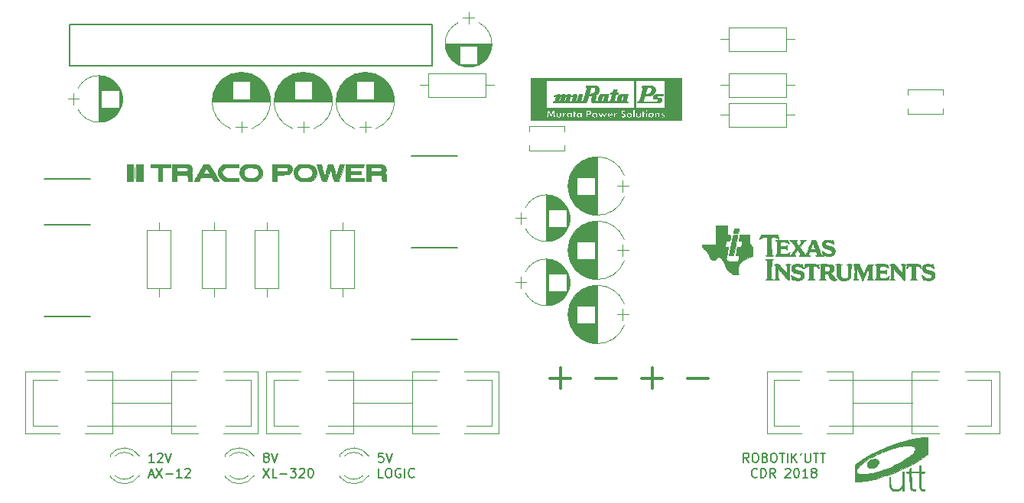
<source format=gbr>
G04 #@! TF.FileFunction,Legend,Top*
%FSLAX46Y46*%
G04 Gerber Fmt 4.6, Leading zero omitted, Abs format (unit mm)*
G04 Created by KiCad (PCBNEW 4.0.7-e2-6376~58~ubuntu16.04.1) date Wed Feb  7 17:29:05 2018*
%MOMM*%
%LPD*%
G01*
G04 APERTURE LIST*
%ADD10C,0.050000*%
%ADD11C,0.200000*%
%ADD12C,0.300000*%
%ADD13C,0.120000*%
%ADD14C,0.150000*%
%ADD15C,0.010000*%
G04 APERTURE END LIST*
D10*
D11*
X121214048Y-85962381D02*
X120880714Y-85486190D01*
X120642619Y-85962381D02*
X120642619Y-84962381D01*
X121023572Y-84962381D01*
X121118810Y-85010000D01*
X121166429Y-85057619D01*
X121214048Y-85152857D01*
X121214048Y-85295714D01*
X121166429Y-85390952D01*
X121118810Y-85438571D01*
X121023572Y-85486190D01*
X120642619Y-85486190D01*
X121833095Y-84962381D02*
X122023572Y-84962381D01*
X122118810Y-85010000D01*
X122214048Y-85105238D01*
X122261667Y-85295714D01*
X122261667Y-85629048D01*
X122214048Y-85819524D01*
X122118810Y-85914762D01*
X122023572Y-85962381D01*
X121833095Y-85962381D01*
X121737857Y-85914762D01*
X121642619Y-85819524D01*
X121595000Y-85629048D01*
X121595000Y-85295714D01*
X121642619Y-85105238D01*
X121737857Y-85010000D01*
X121833095Y-84962381D01*
X123023572Y-85438571D02*
X123166429Y-85486190D01*
X123214048Y-85533810D01*
X123261667Y-85629048D01*
X123261667Y-85771905D01*
X123214048Y-85867143D01*
X123166429Y-85914762D01*
X123071191Y-85962381D01*
X122690238Y-85962381D01*
X122690238Y-84962381D01*
X123023572Y-84962381D01*
X123118810Y-85010000D01*
X123166429Y-85057619D01*
X123214048Y-85152857D01*
X123214048Y-85248095D01*
X123166429Y-85343333D01*
X123118810Y-85390952D01*
X123023572Y-85438571D01*
X122690238Y-85438571D01*
X123880714Y-84962381D02*
X124071191Y-84962381D01*
X124166429Y-85010000D01*
X124261667Y-85105238D01*
X124309286Y-85295714D01*
X124309286Y-85629048D01*
X124261667Y-85819524D01*
X124166429Y-85914762D01*
X124071191Y-85962381D01*
X123880714Y-85962381D01*
X123785476Y-85914762D01*
X123690238Y-85819524D01*
X123642619Y-85629048D01*
X123642619Y-85295714D01*
X123690238Y-85105238D01*
X123785476Y-85010000D01*
X123880714Y-84962381D01*
X124595000Y-84962381D02*
X125166429Y-84962381D01*
X124880714Y-85962381D02*
X124880714Y-84962381D01*
X125499762Y-85962381D02*
X125499762Y-84962381D01*
X125975952Y-85962381D02*
X125975952Y-84962381D01*
X126547381Y-85962381D02*
X126118809Y-85390952D01*
X126547381Y-84962381D02*
X125975952Y-85533810D01*
X127023571Y-84962381D02*
X126928333Y-85152857D01*
X127452142Y-84962381D02*
X127452142Y-85771905D01*
X127499761Y-85867143D01*
X127547380Y-85914762D01*
X127642618Y-85962381D01*
X127833095Y-85962381D01*
X127928333Y-85914762D01*
X127975952Y-85867143D01*
X128023571Y-85771905D01*
X128023571Y-84962381D01*
X128356904Y-84962381D02*
X128928333Y-84962381D01*
X128642618Y-85962381D02*
X128642618Y-84962381D01*
X129118809Y-84962381D02*
X129690238Y-84962381D01*
X129404523Y-85962381D02*
X129404523Y-84962381D01*
X122118810Y-87567143D02*
X122071191Y-87614762D01*
X121928334Y-87662381D01*
X121833096Y-87662381D01*
X121690238Y-87614762D01*
X121595000Y-87519524D01*
X121547381Y-87424286D01*
X121499762Y-87233810D01*
X121499762Y-87090952D01*
X121547381Y-86900476D01*
X121595000Y-86805238D01*
X121690238Y-86710000D01*
X121833096Y-86662381D01*
X121928334Y-86662381D01*
X122071191Y-86710000D01*
X122118810Y-86757619D01*
X122547381Y-87662381D02*
X122547381Y-86662381D01*
X122785476Y-86662381D01*
X122928334Y-86710000D01*
X123023572Y-86805238D01*
X123071191Y-86900476D01*
X123118810Y-87090952D01*
X123118810Y-87233810D01*
X123071191Y-87424286D01*
X123023572Y-87519524D01*
X122928334Y-87614762D01*
X122785476Y-87662381D01*
X122547381Y-87662381D01*
X124118810Y-87662381D02*
X123785476Y-87186190D01*
X123547381Y-87662381D02*
X123547381Y-86662381D01*
X123928334Y-86662381D01*
X124023572Y-86710000D01*
X124071191Y-86757619D01*
X124118810Y-86852857D01*
X124118810Y-86995714D01*
X124071191Y-87090952D01*
X124023572Y-87138571D01*
X123928334Y-87186190D01*
X123547381Y-87186190D01*
X125261667Y-86757619D02*
X125309286Y-86710000D01*
X125404524Y-86662381D01*
X125642620Y-86662381D01*
X125737858Y-86710000D01*
X125785477Y-86757619D01*
X125833096Y-86852857D01*
X125833096Y-86948095D01*
X125785477Y-87090952D01*
X125214048Y-87662381D01*
X125833096Y-87662381D01*
X126452143Y-86662381D02*
X126547382Y-86662381D01*
X126642620Y-86710000D01*
X126690239Y-86757619D01*
X126737858Y-86852857D01*
X126785477Y-87043333D01*
X126785477Y-87281429D01*
X126737858Y-87471905D01*
X126690239Y-87567143D01*
X126642620Y-87614762D01*
X126547382Y-87662381D01*
X126452143Y-87662381D01*
X126356905Y-87614762D01*
X126309286Y-87567143D01*
X126261667Y-87471905D01*
X126214048Y-87281429D01*
X126214048Y-87043333D01*
X126261667Y-86852857D01*
X126309286Y-86757619D01*
X126356905Y-86710000D01*
X126452143Y-86662381D01*
X127737858Y-87662381D02*
X127166429Y-87662381D01*
X127452143Y-87662381D02*
X127452143Y-86662381D01*
X127356905Y-86805238D01*
X127261667Y-86900476D01*
X127166429Y-86948095D01*
X128309286Y-87090952D02*
X128214048Y-87043333D01*
X128166429Y-86995714D01*
X128118810Y-86900476D01*
X128118810Y-86852857D01*
X128166429Y-86757619D01*
X128214048Y-86710000D01*
X128309286Y-86662381D01*
X128499763Y-86662381D01*
X128595001Y-86710000D01*
X128642620Y-86757619D01*
X128690239Y-86852857D01*
X128690239Y-86900476D01*
X128642620Y-86995714D01*
X128595001Y-87043333D01*
X128499763Y-87090952D01*
X128309286Y-87090952D01*
X128214048Y-87138571D01*
X128166429Y-87186190D01*
X128118810Y-87281429D01*
X128118810Y-87471905D01*
X128166429Y-87567143D01*
X128214048Y-87614762D01*
X128309286Y-87662381D01*
X128499763Y-87662381D01*
X128595001Y-87614762D01*
X128642620Y-87567143D01*
X128690239Y-87471905D01*
X128690239Y-87281429D01*
X128642620Y-87186190D01*
X128595001Y-87138571D01*
X128499763Y-87090952D01*
X80724286Y-84962381D02*
X80248095Y-84962381D01*
X80200476Y-85438571D01*
X80248095Y-85390952D01*
X80343333Y-85343333D01*
X80581429Y-85343333D01*
X80676667Y-85390952D01*
X80724286Y-85438571D01*
X80771905Y-85533810D01*
X80771905Y-85771905D01*
X80724286Y-85867143D01*
X80676667Y-85914762D01*
X80581429Y-85962381D01*
X80343333Y-85962381D01*
X80248095Y-85914762D01*
X80200476Y-85867143D01*
X81057619Y-84962381D02*
X81390952Y-85962381D01*
X81724286Y-84962381D01*
X80724286Y-87662381D02*
X80248095Y-87662381D01*
X80248095Y-86662381D01*
X81248095Y-86662381D02*
X81438572Y-86662381D01*
X81533810Y-86710000D01*
X81629048Y-86805238D01*
X81676667Y-86995714D01*
X81676667Y-87329048D01*
X81629048Y-87519524D01*
X81533810Y-87614762D01*
X81438572Y-87662381D01*
X81248095Y-87662381D01*
X81152857Y-87614762D01*
X81057619Y-87519524D01*
X81010000Y-87329048D01*
X81010000Y-86995714D01*
X81057619Y-86805238D01*
X81152857Y-86710000D01*
X81248095Y-86662381D01*
X82629048Y-86710000D02*
X82533810Y-86662381D01*
X82390953Y-86662381D01*
X82248095Y-86710000D01*
X82152857Y-86805238D01*
X82105238Y-86900476D01*
X82057619Y-87090952D01*
X82057619Y-87233810D01*
X82105238Y-87424286D01*
X82152857Y-87519524D01*
X82248095Y-87614762D01*
X82390953Y-87662381D01*
X82486191Y-87662381D01*
X82629048Y-87614762D01*
X82676667Y-87567143D01*
X82676667Y-87233810D01*
X82486191Y-87233810D01*
X83105238Y-87662381D02*
X83105238Y-86662381D01*
X84152857Y-87567143D02*
X84105238Y-87614762D01*
X83962381Y-87662381D01*
X83867143Y-87662381D01*
X83724285Y-87614762D01*
X83629047Y-87519524D01*
X83581428Y-87424286D01*
X83533809Y-87233810D01*
X83533809Y-87090952D01*
X83581428Y-86900476D01*
X83629047Y-86805238D01*
X83724285Y-86710000D01*
X83867143Y-86662381D01*
X83962381Y-86662381D01*
X84105238Y-86710000D01*
X84152857Y-86757619D01*
X67690952Y-85390952D02*
X67595714Y-85343333D01*
X67548095Y-85295714D01*
X67500476Y-85200476D01*
X67500476Y-85152857D01*
X67548095Y-85057619D01*
X67595714Y-85010000D01*
X67690952Y-84962381D01*
X67881429Y-84962381D01*
X67976667Y-85010000D01*
X68024286Y-85057619D01*
X68071905Y-85152857D01*
X68071905Y-85200476D01*
X68024286Y-85295714D01*
X67976667Y-85343333D01*
X67881429Y-85390952D01*
X67690952Y-85390952D01*
X67595714Y-85438571D01*
X67548095Y-85486190D01*
X67500476Y-85581429D01*
X67500476Y-85771905D01*
X67548095Y-85867143D01*
X67595714Y-85914762D01*
X67690952Y-85962381D01*
X67881429Y-85962381D01*
X67976667Y-85914762D01*
X68024286Y-85867143D01*
X68071905Y-85771905D01*
X68071905Y-85581429D01*
X68024286Y-85486190D01*
X67976667Y-85438571D01*
X67881429Y-85390952D01*
X68357619Y-84962381D02*
X68690952Y-85962381D01*
X69024286Y-84962381D01*
X67452857Y-86662381D02*
X68119524Y-87662381D01*
X68119524Y-86662381D02*
X67452857Y-87662381D01*
X68976667Y-87662381D02*
X68500476Y-87662381D01*
X68500476Y-86662381D01*
X69310000Y-87281429D02*
X70071905Y-87281429D01*
X70452857Y-86662381D02*
X71071905Y-86662381D01*
X70738571Y-87043333D01*
X70881429Y-87043333D01*
X70976667Y-87090952D01*
X71024286Y-87138571D01*
X71071905Y-87233810D01*
X71071905Y-87471905D01*
X71024286Y-87567143D01*
X70976667Y-87614762D01*
X70881429Y-87662381D01*
X70595714Y-87662381D01*
X70500476Y-87614762D01*
X70452857Y-87567143D01*
X71452857Y-86757619D02*
X71500476Y-86710000D01*
X71595714Y-86662381D01*
X71833810Y-86662381D01*
X71929048Y-86710000D01*
X71976667Y-86757619D01*
X72024286Y-86852857D01*
X72024286Y-86948095D01*
X71976667Y-87090952D01*
X71405238Y-87662381D01*
X72024286Y-87662381D01*
X72643333Y-86662381D02*
X72738572Y-86662381D01*
X72833810Y-86710000D01*
X72881429Y-86757619D01*
X72929048Y-86852857D01*
X72976667Y-87043333D01*
X72976667Y-87281429D01*
X72929048Y-87471905D01*
X72881429Y-87567143D01*
X72833810Y-87614762D01*
X72738572Y-87662381D01*
X72643333Y-87662381D01*
X72548095Y-87614762D01*
X72500476Y-87567143D01*
X72452857Y-87471905D01*
X72405238Y-87281429D01*
X72405238Y-87043333D01*
X72452857Y-86852857D01*
X72500476Y-86757619D01*
X72548095Y-86710000D01*
X72643333Y-86662381D01*
X55371905Y-85962381D02*
X54800476Y-85962381D01*
X55086190Y-85962381D02*
X55086190Y-84962381D01*
X54990952Y-85105238D01*
X54895714Y-85200476D01*
X54800476Y-85248095D01*
X55752857Y-85057619D02*
X55800476Y-85010000D01*
X55895714Y-84962381D01*
X56133810Y-84962381D01*
X56229048Y-85010000D01*
X56276667Y-85057619D01*
X56324286Y-85152857D01*
X56324286Y-85248095D01*
X56276667Y-85390952D01*
X55705238Y-85962381D01*
X56324286Y-85962381D01*
X56610000Y-84962381D02*
X56943333Y-85962381D01*
X57276667Y-84962381D01*
X54800476Y-87376667D02*
X55276667Y-87376667D01*
X54705238Y-87662381D02*
X55038571Y-86662381D01*
X55371905Y-87662381D01*
X55610000Y-86662381D02*
X56276667Y-87662381D01*
X56276667Y-86662381D02*
X55610000Y-87662381D01*
X56657619Y-87281429D02*
X57419524Y-87281429D01*
X58419524Y-87662381D02*
X57848095Y-87662381D01*
X58133809Y-87662381D02*
X58133809Y-86662381D01*
X58038571Y-86805238D01*
X57943333Y-86900476D01*
X57848095Y-86948095D01*
X58800476Y-86757619D02*
X58848095Y-86710000D01*
X58943333Y-86662381D01*
X59181429Y-86662381D01*
X59276667Y-86710000D01*
X59324286Y-86757619D01*
X59371905Y-86852857D01*
X59371905Y-86948095D01*
X59324286Y-87090952D01*
X58752857Y-87662381D01*
X59371905Y-87662381D01*
D12*
X114427143Y-76668286D02*
X116712857Y-76668286D01*
X104267143Y-76668286D02*
X106552857Y-76668286D01*
X109347143Y-76668286D02*
X111632857Y-76668286D01*
X110490000Y-77811143D02*
X110490000Y-75525429D01*
X99187143Y-76668286D02*
X101472857Y-76668286D01*
X100330000Y-77811143D02*
X100330000Y-75525429D01*
D13*
X60666000Y-66710000D02*
X63286000Y-66710000D01*
X63286000Y-66710000D02*
X63286000Y-60290000D01*
X63286000Y-60290000D02*
X60666000Y-60290000D01*
X60666000Y-60290000D02*
X60666000Y-66710000D01*
X61976000Y-67600000D02*
X61976000Y-66710000D01*
X61976000Y-59400000D02*
X61976000Y-60290000D01*
X91349723Y-41909722D02*
G75*
G03X91350000Y-37298420I-1179723J2305722D01*
G01*
X88990277Y-41909722D02*
G75*
G02X88990000Y-37298420I1179723J2305722D01*
G01*
X88990277Y-41909722D02*
G75*
G03X91350000Y-41909580I1179723J2305722D01*
G01*
X92720000Y-39604000D02*
X87620000Y-39604000D01*
X92720000Y-39644000D02*
X87620000Y-39644000D01*
X92719000Y-39684000D02*
X87621000Y-39684000D01*
X92718000Y-39724000D02*
X87622000Y-39724000D01*
X92716000Y-39764000D02*
X87624000Y-39764000D01*
X92713000Y-39804000D02*
X87627000Y-39804000D01*
X92709000Y-39844000D02*
X87631000Y-39844000D01*
X92705000Y-39884000D02*
X91150000Y-39884000D01*
X89190000Y-39884000D02*
X87635000Y-39884000D01*
X92701000Y-39924000D02*
X91150000Y-39924000D01*
X89190000Y-39924000D02*
X87639000Y-39924000D01*
X92695000Y-39964000D02*
X91150000Y-39964000D01*
X89190000Y-39964000D02*
X87645000Y-39964000D01*
X92689000Y-40004000D02*
X91150000Y-40004000D01*
X89190000Y-40004000D02*
X87651000Y-40004000D01*
X92683000Y-40044000D02*
X91150000Y-40044000D01*
X89190000Y-40044000D02*
X87657000Y-40044000D01*
X92676000Y-40084000D02*
X91150000Y-40084000D01*
X89190000Y-40084000D02*
X87664000Y-40084000D01*
X92668000Y-40124000D02*
X91150000Y-40124000D01*
X89190000Y-40124000D02*
X87672000Y-40124000D01*
X92659000Y-40164000D02*
X91150000Y-40164000D01*
X89190000Y-40164000D02*
X87681000Y-40164000D01*
X92650000Y-40204000D02*
X91150000Y-40204000D01*
X89190000Y-40204000D02*
X87690000Y-40204000D01*
X92640000Y-40244000D02*
X91150000Y-40244000D01*
X89190000Y-40244000D02*
X87700000Y-40244000D01*
X92630000Y-40284000D02*
X91150000Y-40284000D01*
X89190000Y-40284000D02*
X87710000Y-40284000D01*
X92618000Y-40325000D02*
X91150000Y-40325000D01*
X89190000Y-40325000D02*
X87722000Y-40325000D01*
X92606000Y-40365000D02*
X91150000Y-40365000D01*
X89190000Y-40365000D02*
X87734000Y-40365000D01*
X92594000Y-40405000D02*
X91150000Y-40405000D01*
X89190000Y-40405000D02*
X87746000Y-40405000D01*
X92580000Y-40445000D02*
X91150000Y-40445000D01*
X89190000Y-40445000D02*
X87760000Y-40445000D01*
X92566000Y-40485000D02*
X91150000Y-40485000D01*
X89190000Y-40485000D02*
X87774000Y-40485000D01*
X92552000Y-40525000D02*
X91150000Y-40525000D01*
X89190000Y-40525000D02*
X87788000Y-40525000D01*
X92536000Y-40565000D02*
X91150000Y-40565000D01*
X89190000Y-40565000D02*
X87804000Y-40565000D01*
X92520000Y-40605000D02*
X91150000Y-40605000D01*
X89190000Y-40605000D02*
X87820000Y-40605000D01*
X92503000Y-40645000D02*
X91150000Y-40645000D01*
X89190000Y-40645000D02*
X87837000Y-40645000D01*
X92485000Y-40685000D02*
X91150000Y-40685000D01*
X89190000Y-40685000D02*
X87855000Y-40685000D01*
X92466000Y-40725000D02*
X91150000Y-40725000D01*
X89190000Y-40725000D02*
X87874000Y-40725000D01*
X92446000Y-40765000D02*
X91150000Y-40765000D01*
X89190000Y-40765000D02*
X87894000Y-40765000D01*
X92426000Y-40805000D02*
X91150000Y-40805000D01*
X89190000Y-40805000D02*
X87914000Y-40805000D01*
X92404000Y-40845000D02*
X91150000Y-40845000D01*
X89190000Y-40845000D02*
X87936000Y-40845000D01*
X92382000Y-40885000D02*
X91150000Y-40885000D01*
X89190000Y-40885000D02*
X87958000Y-40885000D01*
X92359000Y-40925000D02*
X91150000Y-40925000D01*
X89190000Y-40925000D02*
X87981000Y-40925000D01*
X92335000Y-40965000D02*
X91150000Y-40965000D01*
X89190000Y-40965000D02*
X88005000Y-40965000D01*
X92310000Y-41005000D02*
X91150000Y-41005000D01*
X89190000Y-41005000D02*
X88030000Y-41005000D01*
X92283000Y-41045000D02*
X91150000Y-41045000D01*
X89190000Y-41045000D02*
X88057000Y-41045000D01*
X92256000Y-41085000D02*
X91150000Y-41085000D01*
X89190000Y-41085000D02*
X88084000Y-41085000D01*
X92228000Y-41125000D02*
X91150000Y-41125000D01*
X89190000Y-41125000D02*
X88112000Y-41125000D01*
X92198000Y-41165000D02*
X91150000Y-41165000D01*
X89190000Y-41165000D02*
X88142000Y-41165000D01*
X92167000Y-41205000D02*
X91150000Y-41205000D01*
X89190000Y-41205000D02*
X88173000Y-41205000D01*
X92135000Y-41245000D02*
X91150000Y-41245000D01*
X89190000Y-41245000D02*
X88205000Y-41245000D01*
X92102000Y-41285000D02*
X91150000Y-41285000D01*
X89190000Y-41285000D02*
X88238000Y-41285000D01*
X92067000Y-41325000D02*
X91150000Y-41325000D01*
X89190000Y-41325000D02*
X88273000Y-41325000D01*
X92031000Y-41365000D02*
X91150000Y-41365000D01*
X89190000Y-41365000D02*
X88309000Y-41365000D01*
X91993000Y-41405000D02*
X91150000Y-41405000D01*
X89190000Y-41405000D02*
X88347000Y-41405000D01*
X91953000Y-41445000D02*
X91150000Y-41445000D01*
X89190000Y-41445000D02*
X88387000Y-41445000D01*
X91912000Y-41485000D02*
X91150000Y-41485000D01*
X89190000Y-41485000D02*
X88428000Y-41485000D01*
X91869000Y-41525000D02*
X91150000Y-41525000D01*
X89190000Y-41525000D02*
X88471000Y-41525000D01*
X91824000Y-41565000D02*
X91150000Y-41565000D01*
X89190000Y-41565000D02*
X88516000Y-41565000D01*
X91776000Y-41605000D02*
X91150000Y-41605000D01*
X89190000Y-41605000D02*
X88564000Y-41605000D01*
X91726000Y-41645000D02*
X91150000Y-41645000D01*
X89190000Y-41645000D02*
X88614000Y-41645000D01*
X91674000Y-41685000D02*
X91150000Y-41685000D01*
X89190000Y-41685000D02*
X88666000Y-41685000D01*
X91618000Y-41725000D02*
X91150000Y-41725000D01*
X89190000Y-41725000D02*
X88722000Y-41725000D01*
X91560000Y-41765000D02*
X91150000Y-41765000D01*
X89190000Y-41765000D02*
X88780000Y-41765000D01*
X91497000Y-41805000D02*
X91150000Y-41805000D01*
X89190000Y-41805000D02*
X88843000Y-41805000D01*
X91431000Y-41845000D02*
X88909000Y-41845000D01*
X91359000Y-41885000D02*
X88981000Y-41885000D01*
X91282000Y-41925000D02*
X89058000Y-41925000D01*
X91198000Y-41965000D02*
X89142000Y-41965000D01*
X91104000Y-42005000D02*
X89236000Y-42005000D01*
X90999000Y-42045000D02*
X89341000Y-42045000D01*
X90877000Y-42085000D02*
X89463000Y-42085000D01*
X90729000Y-42125000D02*
X89611000Y-42125000D01*
X90524000Y-42165000D02*
X89816000Y-42165000D01*
X90170000Y-36154000D02*
X90170000Y-37354000D01*
X90820000Y-36754000D02*
X89520000Y-36754000D01*
X51561722Y-44540277D02*
G75*
G03X46950420Y-44540000I-2305722J-1179723D01*
G01*
X51561722Y-46899723D02*
G75*
G02X46950420Y-46900000I-2305722J1179723D01*
G01*
X51561722Y-46899723D02*
G75*
G03X51561580Y-44540000I-2305722J1179723D01*
G01*
X49256000Y-43170000D02*
X49256000Y-48270000D01*
X49296000Y-43170000D02*
X49296000Y-48270000D01*
X49336000Y-43171000D02*
X49336000Y-48269000D01*
X49376000Y-43172000D02*
X49376000Y-48268000D01*
X49416000Y-43174000D02*
X49416000Y-48266000D01*
X49456000Y-43177000D02*
X49456000Y-48263000D01*
X49496000Y-43181000D02*
X49496000Y-48259000D01*
X49536000Y-43185000D02*
X49536000Y-44740000D01*
X49536000Y-46700000D02*
X49536000Y-48255000D01*
X49576000Y-43189000D02*
X49576000Y-44740000D01*
X49576000Y-46700000D02*
X49576000Y-48251000D01*
X49616000Y-43195000D02*
X49616000Y-44740000D01*
X49616000Y-46700000D02*
X49616000Y-48245000D01*
X49656000Y-43201000D02*
X49656000Y-44740000D01*
X49656000Y-46700000D02*
X49656000Y-48239000D01*
X49696000Y-43207000D02*
X49696000Y-44740000D01*
X49696000Y-46700000D02*
X49696000Y-48233000D01*
X49736000Y-43214000D02*
X49736000Y-44740000D01*
X49736000Y-46700000D02*
X49736000Y-48226000D01*
X49776000Y-43222000D02*
X49776000Y-44740000D01*
X49776000Y-46700000D02*
X49776000Y-48218000D01*
X49816000Y-43231000D02*
X49816000Y-44740000D01*
X49816000Y-46700000D02*
X49816000Y-48209000D01*
X49856000Y-43240000D02*
X49856000Y-44740000D01*
X49856000Y-46700000D02*
X49856000Y-48200000D01*
X49896000Y-43250000D02*
X49896000Y-44740000D01*
X49896000Y-46700000D02*
X49896000Y-48190000D01*
X49936000Y-43260000D02*
X49936000Y-44740000D01*
X49936000Y-46700000D02*
X49936000Y-48180000D01*
X49977000Y-43272000D02*
X49977000Y-44740000D01*
X49977000Y-46700000D02*
X49977000Y-48168000D01*
X50017000Y-43284000D02*
X50017000Y-44740000D01*
X50017000Y-46700000D02*
X50017000Y-48156000D01*
X50057000Y-43296000D02*
X50057000Y-44740000D01*
X50057000Y-46700000D02*
X50057000Y-48144000D01*
X50097000Y-43310000D02*
X50097000Y-44740000D01*
X50097000Y-46700000D02*
X50097000Y-48130000D01*
X50137000Y-43324000D02*
X50137000Y-44740000D01*
X50137000Y-46700000D02*
X50137000Y-48116000D01*
X50177000Y-43338000D02*
X50177000Y-44740000D01*
X50177000Y-46700000D02*
X50177000Y-48102000D01*
X50217000Y-43354000D02*
X50217000Y-44740000D01*
X50217000Y-46700000D02*
X50217000Y-48086000D01*
X50257000Y-43370000D02*
X50257000Y-44740000D01*
X50257000Y-46700000D02*
X50257000Y-48070000D01*
X50297000Y-43387000D02*
X50297000Y-44740000D01*
X50297000Y-46700000D02*
X50297000Y-48053000D01*
X50337000Y-43405000D02*
X50337000Y-44740000D01*
X50337000Y-46700000D02*
X50337000Y-48035000D01*
X50377000Y-43424000D02*
X50377000Y-44740000D01*
X50377000Y-46700000D02*
X50377000Y-48016000D01*
X50417000Y-43444000D02*
X50417000Y-44740000D01*
X50417000Y-46700000D02*
X50417000Y-47996000D01*
X50457000Y-43464000D02*
X50457000Y-44740000D01*
X50457000Y-46700000D02*
X50457000Y-47976000D01*
X50497000Y-43486000D02*
X50497000Y-44740000D01*
X50497000Y-46700000D02*
X50497000Y-47954000D01*
X50537000Y-43508000D02*
X50537000Y-44740000D01*
X50537000Y-46700000D02*
X50537000Y-47932000D01*
X50577000Y-43531000D02*
X50577000Y-44740000D01*
X50577000Y-46700000D02*
X50577000Y-47909000D01*
X50617000Y-43555000D02*
X50617000Y-44740000D01*
X50617000Y-46700000D02*
X50617000Y-47885000D01*
X50657000Y-43580000D02*
X50657000Y-44740000D01*
X50657000Y-46700000D02*
X50657000Y-47860000D01*
X50697000Y-43607000D02*
X50697000Y-44740000D01*
X50697000Y-46700000D02*
X50697000Y-47833000D01*
X50737000Y-43634000D02*
X50737000Y-44740000D01*
X50737000Y-46700000D02*
X50737000Y-47806000D01*
X50777000Y-43662000D02*
X50777000Y-44740000D01*
X50777000Y-46700000D02*
X50777000Y-47778000D01*
X50817000Y-43692000D02*
X50817000Y-44740000D01*
X50817000Y-46700000D02*
X50817000Y-47748000D01*
X50857000Y-43723000D02*
X50857000Y-44740000D01*
X50857000Y-46700000D02*
X50857000Y-47717000D01*
X50897000Y-43755000D02*
X50897000Y-44740000D01*
X50897000Y-46700000D02*
X50897000Y-47685000D01*
X50937000Y-43788000D02*
X50937000Y-44740000D01*
X50937000Y-46700000D02*
X50937000Y-47652000D01*
X50977000Y-43823000D02*
X50977000Y-44740000D01*
X50977000Y-46700000D02*
X50977000Y-47617000D01*
X51017000Y-43859000D02*
X51017000Y-44740000D01*
X51017000Y-46700000D02*
X51017000Y-47581000D01*
X51057000Y-43897000D02*
X51057000Y-44740000D01*
X51057000Y-46700000D02*
X51057000Y-47543000D01*
X51097000Y-43937000D02*
X51097000Y-44740000D01*
X51097000Y-46700000D02*
X51097000Y-47503000D01*
X51137000Y-43978000D02*
X51137000Y-44740000D01*
X51137000Y-46700000D02*
X51137000Y-47462000D01*
X51177000Y-44021000D02*
X51177000Y-44740000D01*
X51177000Y-46700000D02*
X51177000Y-47419000D01*
X51217000Y-44066000D02*
X51217000Y-44740000D01*
X51217000Y-46700000D02*
X51217000Y-47374000D01*
X51257000Y-44114000D02*
X51257000Y-44740000D01*
X51257000Y-46700000D02*
X51257000Y-47326000D01*
X51297000Y-44164000D02*
X51297000Y-44740000D01*
X51297000Y-46700000D02*
X51297000Y-47276000D01*
X51337000Y-44216000D02*
X51337000Y-44740000D01*
X51337000Y-46700000D02*
X51337000Y-47224000D01*
X51377000Y-44272000D02*
X51377000Y-44740000D01*
X51377000Y-46700000D02*
X51377000Y-47168000D01*
X51417000Y-44330000D02*
X51417000Y-44740000D01*
X51417000Y-46700000D02*
X51417000Y-47110000D01*
X51457000Y-44393000D02*
X51457000Y-44740000D01*
X51457000Y-46700000D02*
X51457000Y-47047000D01*
X51497000Y-44459000D02*
X51497000Y-46981000D01*
X51537000Y-44531000D02*
X51537000Y-46909000D01*
X51577000Y-44608000D02*
X51577000Y-46832000D01*
X51617000Y-44692000D02*
X51617000Y-46748000D01*
X51657000Y-44786000D02*
X51657000Y-46654000D01*
X51697000Y-44891000D02*
X51697000Y-46549000D01*
X51737000Y-45013000D02*
X51737000Y-46427000D01*
X51777000Y-45161000D02*
X51777000Y-46279000D01*
X51817000Y-45366000D02*
X51817000Y-46074000D01*
X45806000Y-45720000D02*
X47006000Y-45720000D01*
X46406000Y-45070000D02*
X46406000Y-46370000D01*
X101091722Y-64860277D02*
G75*
G03X96480420Y-64860000I-2305722J-1179723D01*
G01*
X101091722Y-67219723D02*
G75*
G02X96480420Y-67220000I-2305722J1179723D01*
G01*
X101091722Y-67219723D02*
G75*
G03X101091580Y-64860000I-2305722J1179723D01*
G01*
X98786000Y-63490000D02*
X98786000Y-68590000D01*
X98826000Y-63490000D02*
X98826000Y-68590000D01*
X98866000Y-63491000D02*
X98866000Y-68589000D01*
X98906000Y-63492000D02*
X98906000Y-68588000D01*
X98946000Y-63494000D02*
X98946000Y-68586000D01*
X98986000Y-63497000D02*
X98986000Y-68583000D01*
X99026000Y-63501000D02*
X99026000Y-68579000D01*
X99066000Y-63505000D02*
X99066000Y-65060000D01*
X99066000Y-67020000D02*
X99066000Y-68575000D01*
X99106000Y-63509000D02*
X99106000Y-65060000D01*
X99106000Y-67020000D02*
X99106000Y-68571000D01*
X99146000Y-63515000D02*
X99146000Y-65060000D01*
X99146000Y-67020000D02*
X99146000Y-68565000D01*
X99186000Y-63521000D02*
X99186000Y-65060000D01*
X99186000Y-67020000D02*
X99186000Y-68559000D01*
X99226000Y-63527000D02*
X99226000Y-65060000D01*
X99226000Y-67020000D02*
X99226000Y-68553000D01*
X99266000Y-63534000D02*
X99266000Y-65060000D01*
X99266000Y-67020000D02*
X99266000Y-68546000D01*
X99306000Y-63542000D02*
X99306000Y-65060000D01*
X99306000Y-67020000D02*
X99306000Y-68538000D01*
X99346000Y-63551000D02*
X99346000Y-65060000D01*
X99346000Y-67020000D02*
X99346000Y-68529000D01*
X99386000Y-63560000D02*
X99386000Y-65060000D01*
X99386000Y-67020000D02*
X99386000Y-68520000D01*
X99426000Y-63570000D02*
X99426000Y-65060000D01*
X99426000Y-67020000D02*
X99426000Y-68510000D01*
X99466000Y-63580000D02*
X99466000Y-65060000D01*
X99466000Y-67020000D02*
X99466000Y-68500000D01*
X99507000Y-63592000D02*
X99507000Y-65060000D01*
X99507000Y-67020000D02*
X99507000Y-68488000D01*
X99547000Y-63604000D02*
X99547000Y-65060000D01*
X99547000Y-67020000D02*
X99547000Y-68476000D01*
X99587000Y-63616000D02*
X99587000Y-65060000D01*
X99587000Y-67020000D02*
X99587000Y-68464000D01*
X99627000Y-63630000D02*
X99627000Y-65060000D01*
X99627000Y-67020000D02*
X99627000Y-68450000D01*
X99667000Y-63644000D02*
X99667000Y-65060000D01*
X99667000Y-67020000D02*
X99667000Y-68436000D01*
X99707000Y-63658000D02*
X99707000Y-65060000D01*
X99707000Y-67020000D02*
X99707000Y-68422000D01*
X99747000Y-63674000D02*
X99747000Y-65060000D01*
X99747000Y-67020000D02*
X99747000Y-68406000D01*
X99787000Y-63690000D02*
X99787000Y-65060000D01*
X99787000Y-67020000D02*
X99787000Y-68390000D01*
X99827000Y-63707000D02*
X99827000Y-65060000D01*
X99827000Y-67020000D02*
X99827000Y-68373000D01*
X99867000Y-63725000D02*
X99867000Y-65060000D01*
X99867000Y-67020000D02*
X99867000Y-68355000D01*
X99907000Y-63744000D02*
X99907000Y-65060000D01*
X99907000Y-67020000D02*
X99907000Y-68336000D01*
X99947000Y-63764000D02*
X99947000Y-65060000D01*
X99947000Y-67020000D02*
X99947000Y-68316000D01*
X99987000Y-63784000D02*
X99987000Y-65060000D01*
X99987000Y-67020000D02*
X99987000Y-68296000D01*
X100027000Y-63806000D02*
X100027000Y-65060000D01*
X100027000Y-67020000D02*
X100027000Y-68274000D01*
X100067000Y-63828000D02*
X100067000Y-65060000D01*
X100067000Y-67020000D02*
X100067000Y-68252000D01*
X100107000Y-63851000D02*
X100107000Y-65060000D01*
X100107000Y-67020000D02*
X100107000Y-68229000D01*
X100147000Y-63875000D02*
X100147000Y-65060000D01*
X100147000Y-67020000D02*
X100147000Y-68205000D01*
X100187000Y-63900000D02*
X100187000Y-65060000D01*
X100187000Y-67020000D02*
X100187000Y-68180000D01*
X100227000Y-63927000D02*
X100227000Y-65060000D01*
X100227000Y-67020000D02*
X100227000Y-68153000D01*
X100267000Y-63954000D02*
X100267000Y-65060000D01*
X100267000Y-67020000D02*
X100267000Y-68126000D01*
X100307000Y-63982000D02*
X100307000Y-65060000D01*
X100307000Y-67020000D02*
X100307000Y-68098000D01*
X100347000Y-64012000D02*
X100347000Y-65060000D01*
X100347000Y-67020000D02*
X100347000Y-68068000D01*
X100387000Y-64043000D02*
X100387000Y-65060000D01*
X100387000Y-67020000D02*
X100387000Y-68037000D01*
X100427000Y-64075000D02*
X100427000Y-65060000D01*
X100427000Y-67020000D02*
X100427000Y-68005000D01*
X100467000Y-64108000D02*
X100467000Y-65060000D01*
X100467000Y-67020000D02*
X100467000Y-67972000D01*
X100507000Y-64143000D02*
X100507000Y-65060000D01*
X100507000Y-67020000D02*
X100507000Y-67937000D01*
X100547000Y-64179000D02*
X100547000Y-65060000D01*
X100547000Y-67020000D02*
X100547000Y-67901000D01*
X100587000Y-64217000D02*
X100587000Y-65060000D01*
X100587000Y-67020000D02*
X100587000Y-67863000D01*
X100627000Y-64257000D02*
X100627000Y-65060000D01*
X100627000Y-67020000D02*
X100627000Y-67823000D01*
X100667000Y-64298000D02*
X100667000Y-65060000D01*
X100667000Y-67020000D02*
X100667000Y-67782000D01*
X100707000Y-64341000D02*
X100707000Y-65060000D01*
X100707000Y-67020000D02*
X100707000Y-67739000D01*
X100747000Y-64386000D02*
X100747000Y-65060000D01*
X100747000Y-67020000D02*
X100747000Y-67694000D01*
X100787000Y-64434000D02*
X100787000Y-65060000D01*
X100787000Y-67020000D02*
X100787000Y-67646000D01*
X100827000Y-64484000D02*
X100827000Y-65060000D01*
X100827000Y-67020000D02*
X100827000Y-67596000D01*
X100867000Y-64536000D02*
X100867000Y-65060000D01*
X100867000Y-67020000D02*
X100867000Y-67544000D01*
X100907000Y-64592000D02*
X100907000Y-65060000D01*
X100907000Y-67020000D02*
X100907000Y-67488000D01*
X100947000Y-64650000D02*
X100947000Y-65060000D01*
X100947000Y-67020000D02*
X100947000Y-67430000D01*
X100987000Y-64713000D02*
X100987000Y-65060000D01*
X100987000Y-67020000D02*
X100987000Y-67367000D01*
X101027000Y-64779000D02*
X101027000Y-67301000D01*
X101067000Y-64851000D02*
X101067000Y-67229000D01*
X101107000Y-64928000D02*
X101107000Y-67152000D01*
X101147000Y-65012000D02*
X101147000Y-67068000D01*
X101187000Y-65106000D02*
X101187000Y-66974000D01*
X101227000Y-65211000D02*
X101227000Y-66869000D01*
X101267000Y-65333000D02*
X101267000Y-66747000D01*
X101307000Y-65481000D02*
X101307000Y-66599000D01*
X101347000Y-65686000D02*
X101347000Y-66394000D01*
X95336000Y-66040000D02*
X96536000Y-66040000D01*
X95936000Y-65390000D02*
X95936000Y-66690000D01*
X77560864Y-42976180D02*
G75*
G03X77560000Y-49011482I1179136J-3017820D01*
G01*
X79919136Y-42976180D02*
G75*
G02X79920000Y-49011482I-1179136J-3017820D01*
G01*
X79919136Y-42976180D02*
G75*
G03X77560000Y-42976518I-1179136J-3017820D01*
G01*
X75540000Y-45994000D02*
X81940000Y-45994000D01*
X75540000Y-45954000D02*
X81940000Y-45954000D01*
X75540000Y-45914000D02*
X81940000Y-45914000D01*
X75542000Y-45874000D02*
X81938000Y-45874000D01*
X75543000Y-45834000D02*
X81937000Y-45834000D01*
X75546000Y-45794000D02*
X81934000Y-45794000D01*
X75548000Y-45754000D02*
X81932000Y-45754000D01*
X75552000Y-45714000D02*
X77760000Y-45714000D01*
X79720000Y-45714000D02*
X81928000Y-45714000D01*
X75555000Y-45674000D02*
X77760000Y-45674000D01*
X79720000Y-45674000D02*
X81925000Y-45674000D01*
X75560000Y-45634000D02*
X77760000Y-45634000D01*
X79720000Y-45634000D02*
X81920000Y-45634000D01*
X75564000Y-45594000D02*
X77760000Y-45594000D01*
X79720000Y-45594000D02*
X81916000Y-45594000D01*
X75570000Y-45554000D02*
X77760000Y-45554000D01*
X79720000Y-45554000D02*
X81910000Y-45554000D01*
X75575000Y-45514000D02*
X77760000Y-45514000D01*
X79720000Y-45514000D02*
X81905000Y-45514000D01*
X75582000Y-45474000D02*
X77760000Y-45474000D01*
X79720000Y-45474000D02*
X81898000Y-45474000D01*
X75588000Y-45434000D02*
X77760000Y-45434000D01*
X79720000Y-45434000D02*
X81892000Y-45434000D01*
X75596000Y-45394000D02*
X77760000Y-45394000D01*
X79720000Y-45394000D02*
X81884000Y-45394000D01*
X75603000Y-45354000D02*
X77760000Y-45354000D01*
X79720000Y-45354000D02*
X81877000Y-45354000D01*
X75612000Y-45314000D02*
X77760000Y-45314000D01*
X79720000Y-45314000D02*
X81868000Y-45314000D01*
X75621000Y-45273000D02*
X77760000Y-45273000D01*
X79720000Y-45273000D02*
X81859000Y-45273000D01*
X75630000Y-45233000D02*
X77760000Y-45233000D01*
X79720000Y-45233000D02*
X81850000Y-45233000D01*
X75640000Y-45193000D02*
X77760000Y-45193000D01*
X79720000Y-45193000D02*
X81840000Y-45193000D01*
X75650000Y-45153000D02*
X77760000Y-45153000D01*
X79720000Y-45153000D02*
X81830000Y-45153000D01*
X75661000Y-45113000D02*
X77760000Y-45113000D01*
X79720000Y-45113000D02*
X81819000Y-45113000D01*
X75673000Y-45073000D02*
X77760000Y-45073000D01*
X79720000Y-45073000D02*
X81807000Y-45073000D01*
X75685000Y-45033000D02*
X77760000Y-45033000D01*
X79720000Y-45033000D02*
X81795000Y-45033000D01*
X75698000Y-44993000D02*
X77760000Y-44993000D01*
X79720000Y-44993000D02*
X81782000Y-44993000D01*
X75711000Y-44953000D02*
X77760000Y-44953000D01*
X79720000Y-44953000D02*
X81769000Y-44953000D01*
X75725000Y-44913000D02*
X77760000Y-44913000D01*
X79720000Y-44913000D02*
X81755000Y-44913000D01*
X75739000Y-44873000D02*
X77760000Y-44873000D01*
X79720000Y-44873000D02*
X81741000Y-44873000D01*
X75754000Y-44833000D02*
X77760000Y-44833000D01*
X79720000Y-44833000D02*
X81726000Y-44833000D01*
X75770000Y-44793000D02*
X77760000Y-44793000D01*
X79720000Y-44793000D02*
X81710000Y-44793000D01*
X75786000Y-44753000D02*
X77760000Y-44753000D01*
X79720000Y-44753000D02*
X81694000Y-44753000D01*
X75803000Y-44713000D02*
X77760000Y-44713000D01*
X79720000Y-44713000D02*
X81677000Y-44713000D01*
X75821000Y-44673000D02*
X77760000Y-44673000D01*
X79720000Y-44673000D02*
X81659000Y-44673000D01*
X75839000Y-44633000D02*
X77760000Y-44633000D01*
X79720000Y-44633000D02*
X81641000Y-44633000D01*
X75858000Y-44593000D02*
X77760000Y-44593000D01*
X79720000Y-44593000D02*
X81622000Y-44593000D01*
X75877000Y-44553000D02*
X77760000Y-44553000D01*
X79720000Y-44553000D02*
X81603000Y-44553000D01*
X75897000Y-44513000D02*
X77760000Y-44513000D01*
X79720000Y-44513000D02*
X81583000Y-44513000D01*
X75918000Y-44473000D02*
X77760000Y-44473000D01*
X79720000Y-44473000D02*
X81562000Y-44473000D01*
X75940000Y-44433000D02*
X77760000Y-44433000D01*
X79720000Y-44433000D02*
X81540000Y-44433000D01*
X75962000Y-44393000D02*
X77760000Y-44393000D01*
X79720000Y-44393000D02*
X81518000Y-44393000D01*
X75985000Y-44353000D02*
X77760000Y-44353000D01*
X79720000Y-44353000D02*
X81495000Y-44353000D01*
X76009000Y-44313000D02*
X77760000Y-44313000D01*
X79720000Y-44313000D02*
X81471000Y-44313000D01*
X76034000Y-44273000D02*
X77760000Y-44273000D01*
X79720000Y-44273000D02*
X81446000Y-44273000D01*
X76059000Y-44233000D02*
X77760000Y-44233000D01*
X79720000Y-44233000D02*
X81421000Y-44233000D01*
X76086000Y-44193000D02*
X77760000Y-44193000D01*
X79720000Y-44193000D02*
X81394000Y-44193000D01*
X76113000Y-44153000D02*
X77760000Y-44153000D01*
X79720000Y-44153000D02*
X81367000Y-44153000D01*
X76141000Y-44113000D02*
X77760000Y-44113000D01*
X79720000Y-44113000D02*
X81339000Y-44113000D01*
X76170000Y-44073000D02*
X77760000Y-44073000D01*
X79720000Y-44073000D02*
X81310000Y-44073000D01*
X76200000Y-44033000D02*
X77760000Y-44033000D01*
X79720000Y-44033000D02*
X81280000Y-44033000D01*
X76230000Y-43993000D02*
X77760000Y-43993000D01*
X79720000Y-43993000D02*
X81250000Y-43993000D01*
X76262000Y-43953000D02*
X77760000Y-43953000D01*
X79720000Y-43953000D02*
X81218000Y-43953000D01*
X76295000Y-43913000D02*
X77760000Y-43913000D01*
X79720000Y-43913000D02*
X81185000Y-43913000D01*
X76329000Y-43873000D02*
X77760000Y-43873000D01*
X79720000Y-43873000D02*
X81151000Y-43873000D01*
X76365000Y-43833000D02*
X77760000Y-43833000D01*
X79720000Y-43833000D02*
X81115000Y-43833000D01*
X76401000Y-43793000D02*
X77760000Y-43793000D01*
X79720000Y-43793000D02*
X81079000Y-43793000D01*
X76439000Y-43753000D02*
X81041000Y-43753000D01*
X76478000Y-43713000D02*
X81002000Y-43713000D01*
X76518000Y-43673000D02*
X80962000Y-43673000D01*
X76560000Y-43633000D02*
X80920000Y-43633000D01*
X76603000Y-43593000D02*
X80877000Y-43593000D01*
X76648000Y-43553000D02*
X80832000Y-43553000D01*
X76695000Y-43513000D02*
X80785000Y-43513000D01*
X76743000Y-43473000D02*
X80737000Y-43473000D01*
X76794000Y-43433000D02*
X80686000Y-43433000D01*
X76846000Y-43393000D02*
X80634000Y-43393000D01*
X76901000Y-43353000D02*
X80579000Y-43353000D01*
X76959000Y-43313000D02*
X80521000Y-43313000D01*
X77019000Y-43273000D02*
X80461000Y-43273000D01*
X77082000Y-43233000D02*
X80398000Y-43233000D01*
X77149000Y-43193000D02*
X80331000Y-43193000D01*
X77220000Y-43153000D02*
X80260000Y-43153000D01*
X77295000Y-43113000D02*
X80185000Y-43113000D01*
X77376000Y-43073000D02*
X80104000Y-43073000D01*
X77462000Y-43033000D02*
X80018000Y-43033000D01*
X77556000Y-42993000D02*
X79924000Y-42993000D01*
X77659000Y-42953000D02*
X79821000Y-42953000D01*
X77774000Y-42913000D02*
X79706000Y-42913000D01*
X77906000Y-42873000D02*
X79574000Y-42873000D01*
X78064000Y-42833000D02*
X79416000Y-42833000D01*
X78272000Y-42793000D02*
X79208000Y-42793000D01*
X78740000Y-49444000D02*
X78740000Y-48244000D01*
X78090000Y-48844000D02*
X79390000Y-48844000D01*
X70702864Y-42976180D02*
G75*
G03X70702000Y-49011482I1179136J-3017820D01*
G01*
X73061136Y-42976180D02*
G75*
G02X73062000Y-49011482I-1179136J-3017820D01*
G01*
X73061136Y-42976180D02*
G75*
G03X70702000Y-42976518I-1179136J-3017820D01*
G01*
X68682000Y-45994000D02*
X75082000Y-45994000D01*
X68682000Y-45954000D02*
X75082000Y-45954000D01*
X68682000Y-45914000D02*
X75082000Y-45914000D01*
X68684000Y-45874000D02*
X75080000Y-45874000D01*
X68685000Y-45834000D02*
X75079000Y-45834000D01*
X68688000Y-45794000D02*
X75076000Y-45794000D01*
X68690000Y-45754000D02*
X75074000Y-45754000D01*
X68694000Y-45714000D02*
X70902000Y-45714000D01*
X72862000Y-45714000D02*
X75070000Y-45714000D01*
X68697000Y-45674000D02*
X70902000Y-45674000D01*
X72862000Y-45674000D02*
X75067000Y-45674000D01*
X68702000Y-45634000D02*
X70902000Y-45634000D01*
X72862000Y-45634000D02*
X75062000Y-45634000D01*
X68706000Y-45594000D02*
X70902000Y-45594000D01*
X72862000Y-45594000D02*
X75058000Y-45594000D01*
X68712000Y-45554000D02*
X70902000Y-45554000D01*
X72862000Y-45554000D02*
X75052000Y-45554000D01*
X68717000Y-45514000D02*
X70902000Y-45514000D01*
X72862000Y-45514000D02*
X75047000Y-45514000D01*
X68724000Y-45474000D02*
X70902000Y-45474000D01*
X72862000Y-45474000D02*
X75040000Y-45474000D01*
X68730000Y-45434000D02*
X70902000Y-45434000D01*
X72862000Y-45434000D02*
X75034000Y-45434000D01*
X68738000Y-45394000D02*
X70902000Y-45394000D01*
X72862000Y-45394000D02*
X75026000Y-45394000D01*
X68745000Y-45354000D02*
X70902000Y-45354000D01*
X72862000Y-45354000D02*
X75019000Y-45354000D01*
X68754000Y-45314000D02*
X70902000Y-45314000D01*
X72862000Y-45314000D02*
X75010000Y-45314000D01*
X68763000Y-45273000D02*
X70902000Y-45273000D01*
X72862000Y-45273000D02*
X75001000Y-45273000D01*
X68772000Y-45233000D02*
X70902000Y-45233000D01*
X72862000Y-45233000D02*
X74992000Y-45233000D01*
X68782000Y-45193000D02*
X70902000Y-45193000D01*
X72862000Y-45193000D02*
X74982000Y-45193000D01*
X68792000Y-45153000D02*
X70902000Y-45153000D01*
X72862000Y-45153000D02*
X74972000Y-45153000D01*
X68803000Y-45113000D02*
X70902000Y-45113000D01*
X72862000Y-45113000D02*
X74961000Y-45113000D01*
X68815000Y-45073000D02*
X70902000Y-45073000D01*
X72862000Y-45073000D02*
X74949000Y-45073000D01*
X68827000Y-45033000D02*
X70902000Y-45033000D01*
X72862000Y-45033000D02*
X74937000Y-45033000D01*
X68840000Y-44993000D02*
X70902000Y-44993000D01*
X72862000Y-44993000D02*
X74924000Y-44993000D01*
X68853000Y-44953000D02*
X70902000Y-44953000D01*
X72862000Y-44953000D02*
X74911000Y-44953000D01*
X68867000Y-44913000D02*
X70902000Y-44913000D01*
X72862000Y-44913000D02*
X74897000Y-44913000D01*
X68881000Y-44873000D02*
X70902000Y-44873000D01*
X72862000Y-44873000D02*
X74883000Y-44873000D01*
X68896000Y-44833000D02*
X70902000Y-44833000D01*
X72862000Y-44833000D02*
X74868000Y-44833000D01*
X68912000Y-44793000D02*
X70902000Y-44793000D01*
X72862000Y-44793000D02*
X74852000Y-44793000D01*
X68928000Y-44753000D02*
X70902000Y-44753000D01*
X72862000Y-44753000D02*
X74836000Y-44753000D01*
X68945000Y-44713000D02*
X70902000Y-44713000D01*
X72862000Y-44713000D02*
X74819000Y-44713000D01*
X68963000Y-44673000D02*
X70902000Y-44673000D01*
X72862000Y-44673000D02*
X74801000Y-44673000D01*
X68981000Y-44633000D02*
X70902000Y-44633000D01*
X72862000Y-44633000D02*
X74783000Y-44633000D01*
X69000000Y-44593000D02*
X70902000Y-44593000D01*
X72862000Y-44593000D02*
X74764000Y-44593000D01*
X69019000Y-44553000D02*
X70902000Y-44553000D01*
X72862000Y-44553000D02*
X74745000Y-44553000D01*
X69039000Y-44513000D02*
X70902000Y-44513000D01*
X72862000Y-44513000D02*
X74725000Y-44513000D01*
X69060000Y-44473000D02*
X70902000Y-44473000D01*
X72862000Y-44473000D02*
X74704000Y-44473000D01*
X69082000Y-44433000D02*
X70902000Y-44433000D01*
X72862000Y-44433000D02*
X74682000Y-44433000D01*
X69104000Y-44393000D02*
X70902000Y-44393000D01*
X72862000Y-44393000D02*
X74660000Y-44393000D01*
X69127000Y-44353000D02*
X70902000Y-44353000D01*
X72862000Y-44353000D02*
X74637000Y-44353000D01*
X69151000Y-44313000D02*
X70902000Y-44313000D01*
X72862000Y-44313000D02*
X74613000Y-44313000D01*
X69176000Y-44273000D02*
X70902000Y-44273000D01*
X72862000Y-44273000D02*
X74588000Y-44273000D01*
X69201000Y-44233000D02*
X70902000Y-44233000D01*
X72862000Y-44233000D02*
X74563000Y-44233000D01*
X69228000Y-44193000D02*
X70902000Y-44193000D01*
X72862000Y-44193000D02*
X74536000Y-44193000D01*
X69255000Y-44153000D02*
X70902000Y-44153000D01*
X72862000Y-44153000D02*
X74509000Y-44153000D01*
X69283000Y-44113000D02*
X70902000Y-44113000D01*
X72862000Y-44113000D02*
X74481000Y-44113000D01*
X69312000Y-44073000D02*
X70902000Y-44073000D01*
X72862000Y-44073000D02*
X74452000Y-44073000D01*
X69342000Y-44033000D02*
X70902000Y-44033000D01*
X72862000Y-44033000D02*
X74422000Y-44033000D01*
X69372000Y-43993000D02*
X70902000Y-43993000D01*
X72862000Y-43993000D02*
X74392000Y-43993000D01*
X69404000Y-43953000D02*
X70902000Y-43953000D01*
X72862000Y-43953000D02*
X74360000Y-43953000D01*
X69437000Y-43913000D02*
X70902000Y-43913000D01*
X72862000Y-43913000D02*
X74327000Y-43913000D01*
X69471000Y-43873000D02*
X70902000Y-43873000D01*
X72862000Y-43873000D02*
X74293000Y-43873000D01*
X69507000Y-43833000D02*
X70902000Y-43833000D01*
X72862000Y-43833000D02*
X74257000Y-43833000D01*
X69543000Y-43793000D02*
X70902000Y-43793000D01*
X72862000Y-43793000D02*
X74221000Y-43793000D01*
X69581000Y-43753000D02*
X74183000Y-43753000D01*
X69620000Y-43713000D02*
X74144000Y-43713000D01*
X69660000Y-43673000D02*
X74104000Y-43673000D01*
X69702000Y-43633000D02*
X74062000Y-43633000D01*
X69745000Y-43593000D02*
X74019000Y-43593000D01*
X69790000Y-43553000D02*
X73974000Y-43553000D01*
X69837000Y-43513000D02*
X73927000Y-43513000D01*
X69885000Y-43473000D02*
X73879000Y-43473000D01*
X69936000Y-43433000D02*
X73828000Y-43433000D01*
X69988000Y-43393000D02*
X73776000Y-43393000D01*
X70043000Y-43353000D02*
X73721000Y-43353000D01*
X70101000Y-43313000D02*
X73663000Y-43313000D01*
X70161000Y-43273000D02*
X73603000Y-43273000D01*
X70224000Y-43233000D02*
X73540000Y-43233000D01*
X70291000Y-43193000D02*
X73473000Y-43193000D01*
X70362000Y-43153000D02*
X73402000Y-43153000D01*
X70437000Y-43113000D02*
X73327000Y-43113000D01*
X70518000Y-43073000D02*
X73246000Y-43073000D01*
X70604000Y-43033000D02*
X73160000Y-43033000D01*
X70698000Y-42993000D02*
X73066000Y-42993000D01*
X70801000Y-42953000D02*
X72963000Y-42953000D01*
X70916000Y-42913000D02*
X72848000Y-42913000D01*
X71048000Y-42873000D02*
X72716000Y-42873000D01*
X71206000Y-42833000D02*
X72558000Y-42833000D01*
X71414000Y-42793000D02*
X72350000Y-42793000D01*
X71882000Y-49444000D02*
X71882000Y-48244000D01*
X71232000Y-48844000D02*
X72532000Y-48844000D01*
X63844864Y-42976180D02*
G75*
G03X63844000Y-49011482I1179136J-3017820D01*
G01*
X66203136Y-42976180D02*
G75*
G02X66204000Y-49011482I-1179136J-3017820D01*
G01*
X66203136Y-42976180D02*
G75*
G03X63844000Y-42976518I-1179136J-3017820D01*
G01*
X61824000Y-45994000D02*
X68224000Y-45994000D01*
X61824000Y-45954000D02*
X68224000Y-45954000D01*
X61824000Y-45914000D02*
X68224000Y-45914000D01*
X61826000Y-45874000D02*
X68222000Y-45874000D01*
X61827000Y-45834000D02*
X68221000Y-45834000D01*
X61830000Y-45794000D02*
X68218000Y-45794000D01*
X61832000Y-45754000D02*
X68216000Y-45754000D01*
X61836000Y-45714000D02*
X64044000Y-45714000D01*
X66004000Y-45714000D02*
X68212000Y-45714000D01*
X61839000Y-45674000D02*
X64044000Y-45674000D01*
X66004000Y-45674000D02*
X68209000Y-45674000D01*
X61844000Y-45634000D02*
X64044000Y-45634000D01*
X66004000Y-45634000D02*
X68204000Y-45634000D01*
X61848000Y-45594000D02*
X64044000Y-45594000D01*
X66004000Y-45594000D02*
X68200000Y-45594000D01*
X61854000Y-45554000D02*
X64044000Y-45554000D01*
X66004000Y-45554000D02*
X68194000Y-45554000D01*
X61859000Y-45514000D02*
X64044000Y-45514000D01*
X66004000Y-45514000D02*
X68189000Y-45514000D01*
X61866000Y-45474000D02*
X64044000Y-45474000D01*
X66004000Y-45474000D02*
X68182000Y-45474000D01*
X61872000Y-45434000D02*
X64044000Y-45434000D01*
X66004000Y-45434000D02*
X68176000Y-45434000D01*
X61880000Y-45394000D02*
X64044000Y-45394000D01*
X66004000Y-45394000D02*
X68168000Y-45394000D01*
X61887000Y-45354000D02*
X64044000Y-45354000D01*
X66004000Y-45354000D02*
X68161000Y-45354000D01*
X61896000Y-45314000D02*
X64044000Y-45314000D01*
X66004000Y-45314000D02*
X68152000Y-45314000D01*
X61905000Y-45273000D02*
X64044000Y-45273000D01*
X66004000Y-45273000D02*
X68143000Y-45273000D01*
X61914000Y-45233000D02*
X64044000Y-45233000D01*
X66004000Y-45233000D02*
X68134000Y-45233000D01*
X61924000Y-45193000D02*
X64044000Y-45193000D01*
X66004000Y-45193000D02*
X68124000Y-45193000D01*
X61934000Y-45153000D02*
X64044000Y-45153000D01*
X66004000Y-45153000D02*
X68114000Y-45153000D01*
X61945000Y-45113000D02*
X64044000Y-45113000D01*
X66004000Y-45113000D02*
X68103000Y-45113000D01*
X61957000Y-45073000D02*
X64044000Y-45073000D01*
X66004000Y-45073000D02*
X68091000Y-45073000D01*
X61969000Y-45033000D02*
X64044000Y-45033000D01*
X66004000Y-45033000D02*
X68079000Y-45033000D01*
X61982000Y-44993000D02*
X64044000Y-44993000D01*
X66004000Y-44993000D02*
X68066000Y-44993000D01*
X61995000Y-44953000D02*
X64044000Y-44953000D01*
X66004000Y-44953000D02*
X68053000Y-44953000D01*
X62009000Y-44913000D02*
X64044000Y-44913000D01*
X66004000Y-44913000D02*
X68039000Y-44913000D01*
X62023000Y-44873000D02*
X64044000Y-44873000D01*
X66004000Y-44873000D02*
X68025000Y-44873000D01*
X62038000Y-44833000D02*
X64044000Y-44833000D01*
X66004000Y-44833000D02*
X68010000Y-44833000D01*
X62054000Y-44793000D02*
X64044000Y-44793000D01*
X66004000Y-44793000D02*
X67994000Y-44793000D01*
X62070000Y-44753000D02*
X64044000Y-44753000D01*
X66004000Y-44753000D02*
X67978000Y-44753000D01*
X62087000Y-44713000D02*
X64044000Y-44713000D01*
X66004000Y-44713000D02*
X67961000Y-44713000D01*
X62105000Y-44673000D02*
X64044000Y-44673000D01*
X66004000Y-44673000D02*
X67943000Y-44673000D01*
X62123000Y-44633000D02*
X64044000Y-44633000D01*
X66004000Y-44633000D02*
X67925000Y-44633000D01*
X62142000Y-44593000D02*
X64044000Y-44593000D01*
X66004000Y-44593000D02*
X67906000Y-44593000D01*
X62161000Y-44553000D02*
X64044000Y-44553000D01*
X66004000Y-44553000D02*
X67887000Y-44553000D01*
X62181000Y-44513000D02*
X64044000Y-44513000D01*
X66004000Y-44513000D02*
X67867000Y-44513000D01*
X62202000Y-44473000D02*
X64044000Y-44473000D01*
X66004000Y-44473000D02*
X67846000Y-44473000D01*
X62224000Y-44433000D02*
X64044000Y-44433000D01*
X66004000Y-44433000D02*
X67824000Y-44433000D01*
X62246000Y-44393000D02*
X64044000Y-44393000D01*
X66004000Y-44393000D02*
X67802000Y-44393000D01*
X62269000Y-44353000D02*
X64044000Y-44353000D01*
X66004000Y-44353000D02*
X67779000Y-44353000D01*
X62293000Y-44313000D02*
X64044000Y-44313000D01*
X66004000Y-44313000D02*
X67755000Y-44313000D01*
X62318000Y-44273000D02*
X64044000Y-44273000D01*
X66004000Y-44273000D02*
X67730000Y-44273000D01*
X62343000Y-44233000D02*
X64044000Y-44233000D01*
X66004000Y-44233000D02*
X67705000Y-44233000D01*
X62370000Y-44193000D02*
X64044000Y-44193000D01*
X66004000Y-44193000D02*
X67678000Y-44193000D01*
X62397000Y-44153000D02*
X64044000Y-44153000D01*
X66004000Y-44153000D02*
X67651000Y-44153000D01*
X62425000Y-44113000D02*
X64044000Y-44113000D01*
X66004000Y-44113000D02*
X67623000Y-44113000D01*
X62454000Y-44073000D02*
X64044000Y-44073000D01*
X66004000Y-44073000D02*
X67594000Y-44073000D01*
X62484000Y-44033000D02*
X64044000Y-44033000D01*
X66004000Y-44033000D02*
X67564000Y-44033000D01*
X62514000Y-43993000D02*
X64044000Y-43993000D01*
X66004000Y-43993000D02*
X67534000Y-43993000D01*
X62546000Y-43953000D02*
X64044000Y-43953000D01*
X66004000Y-43953000D02*
X67502000Y-43953000D01*
X62579000Y-43913000D02*
X64044000Y-43913000D01*
X66004000Y-43913000D02*
X67469000Y-43913000D01*
X62613000Y-43873000D02*
X64044000Y-43873000D01*
X66004000Y-43873000D02*
X67435000Y-43873000D01*
X62649000Y-43833000D02*
X64044000Y-43833000D01*
X66004000Y-43833000D02*
X67399000Y-43833000D01*
X62685000Y-43793000D02*
X64044000Y-43793000D01*
X66004000Y-43793000D02*
X67363000Y-43793000D01*
X62723000Y-43753000D02*
X67325000Y-43753000D01*
X62762000Y-43713000D02*
X67286000Y-43713000D01*
X62802000Y-43673000D02*
X67246000Y-43673000D01*
X62844000Y-43633000D02*
X67204000Y-43633000D01*
X62887000Y-43593000D02*
X67161000Y-43593000D01*
X62932000Y-43553000D02*
X67116000Y-43553000D01*
X62979000Y-43513000D02*
X67069000Y-43513000D01*
X63027000Y-43473000D02*
X67021000Y-43473000D01*
X63078000Y-43433000D02*
X66970000Y-43433000D01*
X63130000Y-43393000D02*
X66918000Y-43393000D01*
X63185000Y-43353000D02*
X66863000Y-43353000D01*
X63243000Y-43313000D02*
X66805000Y-43313000D01*
X63303000Y-43273000D02*
X66745000Y-43273000D01*
X63366000Y-43233000D02*
X66682000Y-43233000D01*
X63433000Y-43193000D02*
X66615000Y-43193000D01*
X63504000Y-43153000D02*
X66544000Y-43153000D01*
X63579000Y-43113000D02*
X66469000Y-43113000D01*
X63660000Y-43073000D02*
X66388000Y-43073000D01*
X63746000Y-43033000D02*
X66302000Y-43033000D01*
X63840000Y-42993000D02*
X66208000Y-42993000D01*
X63943000Y-42953000D02*
X66105000Y-42953000D01*
X64058000Y-42913000D02*
X65990000Y-42913000D01*
X64190000Y-42873000D02*
X65858000Y-42873000D01*
X64348000Y-42833000D02*
X65700000Y-42833000D01*
X64556000Y-42793000D02*
X65492000Y-42793000D01*
X65024000Y-49444000D02*
X65024000Y-48244000D01*
X64374000Y-48844000D02*
X65674000Y-48844000D01*
X101396180Y-70775136D02*
G75*
G03X107431482Y-70776000I3017820J1179136D01*
G01*
X101396180Y-68416864D02*
G75*
G02X107431482Y-68416000I3017820J-1179136D01*
G01*
X101396180Y-68416864D02*
G75*
G03X101396518Y-70776000I3017820J-1179136D01*
G01*
X104414000Y-72796000D02*
X104414000Y-66396000D01*
X104374000Y-72796000D02*
X104374000Y-66396000D01*
X104334000Y-72796000D02*
X104334000Y-66396000D01*
X104294000Y-72794000D02*
X104294000Y-66398000D01*
X104254000Y-72793000D02*
X104254000Y-66399000D01*
X104214000Y-72790000D02*
X104214000Y-66402000D01*
X104174000Y-72788000D02*
X104174000Y-66404000D01*
X104134000Y-72784000D02*
X104134000Y-70576000D01*
X104134000Y-68616000D02*
X104134000Y-66408000D01*
X104094000Y-72781000D02*
X104094000Y-70576000D01*
X104094000Y-68616000D02*
X104094000Y-66411000D01*
X104054000Y-72776000D02*
X104054000Y-70576000D01*
X104054000Y-68616000D02*
X104054000Y-66416000D01*
X104014000Y-72772000D02*
X104014000Y-70576000D01*
X104014000Y-68616000D02*
X104014000Y-66420000D01*
X103974000Y-72766000D02*
X103974000Y-70576000D01*
X103974000Y-68616000D02*
X103974000Y-66426000D01*
X103934000Y-72761000D02*
X103934000Y-70576000D01*
X103934000Y-68616000D02*
X103934000Y-66431000D01*
X103894000Y-72754000D02*
X103894000Y-70576000D01*
X103894000Y-68616000D02*
X103894000Y-66438000D01*
X103854000Y-72748000D02*
X103854000Y-70576000D01*
X103854000Y-68616000D02*
X103854000Y-66444000D01*
X103814000Y-72740000D02*
X103814000Y-70576000D01*
X103814000Y-68616000D02*
X103814000Y-66452000D01*
X103774000Y-72733000D02*
X103774000Y-70576000D01*
X103774000Y-68616000D02*
X103774000Y-66459000D01*
X103734000Y-72724000D02*
X103734000Y-70576000D01*
X103734000Y-68616000D02*
X103734000Y-66468000D01*
X103693000Y-72715000D02*
X103693000Y-70576000D01*
X103693000Y-68616000D02*
X103693000Y-66477000D01*
X103653000Y-72706000D02*
X103653000Y-70576000D01*
X103653000Y-68616000D02*
X103653000Y-66486000D01*
X103613000Y-72696000D02*
X103613000Y-70576000D01*
X103613000Y-68616000D02*
X103613000Y-66496000D01*
X103573000Y-72686000D02*
X103573000Y-70576000D01*
X103573000Y-68616000D02*
X103573000Y-66506000D01*
X103533000Y-72675000D02*
X103533000Y-70576000D01*
X103533000Y-68616000D02*
X103533000Y-66517000D01*
X103493000Y-72663000D02*
X103493000Y-70576000D01*
X103493000Y-68616000D02*
X103493000Y-66529000D01*
X103453000Y-72651000D02*
X103453000Y-70576000D01*
X103453000Y-68616000D02*
X103453000Y-66541000D01*
X103413000Y-72638000D02*
X103413000Y-70576000D01*
X103413000Y-68616000D02*
X103413000Y-66554000D01*
X103373000Y-72625000D02*
X103373000Y-70576000D01*
X103373000Y-68616000D02*
X103373000Y-66567000D01*
X103333000Y-72611000D02*
X103333000Y-70576000D01*
X103333000Y-68616000D02*
X103333000Y-66581000D01*
X103293000Y-72597000D02*
X103293000Y-70576000D01*
X103293000Y-68616000D02*
X103293000Y-66595000D01*
X103253000Y-72582000D02*
X103253000Y-70576000D01*
X103253000Y-68616000D02*
X103253000Y-66610000D01*
X103213000Y-72566000D02*
X103213000Y-70576000D01*
X103213000Y-68616000D02*
X103213000Y-66626000D01*
X103173000Y-72550000D02*
X103173000Y-70576000D01*
X103173000Y-68616000D02*
X103173000Y-66642000D01*
X103133000Y-72533000D02*
X103133000Y-70576000D01*
X103133000Y-68616000D02*
X103133000Y-66659000D01*
X103093000Y-72515000D02*
X103093000Y-70576000D01*
X103093000Y-68616000D02*
X103093000Y-66677000D01*
X103053000Y-72497000D02*
X103053000Y-70576000D01*
X103053000Y-68616000D02*
X103053000Y-66695000D01*
X103013000Y-72478000D02*
X103013000Y-70576000D01*
X103013000Y-68616000D02*
X103013000Y-66714000D01*
X102973000Y-72459000D02*
X102973000Y-70576000D01*
X102973000Y-68616000D02*
X102973000Y-66733000D01*
X102933000Y-72439000D02*
X102933000Y-70576000D01*
X102933000Y-68616000D02*
X102933000Y-66753000D01*
X102893000Y-72418000D02*
X102893000Y-70576000D01*
X102893000Y-68616000D02*
X102893000Y-66774000D01*
X102853000Y-72396000D02*
X102853000Y-70576000D01*
X102853000Y-68616000D02*
X102853000Y-66796000D01*
X102813000Y-72374000D02*
X102813000Y-70576000D01*
X102813000Y-68616000D02*
X102813000Y-66818000D01*
X102773000Y-72351000D02*
X102773000Y-70576000D01*
X102773000Y-68616000D02*
X102773000Y-66841000D01*
X102733000Y-72327000D02*
X102733000Y-70576000D01*
X102733000Y-68616000D02*
X102733000Y-66865000D01*
X102693000Y-72302000D02*
X102693000Y-70576000D01*
X102693000Y-68616000D02*
X102693000Y-66890000D01*
X102653000Y-72277000D02*
X102653000Y-70576000D01*
X102653000Y-68616000D02*
X102653000Y-66915000D01*
X102613000Y-72250000D02*
X102613000Y-70576000D01*
X102613000Y-68616000D02*
X102613000Y-66942000D01*
X102573000Y-72223000D02*
X102573000Y-70576000D01*
X102573000Y-68616000D02*
X102573000Y-66969000D01*
X102533000Y-72195000D02*
X102533000Y-70576000D01*
X102533000Y-68616000D02*
X102533000Y-66997000D01*
X102493000Y-72166000D02*
X102493000Y-70576000D01*
X102493000Y-68616000D02*
X102493000Y-67026000D01*
X102453000Y-72136000D02*
X102453000Y-70576000D01*
X102453000Y-68616000D02*
X102453000Y-67056000D01*
X102413000Y-72106000D02*
X102413000Y-70576000D01*
X102413000Y-68616000D02*
X102413000Y-67086000D01*
X102373000Y-72074000D02*
X102373000Y-70576000D01*
X102373000Y-68616000D02*
X102373000Y-67118000D01*
X102333000Y-72041000D02*
X102333000Y-70576000D01*
X102333000Y-68616000D02*
X102333000Y-67151000D01*
X102293000Y-72007000D02*
X102293000Y-70576000D01*
X102293000Y-68616000D02*
X102293000Y-67185000D01*
X102253000Y-71971000D02*
X102253000Y-70576000D01*
X102253000Y-68616000D02*
X102253000Y-67221000D01*
X102213000Y-71935000D02*
X102213000Y-70576000D01*
X102213000Y-68616000D02*
X102213000Y-67257000D01*
X102173000Y-71897000D02*
X102173000Y-67295000D01*
X102133000Y-71858000D02*
X102133000Y-67334000D01*
X102093000Y-71818000D02*
X102093000Y-67374000D01*
X102053000Y-71776000D02*
X102053000Y-67416000D01*
X102013000Y-71733000D02*
X102013000Y-67459000D01*
X101973000Y-71688000D02*
X101973000Y-67504000D01*
X101933000Y-71641000D02*
X101933000Y-67551000D01*
X101893000Y-71593000D02*
X101893000Y-67599000D01*
X101853000Y-71542000D02*
X101853000Y-67650000D01*
X101813000Y-71490000D02*
X101813000Y-67702000D01*
X101773000Y-71435000D02*
X101773000Y-67757000D01*
X101733000Y-71377000D02*
X101733000Y-67815000D01*
X101693000Y-71317000D02*
X101693000Y-67875000D01*
X101653000Y-71254000D02*
X101653000Y-67938000D01*
X101613000Y-71187000D02*
X101613000Y-68005000D01*
X101573000Y-71116000D02*
X101573000Y-68076000D01*
X101533000Y-71041000D02*
X101533000Y-68151000D01*
X101493000Y-70960000D02*
X101493000Y-68232000D01*
X101453000Y-70874000D02*
X101453000Y-68318000D01*
X101413000Y-70780000D02*
X101413000Y-68412000D01*
X101373000Y-70677000D02*
X101373000Y-68515000D01*
X101333000Y-70562000D02*
X101333000Y-68630000D01*
X101293000Y-70430000D02*
X101293000Y-68762000D01*
X101253000Y-70272000D02*
X101253000Y-68920000D01*
X101213000Y-70064000D02*
X101213000Y-69128000D01*
X107864000Y-69596000D02*
X106664000Y-69596000D01*
X107264000Y-70246000D02*
X107264000Y-68946000D01*
X101396180Y-63663136D02*
G75*
G03X107431482Y-63664000I3017820J1179136D01*
G01*
X101396180Y-61304864D02*
G75*
G02X107431482Y-61304000I3017820J-1179136D01*
G01*
X101396180Y-61304864D02*
G75*
G03X101396518Y-63664000I3017820J-1179136D01*
G01*
X104414000Y-65684000D02*
X104414000Y-59284000D01*
X104374000Y-65684000D02*
X104374000Y-59284000D01*
X104334000Y-65684000D02*
X104334000Y-59284000D01*
X104294000Y-65682000D02*
X104294000Y-59286000D01*
X104254000Y-65681000D02*
X104254000Y-59287000D01*
X104214000Y-65678000D02*
X104214000Y-59290000D01*
X104174000Y-65676000D02*
X104174000Y-59292000D01*
X104134000Y-65672000D02*
X104134000Y-63464000D01*
X104134000Y-61504000D02*
X104134000Y-59296000D01*
X104094000Y-65669000D02*
X104094000Y-63464000D01*
X104094000Y-61504000D02*
X104094000Y-59299000D01*
X104054000Y-65664000D02*
X104054000Y-63464000D01*
X104054000Y-61504000D02*
X104054000Y-59304000D01*
X104014000Y-65660000D02*
X104014000Y-63464000D01*
X104014000Y-61504000D02*
X104014000Y-59308000D01*
X103974000Y-65654000D02*
X103974000Y-63464000D01*
X103974000Y-61504000D02*
X103974000Y-59314000D01*
X103934000Y-65649000D02*
X103934000Y-63464000D01*
X103934000Y-61504000D02*
X103934000Y-59319000D01*
X103894000Y-65642000D02*
X103894000Y-63464000D01*
X103894000Y-61504000D02*
X103894000Y-59326000D01*
X103854000Y-65636000D02*
X103854000Y-63464000D01*
X103854000Y-61504000D02*
X103854000Y-59332000D01*
X103814000Y-65628000D02*
X103814000Y-63464000D01*
X103814000Y-61504000D02*
X103814000Y-59340000D01*
X103774000Y-65621000D02*
X103774000Y-63464000D01*
X103774000Y-61504000D02*
X103774000Y-59347000D01*
X103734000Y-65612000D02*
X103734000Y-63464000D01*
X103734000Y-61504000D02*
X103734000Y-59356000D01*
X103693000Y-65603000D02*
X103693000Y-63464000D01*
X103693000Y-61504000D02*
X103693000Y-59365000D01*
X103653000Y-65594000D02*
X103653000Y-63464000D01*
X103653000Y-61504000D02*
X103653000Y-59374000D01*
X103613000Y-65584000D02*
X103613000Y-63464000D01*
X103613000Y-61504000D02*
X103613000Y-59384000D01*
X103573000Y-65574000D02*
X103573000Y-63464000D01*
X103573000Y-61504000D02*
X103573000Y-59394000D01*
X103533000Y-65563000D02*
X103533000Y-63464000D01*
X103533000Y-61504000D02*
X103533000Y-59405000D01*
X103493000Y-65551000D02*
X103493000Y-63464000D01*
X103493000Y-61504000D02*
X103493000Y-59417000D01*
X103453000Y-65539000D02*
X103453000Y-63464000D01*
X103453000Y-61504000D02*
X103453000Y-59429000D01*
X103413000Y-65526000D02*
X103413000Y-63464000D01*
X103413000Y-61504000D02*
X103413000Y-59442000D01*
X103373000Y-65513000D02*
X103373000Y-63464000D01*
X103373000Y-61504000D02*
X103373000Y-59455000D01*
X103333000Y-65499000D02*
X103333000Y-63464000D01*
X103333000Y-61504000D02*
X103333000Y-59469000D01*
X103293000Y-65485000D02*
X103293000Y-63464000D01*
X103293000Y-61504000D02*
X103293000Y-59483000D01*
X103253000Y-65470000D02*
X103253000Y-63464000D01*
X103253000Y-61504000D02*
X103253000Y-59498000D01*
X103213000Y-65454000D02*
X103213000Y-63464000D01*
X103213000Y-61504000D02*
X103213000Y-59514000D01*
X103173000Y-65438000D02*
X103173000Y-63464000D01*
X103173000Y-61504000D02*
X103173000Y-59530000D01*
X103133000Y-65421000D02*
X103133000Y-63464000D01*
X103133000Y-61504000D02*
X103133000Y-59547000D01*
X103093000Y-65403000D02*
X103093000Y-63464000D01*
X103093000Y-61504000D02*
X103093000Y-59565000D01*
X103053000Y-65385000D02*
X103053000Y-63464000D01*
X103053000Y-61504000D02*
X103053000Y-59583000D01*
X103013000Y-65366000D02*
X103013000Y-63464000D01*
X103013000Y-61504000D02*
X103013000Y-59602000D01*
X102973000Y-65347000D02*
X102973000Y-63464000D01*
X102973000Y-61504000D02*
X102973000Y-59621000D01*
X102933000Y-65327000D02*
X102933000Y-63464000D01*
X102933000Y-61504000D02*
X102933000Y-59641000D01*
X102893000Y-65306000D02*
X102893000Y-63464000D01*
X102893000Y-61504000D02*
X102893000Y-59662000D01*
X102853000Y-65284000D02*
X102853000Y-63464000D01*
X102853000Y-61504000D02*
X102853000Y-59684000D01*
X102813000Y-65262000D02*
X102813000Y-63464000D01*
X102813000Y-61504000D02*
X102813000Y-59706000D01*
X102773000Y-65239000D02*
X102773000Y-63464000D01*
X102773000Y-61504000D02*
X102773000Y-59729000D01*
X102733000Y-65215000D02*
X102733000Y-63464000D01*
X102733000Y-61504000D02*
X102733000Y-59753000D01*
X102693000Y-65190000D02*
X102693000Y-63464000D01*
X102693000Y-61504000D02*
X102693000Y-59778000D01*
X102653000Y-65165000D02*
X102653000Y-63464000D01*
X102653000Y-61504000D02*
X102653000Y-59803000D01*
X102613000Y-65138000D02*
X102613000Y-63464000D01*
X102613000Y-61504000D02*
X102613000Y-59830000D01*
X102573000Y-65111000D02*
X102573000Y-63464000D01*
X102573000Y-61504000D02*
X102573000Y-59857000D01*
X102533000Y-65083000D02*
X102533000Y-63464000D01*
X102533000Y-61504000D02*
X102533000Y-59885000D01*
X102493000Y-65054000D02*
X102493000Y-63464000D01*
X102493000Y-61504000D02*
X102493000Y-59914000D01*
X102453000Y-65024000D02*
X102453000Y-63464000D01*
X102453000Y-61504000D02*
X102453000Y-59944000D01*
X102413000Y-64994000D02*
X102413000Y-63464000D01*
X102413000Y-61504000D02*
X102413000Y-59974000D01*
X102373000Y-64962000D02*
X102373000Y-63464000D01*
X102373000Y-61504000D02*
X102373000Y-60006000D01*
X102333000Y-64929000D02*
X102333000Y-63464000D01*
X102333000Y-61504000D02*
X102333000Y-60039000D01*
X102293000Y-64895000D02*
X102293000Y-63464000D01*
X102293000Y-61504000D02*
X102293000Y-60073000D01*
X102253000Y-64859000D02*
X102253000Y-63464000D01*
X102253000Y-61504000D02*
X102253000Y-60109000D01*
X102213000Y-64823000D02*
X102213000Y-63464000D01*
X102213000Y-61504000D02*
X102213000Y-60145000D01*
X102173000Y-64785000D02*
X102173000Y-60183000D01*
X102133000Y-64746000D02*
X102133000Y-60222000D01*
X102093000Y-64706000D02*
X102093000Y-60262000D01*
X102053000Y-64664000D02*
X102053000Y-60304000D01*
X102013000Y-64621000D02*
X102013000Y-60347000D01*
X101973000Y-64576000D02*
X101973000Y-60392000D01*
X101933000Y-64529000D02*
X101933000Y-60439000D01*
X101893000Y-64481000D02*
X101893000Y-60487000D01*
X101853000Y-64430000D02*
X101853000Y-60538000D01*
X101813000Y-64378000D02*
X101813000Y-60590000D01*
X101773000Y-64323000D02*
X101773000Y-60645000D01*
X101733000Y-64265000D02*
X101733000Y-60703000D01*
X101693000Y-64205000D02*
X101693000Y-60763000D01*
X101653000Y-64142000D02*
X101653000Y-60826000D01*
X101613000Y-64075000D02*
X101613000Y-60893000D01*
X101573000Y-64004000D02*
X101573000Y-60964000D01*
X101533000Y-63929000D02*
X101533000Y-61039000D01*
X101493000Y-63848000D02*
X101493000Y-61120000D01*
X101453000Y-63762000D02*
X101453000Y-61206000D01*
X101413000Y-63668000D02*
X101413000Y-61300000D01*
X101373000Y-63565000D02*
X101373000Y-61403000D01*
X101333000Y-63450000D02*
X101333000Y-61518000D01*
X101293000Y-63318000D02*
X101293000Y-61650000D01*
X101253000Y-63160000D02*
X101253000Y-61808000D01*
X101213000Y-62952000D02*
X101213000Y-62016000D01*
X107864000Y-62484000D02*
X106664000Y-62484000D01*
X107264000Y-63134000D02*
X107264000Y-61834000D01*
X101396180Y-56551136D02*
G75*
G03X107431482Y-56552000I3017820J1179136D01*
G01*
X101396180Y-54192864D02*
G75*
G02X107431482Y-54192000I3017820J-1179136D01*
G01*
X101396180Y-54192864D02*
G75*
G03X101396518Y-56552000I3017820J-1179136D01*
G01*
X104414000Y-58572000D02*
X104414000Y-52172000D01*
X104374000Y-58572000D02*
X104374000Y-52172000D01*
X104334000Y-58572000D02*
X104334000Y-52172000D01*
X104294000Y-58570000D02*
X104294000Y-52174000D01*
X104254000Y-58569000D02*
X104254000Y-52175000D01*
X104214000Y-58566000D02*
X104214000Y-52178000D01*
X104174000Y-58564000D02*
X104174000Y-52180000D01*
X104134000Y-58560000D02*
X104134000Y-56352000D01*
X104134000Y-54392000D02*
X104134000Y-52184000D01*
X104094000Y-58557000D02*
X104094000Y-56352000D01*
X104094000Y-54392000D02*
X104094000Y-52187000D01*
X104054000Y-58552000D02*
X104054000Y-56352000D01*
X104054000Y-54392000D02*
X104054000Y-52192000D01*
X104014000Y-58548000D02*
X104014000Y-56352000D01*
X104014000Y-54392000D02*
X104014000Y-52196000D01*
X103974000Y-58542000D02*
X103974000Y-56352000D01*
X103974000Y-54392000D02*
X103974000Y-52202000D01*
X103934000Y-58537000D02*
X103934000Y-56352000D01*
X103934000Y-54392000D02*
X103934000Y-52207000D01*
X103894000Y-58530000D02*
X103894000Y-56352000D01*
X103894000Y-54392000D02*
X103894000Y-52214000D01*
X103854000Y-58524000D02*
X103854000Y-56352000D01*
X103854000Y-54392000D02*
X103854000Y-52220000D01*
X103814000Y-58516000D02*
X103814000Y-56352000D01*
X103814000Y-54392000D02*
X103814000Y-52228000D01*
X103774000Y-58509000D02*
X103774000Y-56352000D01*
X103774000Y-54392000D02*
X103774000Y-52235000D01*
X103734000Y-58500000D02*
X103734000Y-56352000D01*
X103734000Y-54392000D02*
X103734000Y-52244000D01*
X103693000Y-58491000D02*
X103693000Y-56352000D01*
X103693000Y-54392000D02*
X103693000Y-52253000D01*
X103653000Y-58482000D02*
X103653000Y-56352000D01*
X103653000Y-54392000D02*
X103653000Y-52262000D01*
X103613000Y-58472000D02*
X103613000Y-56352000D01*
X103613000Y-54392000D02*
X103613000Y-52272000D01*
X103573000Y-58462000D02*
X103573000Y-56352000D01*
X103573000Y-54392000D02*
X103573000Y-52282000D01*
X103533000Y-58451000D02*
X103533000Y-56352000D01*
X103533000Y-54392000D02*
X103533000Y-52293000D01*
X103493000Y-58439000D02*
X103493000Y-56352000D01*
X103493000Y-54392000D02*
X103493000Y-52305000D01*
X103453000Y-58427000D02*
X103453000Y-56352000D01*
X103453000Y-54392000D02*
X103453000Y-52317000D01*
X103413000Y-58414000D02*
X103413000Y-56352000D01*
X103413000Y-54392000D02*
X103413000Y-52330000D01*
X103373000Y-58401000D02*
X103373000Y-56352000D01*
X103373000Y-54392000D02*
X103373000Y-52343000D01*
X103333000Y-58387000D02*
X103333000Y-56352000D01*
X103333000Y-54392000D02*
X103333000Y-52357000D01*
X103293000Y-58373000D02*
X103293000Y-56352000D01*
X103293000Y-54392000D02*
X103293000Y-52371000D01*
X103253000Y-58358000D02*
X103253000Y-56352000D01*
X103253000Y-54392000D02*
X103253000Y-52386000D01*
X103213000Y-58342000D02*
X103213000Y-56352000D01*
X103213000Y-54392000D02*
X103213000Y-52402000D01*
X103173000Y-58326000D02*
X103173000Y-56352000D01*
X103173000Y-54392000D02*
X103173000Y-52418000D01*
X103133000Y-58309000D02*
X103133000Y-56352000D01*
X103133000Y-54392000D02*
X103133000Y-52435000D01*
X103093000Y-58291000D02*
X103093000Y-56352000D01*
X103093000Y-54392000D02*
X103093000Y-52453000D01*
X103053000Y-58273000D02*
X103053000Y-56352000D01*
X103053000Y-54392000D02*
X103053000Y-52471000D01*
X103013000Y-58254000D02*
X103013000Y-56352000D01*
X103013000Y-54392000D02*
X103013000Y-52490000D01*
X102973000Y-58235000D02*
X102973000Y-56352000D01*
X102973000Y-54392000D02*
X102973000Y-52509000D01*
X102933000Y-58215000D02*
X102933000Y-56352000D01*
X102933000Y-54392000D02*
X102933000Y-52529000D01*
X102893000Y-58194000D02*
X102893000Y-56352000D01*
X102893000Y-54392000D02*
X102893000Y-52550000D01*
X102853000Y-58172000D02*
X102853000Y-56352000D01*
X102853000Y-54392000D02*
X102853000Y-52572000D01*
X102813000Y-58150000D02*
X102813000Y-56352000D01*
X102813000Y-54392000D02*
X102813000Y-52594000D01*
X102773000Y-58127000D02*
X102773000Y-56352000D01*
X102773000Y-54392000D02*
X102773000Y-52617000D01*
X102733000Y-58103000D02*
X102733000Y-56352000D01*
X102733000Y-54392000D02*
X102733000Y-52641000D01*
X102693000Y-58078000D02*
X102693000Y-56352000D01*
X102693000Y-54392000D02*
X102693000Y-52666000D01*
X102653000Y-58053000D02*
X102653000Y-56352000D01*
X102653000Y-54392000D02*
X102653000Y-52691000D01*
X102613000Y-58026000D02*
X102613000Y-56352000D01*
X102613000Y-54392000D02*
X102613000Y-52718000D01*
X102573000Y-57999000D02*
X102573000Y-56352000D01*
X102573000Y-54392000D02*
X102573000Y-52745000D01*
X102533000Y-57971000D02*
X102533000Y-56352000D01*
X102533000Y-54392000D02*
X102533000Y-52773000D01*
X102493000Y-57942000D02*
X102493000Y-56352000D01*
X102493000Y-54392000D02*
X102493000Y-52802000D01*
X102453000Y-57912000D02*
X102453000Y-56352000D01*
X102453000Y-54392000D02*
X102453000Y-52832000D01*
X102413000Y-57882000D02*
X102413000Y-56352000D01*
X102413000Y-54392000D02*
X102413000Y-52862000D01*
X102373000Y-57850000D02*
X102373000Y-56352000D01*
X102373000Y-54392000D02*
X102373000Y-52894000D01*
X102333000Y-57817000D02*
X102333000Y-56352000D01*
X102333000Y-54392000D02*
X102333000Y-52927000D01*
X102293000Y-57783000D02*
X102293000Y-56352000D01*
X102293000Y-54392000D02*
X102293000Y-52961000D01*
X102253000Y-57747000D02*
X102253000Y-56352000D01*
X102253000Y-54392000D02*
X102253000Y-52997000D01*
X102213000Y-57711000D02*
X102213000Y-56352000D01*
X102213000Y-54392000D02*
X102213000Y-53033000D01*
X102173000Y-57673000D02*
X102173000Y-53071000D01*
X102133000Y-57634000D02*
X102133000Y-53110000D01*
X102093000Y-57594000D02*
X102093000Y-53150000D01*
X102053000Y-57552000D02*
X102053000Y-53192000D01*
X102013000Y-57509000D02*
X102013000Y-53235000D01*
X101973000Y-57464000D02*
X101973000Y-53280000D01*
X101933000Y-57417000D02*
X101933000Y-53327000D01*
X101893000Y-57369000D02*
X101893000Y-53375000D01*
X101853000Y-57318000D02*
X101853000Y-53426000D01*
X101813000Y-57266000D02*
X101813000Y-53478000D01*
X101773000Y-57211000D02*
X101773000Y-53533000D01*
X101733000Y-57153000D02*
X101733000Y-53591000D01*
X101693000Y-57093000D02*
X101693000Y-53651000D01*
X101653000Y-57030000D02*
X101653000Y-53714000D01*
X101613000Y-56963000D02*
X101613000Y-53781000D01*
X101573000Y-56892000D02*
X101573000Y-53852000D01*
X101533000Y-56817000D02*
X101533000Y-53927000D01*
X101493000Y-56736000D02*
X101493000Y-54008000D01*
X101453000Y-56650000D02*
X101453000Y-54094000D01*
X101413000Y-56556000D02*
X101413000Y-54188000D01*
X101373000Y-56453000D02*
X101373000Y-54291000D01*
X101333000Y-56338000D02*
X101333000Y-54406000D01*
X101293000Y-56206000D02*
X101293000Y-54538000D01*
X101253000Y-56048000D02*
X101253000Y-54696000D01*
X101213000Y-55840000D02*
X101213000Y-54904000D01*
X107864000Y-55372000D02*
X106664000Y-55372000D01*
X107264000Y-56022000D02*
X107264000Y-54722000D01*
D14*
X83566000Y-37494000D02*
X86106000Y-37494000D01*
X86106000Y-37494000D02*
X86106000Y-42066000D01*
X86106000Y-42066000D02*
X83566000Y-42066000D01*
X45974000Y-37494000D02*
X83566000Y-37494000D01*
X83566000Y-42066000D02*
X45974000Y-42066000D01*
X45974000Y-42066000D02*
X45974000Y-37494000D01*
D13*
X118964000Y-37806000D02*
X118964000Y-40426000D01*
X118964000Y-40426000D02*
X125384000Y-40426000D01*
X125384000Y-40426000D02*
X125384000Y-37806000D01*
X125384000Y-37806000D02*
X118964000Y-37806000D01*
X118074000Y-39116000D02*
X118964000Y-39116000D01*
X126274000Y-39116000D02*
X125384000Y-39116000D01*
X74890000Y-66710000D02*
X77510000Y-66710000D01*
X77510000Y-66710000D02*
X77510000Y-60290000D01*
X77510000Y-60290000D02*
X74890000Y-60290000D01*
X74890000Y-60290000D02*
X74890000Y-66710000D01*
X76200000Y-67600000D02*
X76200000Y-66710000D01*
X76200000Y-59400000D02*
X76200000Y-60290000D01*
X85690000Y-42886000D02*
X85690000Y-45506000D01*
X85690000Y-45506000D02*
X92110000Y-45506000D01*
X92110000Y-45506000D02*
X92110000Y-42886000D01*
X92110000Y-42886000D02*
X85690000Y-42886000D01*
X84800000Y-44196000D02*
X85690000Y-44196000D01*
X93000000Y-44196000D02*
X92110000Y-44196000D01*
D14*
X88900000Y-72390000D02*
X83820000Y-72390000D01*
X88900000Y-62230000D02*
X83820000Y-62230000D01*
X88900000Y-52070000D02*
X83820000Y-52070000D01*
X43180000Y-69850000D02*
X48260000Y-69850000D01*
X43180000Y-59690000D02*
X48260000Y-59690000D01*
X43180000Y-54610000D02*
X48260000Y-54610000D01*
D13*
X83855000Y-79375000D02*
X77355000Y-79375000D01*
X83945000Y-75945000D02*
X86865000Y-75945000D01*
X93475000Y-75945000D02*
X89665000Y-75945000D01*
X92705000Y-76835000D02*
X89915000Y-76835000D01*
X83945000Y-76835000D02*
X86615000Y-76835000D01*
X93475000Y-82805000D02*
X89665000Y-82805000D01*
X92705000Y-81915000D02*
X89915000Y-81915000D01*
X83945000Y-82805000D02*
X86865000Y-82805000D01*
X83945000Y-81915000D02*
X86615000Y-81915000D01*
X77395000Y-82805000D02*
X74345000Y-82805000D01*
X77395000Y-81915000D02*
X74595000Y-81915000D01*
X77395000Y-76835000D02*
X74595000Y-76835000D01*
X77395000Y-75945000D02*
X74345000Y-75945000D01*
X67735000Y-75945000D02*
X71545000Y-75945000D01*
X68625000Y-76835000D02*
X71295000Y-76835000D01*
X67735000Y-82805000D02*
X71545000Y-82805000D01*
X68625000Y-81915000D02*
X71295000Y-81915000D01*
X67735000Y-82805000D02*
X67735000Y-75945000D01*
X77395000Y-75945000D02*
X77395000Y-76835000D01*
X77395000Y-82805000D02*
X77395000Y-81915000D01*
X93475000Y-82805000D02*
X93475000Y-75945000D01*
X83945000Y-75945000D02*
X83945000Y-76835000D01*
X83945000Y-82805000D02*
X83945000Y-81785000D01*
X74895000Y-76835000D02*
X86575000Y-76835000D01*
X86445000Y-81915000D02*
X74895000Y-81915000D01*
X83945000Y-79375000D02*
X83945000Y-81915000D01*
X92715000Y-81915000D02*
X92715000Y-76835000D01*
X83945000Y-76835000D02*
X83945000Y-79375000D01*
X77395000Y-79375000D02*
X77395000Y-81915000D01*
X68635000Y-81915000D02*
X68635000Y-76835000D01*
X77395000Y-76835000D02*
X77395000Y-79375000D01*
X57185000Y-79375000D02*
X50685000Y-79375000D01*
X57275000Y-75945000D02*
X60195000Y-75945000D01*
X66805000Y-75945000D02*
X62995000Y-75945000D01*
X66035000Y-76835000D02*
X63245000Y-76835000D01*
X57275000Y-76835000D02*
X59945000Y-76835000D01*
X66805000Y-82805000D02*
X62995000Y-82805000D01*
X66035000Y-81915000D02*
X63245000Y-81915000D01*
X57275000Y-82805000D02*
X60195000Y-82805000D01*
X57275000Y-81915000D02*
X59945000Y-81915000D01*
X50725000Y-82805000D02*
X47675000Y-82805000D01*
X50725000Y-81915000D02*
X47925000Y-81915000D01*
X50725000Y-76835000D02*
X47925000Y-76835000D01*
X50725000Y-75945000D02*
X47675000Y-75945000D01*
X41065000Y-75945000D02*
X44875000Y-75945000D01*
X41955000Y-76835000D02*
X44625000Y-76835000D01*
X41065000Y-82805000D02*
X44875000Y-82805000D01*
X41955000Y-81915000D02*
X44625000Y-81915000D01*
X41065000Y-82805000D02*
X41065000Y-75945000D01*
X50725000Y-75945000D02*
X50725000Y-76835000D01*
X50725000Y-82805000D02*
X50725000Y-81915000D01*
X66805000Y-82805000D02*
X66805000Y-75945000D01*
X57275000Y-75945000D02*
X57275000Y-76835000D01*
X57275000Y-82805000D02*
X57275000Y-81785000D01*
X48225000Y-76835000D02*
X59905000Y-76835000D01*
X59775000Y-81915000D02*
X48225000Y-81915000D01*
X57275000Y-79375000D02*
X57275000Y-81915000D01*
X66045000Y-81915000D02*
X66045000Y-76835000D01*
X57275000Y-76835000D02*
X57275000Y-79375000D01*
X50725000Y-79375000D02*
X50725000Y-81915000D01*
X41965000Y-81915000D02*
X41965000Y-76835000D01*
X50725000Y-76835000D02*
X50725000Y-79375000D01*
X132807000Y-79375000D02*
X139307000Y-79375000D01*
X132717000Y-82805000D02*
X129797000Y-82805000D01*
X123187000Y-82805000D02*
X126997000Y-82805000D01*
X123957000Y-81915000D02*
X126747000Y-81915000D01*
X132717000Y-81915000D02*
X130047000Y-81915000D01*
X123187000Y-75945000D02*
X126997000Y-75945000D01*
X123957000Y-76835000D02*
X126747000Y-76835000D01*
X132717000Y-75945000D02*
X129797000Y-75945000D01*
X132717000Y-76835000D02*
X130047000Y-76835000D01*
X139267000Y-75945000D02*
X142317000Y-75945000D01*
X139267000Y-76835000D02*
X142067000Y-76835000D01*
X139267000Y-81915000D02*
X142067000Y-81915000D01*
X139267000Y-82805000D02*
X142317000Y-82805000D01*
X148927000Y-82805000D02*
X145117000Y-82805000D01*
X148037000Y-81915000D02*
X145367000Y-81915000D01*
X148927000Y-75945000D02*
X145117000Y-75945000D01*
X148037000Y-76835000D02*
X145367000Y-76835000D01*
X148927000Y-75945000D02*
X148927000Y-82805000D01*
X139267000Y-82805000D02*
X139267000Y-81915000D01*
X139267000Y-75945000D02*
X139267000Y-76835000D01*
X123187000Y-75945000D02*
X123187000Y-82805000D01*
X132717000Y-82805000D02*
X132717000Y-81915000D01*
X132717000Y-75945000D02*
X132717000Y-76965000D01*
X141767000Y-81915000D02*
X130087000Y-81915000D01*
X130217000Y-76835000D02*
X141767000Y-76835000D01*
X132717000Y-79375000D02*
X132717000Y-76835000D01*
X123947000Y-76835000D02*
X123947000Y-81915000D01*
X132717000Y-81915000D02*
X132717000Y-79375000D01*
X139267000Y-79375000D02*
X139267000Y-76835000D01*
X148027000Y-76835000D02*
X148027000Y-81915000D01*
X139267000Y-81915000D02*
X139267000Y-79375000D01*
X79142335Y-85281392D02*
G75*
G03X75910000Y-85124484I-1672335J-1078608D01*
G01*
X79142335Y-87438608D02*
G75*
G02X75910000Y-87595516I-1672335J1078608D01*
G01*
X78511130Y-85280163D02*
G75*
G03X76429039Y-85280000I-1041130J-1079837D01*
G01*
X78511130Y-87439837D02*
G75*
G02X76429039Y-87440000I-1041130J1079837D01*
G01*
X75910000Y-85124000D02*
X75910000Y-85280000D01*
X75910000Y-87440000D02*
X75910000Y-87596000D01*
X66442335Y-85281392D02*
G75*
G03X63210000Y-85124484I-1672335J-1078608D01*
G01*
X66442335Y-87438608D02*
G75*
G02X63210000Y-87595516I-1672335J1078608D01*
G01*
X65811130Y-85280163D02*
G75*
G03X63729039Y-85280000I-1041130J-1079837D01*
G01*
X65811130Y-87439837D02*
G75*
G02X63729039Y-87440000I-1041130J1079837D01*
G01*
X63210000Y-85124000D02*
X63210000Y-85280000D01*
X63210000Y-87440000D02*
X63210000Y-87596000D01*
X53742335Y-85281392D02*
G75*
G03X50510000Y-85124484I-1672335J-1078608D01*
G01*
X53742335Y-87438608D02*
G75*
G02X50510000Y-87595516I-1672335J1078608D01*
G01*
X53111130Y-85280163D02*
G75*
G03X51029039Y-85280000I-1041130J-1079837D01*
G01*
X53111130Y-87439837D02*
G75*
G02X51029039Y-87440000I-1041130J1079837D01*
G01*
X50510000Y-85124000D02*
X50510000Y-85280000D01*
X50510000Y-87440000D02*
X50510000Y-87596000D01*
X66508000Y-66710000D02*
X69128000Y-66710000D01*
X69128000Y-66710000D02*
X69128000Y-60290000D01*
X69128000Y-60290000D02*
X66508000Y-60290000D01*
X66508000Y-60290000D02*
X66508000Y-66710000D01*
X67818000Y-67600000D02*
X67818000Y-66710000D01*
X67818000Y-59400000D02*
X67818000Y-60290000D01*
X54570000Y-66710000D02*
X57190000Y-66710000D01*
X57190000Y-66710000D02*
X57190000Y-60290000D01*
X57190000Y-60290000D02*
X54570000Y-60290000D01*
X54570000Y-60290000D02*
X54570000Y-66710000D01*
X55880000Y-67600000D02*
X55880000Y-66710000D01*
X55880000Y-59400000D02*
X55880000Y-60290000D01*
X101091722Y-57748277D02*
G75*
G03X96480420Y-57748000I-2305722J-1179723D01*
G01*
X101091722Y-60107723D02*
G75*
G02X96480420Y-60108000I-2305722J1179723D01*
G01*
X101091722Y-60107723D02*
G75*
G03X101091580Y-57748000I-2305722J1179723D01*
G01*
X98786000Y-56378000D02*
X98786000Y-61478000D01*
X98826000Y-56378000D02*
X98826000Y-61478000D01*
X98866000Y-56379000D02*
X98866000Y-61477000D01*
X98906000Y-56380000D02*
X98906000Y-61476000D01*
X98946000Y-56382000D02*
X98946000Y-61474000D01*
X98986000Y-56385000D02*
X98986000Y-61471000D01*
X99026000Y-56389000D02*
X99026000Y-61467000D01*
X99066000Y-56393000D02*
X99066000Y-57948000D01*
X99066000Y-59908000D02*
X99066000Y-61463000D01*
X99106000Y-56397000D02*
X99106000Y-57948000D01*
X99106000Y-59908000D02*
X99106000Y-61459000D01*
X99146000Y-56403000D02*
X99146000Y-57948000D01*
X99146000Y-59908000D02*
X99146000Y-61453000D01*
X99186000Y-56409000D02*
X99186000Y-57948000D01*
X99186000Y-59908000D02*
X99186000Y-61447000D01*
X99226000Y-56415000D02*
X99226000Y-57948000D01*
X99226000Y-59908000D02*
X99226000Y-61441000D01*
X99266000Y-56422000D02*
X99266000Y-57948000D01*
X99266000Y-59908000D02*
X99266000Y-61434000D01*
X99306000Y-56430000D02*
X99306000Y-57948000D01*
X99306000Y-59908000D02*
X99306000Y-61426000D01*
X99346000Y-56439000D02*
X99346000Y-57948000D01*
X99346000Y-59908000D02*
X99346000Y-61417000D01*
X99386000Y-56448000D02*
X99386000Y-57948000D01*
X99386000Y-59908000D02*
X99386000Y-61408000D01*
X99426000Y-56458000D02*
X99426000Y-57948000D01*
X99426000Y-59908000D02*
X99426000Y-61398000D01*
X99466000Y-56468000D02*
X99466000Y-57948000D01*
X99466000Y-59908000D02*
X99466000Y-61388000D01*
X99507000Y-56480000D02*
X99507000Y-57948000D01*
X99507000Y-59908000D02*
X99507000Y-61376000D01*
X99547000Y-56492000D02*
X99547000Y-57948000D01*
X99547000Y-59908000D02*
X99547000Y-61364000D01*
X99587000Y-56504000D02*
X99587000Y-57948000D01*
X99587000Y-59908000D02*
X99587000Y-61352000D01*
X99627000Y-56518000D02*
X99627000Y-57948000D01*
X99627000Y-59908000D02*
X99627000Y-61338000D01*
X99667000Y-56532000D02*
X99667000Y-57948000D01*
X99667000Y-59908000D02*
X99667000Y-61324000D01*
X99707000Y-56546000D02*
X99707000Y-57948000D01*
X99707000Y-59908000D02*
X99707000Y-61310000D01*
X99747000Y-56562000D02*
X99747000Y-57948000D01*
X99747000Y-59908000D02*
X99747000Y-61294000D01*
X99787000Y-56578000D02*
X99787000Y-57948000D01*
X99787000Y-59908000D02*
X99787000Y-61278000D01*
X99827000Y-56595000D02*
X99827000Y-57948000D01*
X99827000Y-59908000D02*
X99827000Y-61261000D01*
X99867000Y-56613000D02*
X99867000Y-57948000D01*
X99867000Y-59908000D02*
X99867000Y-61243000D01*
X99907000Y-56632000D02*
X99907000Y-57948000D01*
X99907000Y-59908000D02*
X99907000Y-61224000D01*
X99947000Y-56652000D02*
X99947000Y-57948000D01*
X99947000Y-59908000D02*
X99947000Y-61204000D01*
X99987000Y-56672000D02*
X99987000Y-57948000D01*
X99987000Y-59908000D02*
X99987000Y-61184000D01*
X100027000Y-56694000D02*
X100027000Y-57948000D01*
X100027000Y-59908000D02*
X100027000Y-61162000D01*
X100067000Y-56716000D02*
X100067000Y-57948000D01*
X100067000Y-59908000D02*
X100067000Y-61140000D01*
X100107000Y-56739000D02*
X100107000Y-57948000D01*
X100107000Y-59908000D02*
X100107000Y-61117000D01*
X100147000Y-56763000D02*
X100147000Y-57948000D01*
X100147000Y-59908000D02*
X100147000Y-61093000D01*
X100187000Y-56788000D02*
X100187000Y-57948000D01*
X100187000Y-59908000D02*
X100187000Y-61068000D01*
X100227000Y-56815000D02*
X100227000Y-57948000D01*
X100227000Y-59908000D02*
X100227000Y-61041000D01*
X100267000Y-56842000D02*
X100267000Y-57948000D01*
X100267000Y-59908000D02*
X100267000Y-61014000D01*
X100307000Y-56870000D02*
X100307000Y-57948000D01*
X100307000Y-59908000D02*
X100307000Y-60986000D01*
X100347000Y-56900000D02*
X100347000Y-57948000D01*
X100347000Y-59908000D02*
X100347000Y-60956000D01*
X100387000Y-56931000D02*
X100387000Y-57948000D01*
X100387000Y-59908000D02*
X100387000Y-60925000D01*
X100427000Y-56963000D02*
X100427000Y-57948000D01*
X100427000Y-59908000D02*
X100427000Y-60893000D01*
X100467000Y-56996000D02*
X100467000Y-57948000D01*
X100467000Y-59908000D02*
X100467000Y-60860000D01*
X100507000Y-57031000D02*
X100507000Y-57948000D01*
X100507000Y-59908000D02*
X100507000Y-60825000D01*
X100547000Y-57067000D02*
X100547000Y-57948000D01*
X100547000Y-59908000D02*
X100547000Y-60789000D01*
X100587000Y-57105000D02*
X100587000Y-57948000D01*
X100587000Y-59908000D02*
X100587000Y-60751000D01*
X100627000Y-57145000D02*
X100627000Y-57948000D01*
X100627000Y-59908000D02*
X100627000Y-60711000D01*
X100667000Y-57186000D02*
X100667000Y-57948000D01*
X100667000Y-59908000D02*
X100667000Y-60670000D01*
X100707000Y-57229000D02*
X100707000Y-57948000D01*
X100707000Y-59908000D02*
X100707000Y-60627000D01*
X100747000Y-57274000D02*
X100747000Y-57948000D01*
X100747000Y-59908000D02*
X100747000Y-60582000D01*
X100787000Y-57322000D02*
X100787000Y-57948000D01*
X100787000Y-59908000D02*
X100787000Y-60534000D01*
X100827000Y-57372000D02*
X100827000Y-57948000D01*
X100827000Y-59908000D02*
X100827000Y-60484000D01*
X100867000Y-57424000D02*
X100867000Y-57948000D01*
X100867000Y-59908000D02*
X100867000Y-60432000D01*
X100907000Y-57480000D02*
X100907000Y-57948000D01*
X100907000Y-59908000D02*
X100907000Y-60376000D01*
X100947000Y-57538000D02*
X100947000Y-57948000D01*
X100947000Y-59908000D02*
X100947000Y-60318000D01*
X100987000Y-57601000D02*
X100987000Y-57948000D01*
X100987000Y-59908000D02*
X100987000Y-60255000D01*
X101027000Y-57667000D02*
X101027000Y-60189000D01*
X101067000Y-57739000D02*
X101067000Y-60117000D01*
X101107000Y-57816000D02*
X101107000Y-60040000D01*
X101147000Y-57900000D02*
X101147000Y-59956000D01*
X101187000Y-57994000D02*
X101187000Y-59862000D01*
X101227000Y-58099000D02*
X101227000Y-59757000D01*
X101267000Y-58221000D02*
X101267000Y-59635000D01*
X101307000Y-58369000D02*
X101307000Y-59487000D01*
X101347000Y-58574000D02*
X101347000Y-59282000D01*
X95336000Y-58928000D02*
X96536000Y-58928000D01*
X95936000Y-58278000D02*
X95936000Y-59578000D01*
X118964000Y-42886000D02*
X118964000Y-45506000D01*
X118964000Y-45506000D02*
X125384000Y-45506000D01*
X125384000Y-45506000D02*
X125384000Y-42886000D01*
X125384000Y-42886000D02*
X118964000Y-42886000D01*
X118074000Y-44196000D02*
X118964000Y-44196000D01*
X126274000Y-44196000D02*
X125384000Y-44196000D01*
X125384000Y-48808000D02*
X125384000Y-46188000D01*
X125384000Y-46188000D02*
X118964000Y-46188000D01*
X118964000Y-46188000D02*
X118964000Y-48808000D01*
X118964000Y-48808000D02*
X125384000Y-48808000D01*
X126274000Y-47498000D02*
X125384000Y-47498000D01*
X118074000Y-47498000D02*
X118964000Y-47498000D01*
X142710000Y-47360000D02*
X138790000Y-47360000D01*
X142710000Y-44640000D02*
X138790000Y-44640000D01*
X142710000Y-47360000D02*
X142710000Y-46750000D01*
X142710000Y-45250000D02*
X142710000Y-44640000D01*
X138790000Y-47360000D02*
X138790000Y-46750000D01*
X138790000Y-45250000D02*
X138790000Y-44640000D01*
X96890000Y-48740000D02*
X100810000Y-48740000D01*
X96890000Y-51460000D02*
X100810000Y-51460000D01*
X96890000Y-48740000D02*
X96890000Y-49350000D01*
X96890000Y-50850000D02*
X96890000Y-51460000D01*
X100810000Y-48740000D02*
X100810000Y-49350000D01*
X100810000Y-50850000D02*
X100810000Y-51460000D01*
D15*
G36*
X66579699Y-52961830D02*
X66798062Y-53023098D01*
X66975776Y-53121602D01*
X67029145Y-53163344D01*
X67218230Y-53380297D01*
X67327958Y-53631925D01*
X67362095Y-53900029D01*
X67324410Y-54166408D01*
X67218671Y-54412863D01*
X67048646Y-54621196D01*
X66818101Y-54773206D01*
X66685926Y-54821134D01*
X66531522Y-54847044D01*
X66314954Y-54862443D01*
X66069768Y-54867259D01*
X65829512Y-54861425D01*
X65627733Y-54844872D01*
X65515485Y-54823544D01*
X65232460Y-54691146D01*
X65018732Y-54490656D01*
X64882006Y-54232487D01*
X64829991Y-53927052D01*
X64829760Y-53900147D01*
X65277751Y-53900147D01*
X65289768Y-54062755D01*
X65340245Y-54181439D01*
X65447417Y-54304351D01*
X65533418Y-54386177D01*
X65609240Y-54436278D01*
X65702445Y-54462434D01*
X65840597Y-54472421D01*
X66048716Y-54474017D01*
X66354285Y-54461373D01*
X66564056Y-54423372D01*
X66626732Y-54398320D01*
X66782823Y-54267532D01*
X66889962Y-54080591D01*
X66924509Y-53900147D01*
X66881190Y-53697327D01*
X66767389Y-53514642D01*
X66626732Y-53401974D01*
X66459294Y-53352673D01*
X66196393Y-53328772D01*
X66048716Y-53326277D01*
X65838910Y-53327918D01*
X65701340Y-53338028D01*
X65608444Y-53364384D01*
X65532658Y-53414763D01*
X65447417Y-53495943D01*
X65338479Y-53621492D01*
X65289138Y-53740611D01*
X65277751Y-53900147D01*
X64829760Y-53900147D01*
X64829731Y-53896867D01*
X64873813Y-53585948D01*
X64998902Y-53321503D01*
X65198666Y-53116198D01*
X65231268Y-53093533D01*
X65339641Y-53028150D01*
X65445037Y-52985426D01*
X65574756Y-52959323D01*
X65756101Y-52943802D01*
X65946562Y-52935319D01*
X66302071Y-52933877D01*
X66579699Y-52961830D01*
X66579699Y-52961830D01*
G37*
X66579699Y-52961830D02*
X66798062Y-53023098D01*
X66975776Y-53121602D01*
X67029145Y-53163344D01*
X67218230Y-53380297D01*
X67327958Y-53631925D01*
X67362095Y-53900029D01*
X67324410Y-54166408D01*
X67218671Y-54412863D01*
X67048646Y-54621196D01*
X66818101Y-54773206D01*
X66685926Y-54821134D01*
X66531522Y-54847044D01*
X66314954Y-54862443D01*
X66069768Y-54867259D01*
X65829512Y-54861425D01*
X65627733Y-54844872D01*
X65515485Y-54823544D01*
X65232460Y-54691146D01*
X65018732Y-54490656D01*
X64882006Y-54232487D01*
X64829991Y-53927052D01*
X64829760Y-53900147D01*
X65277751Y-53900147D01*
X65289768Y-54062755D01*
X65340245Y-54181439D01*
X65447417Y-54304351D01*
X65533418Y-54386177D01*
X65609240Y-54436278D01*
X65702445Y-54462434D01*
X65840597Y-54472421D01*
X66048716Y-54474017D01*
X66354285Y-54461373D01*
X66564056Y-54423372D01*
X66626732Y-54398320D01*
X66782823Y-54267532D01*
X66889962Y-54080591D01*
X66924509Y-53900147D01*
X66881190Y-53697327D01*
X66767389Y-53514642D01*
X66626732Y-53401974D01*
X66459294Y-53352673D01*
X66196393Y-53328772D01*
X66048716Y-53326277D01*
X65838910Y-53327918D01*
X65701340Y-53338028D01*
X65608444Y-53364384D01*
X65532658Y-53414763D01*
X65447417Y-53495943D01*
X65338479Y-53621492D01*
X65289138Y-53740611D01*
X65277751Y-53900147D01*
X64829760Y-53900147D01*
X64829731Y-53896867D01*
X64873813Y-53585948D01*
X64998902Y-53321503D01*
X65198666Y-53116198D01*
X65231268Y-53093533D01*
X65339641Y-53028150D01*
X65445037Y-52985426D01*
X65574756Y-52959323D01*
X65756101Y-52943802D01*
X65946562Y-52935319D01*
X66302071Y-52933877D01*
X66579699Y-52961830D01*
G36*
X72446797Y-52952127D02*
X72767837Y-53027510D01*
X73013355Y-53159104D01*
X73189118Y-53350610D01*
X73300894Y-53605730D01*
X73334422Y-53757297D01*
X73335416Y-54037810D01*
X73254377Y-54306491D01*
X73104418Y-54541863D01*
X72898653Y-54722451D01*
X72687038Y-54817572D01*
X72514622Y-54846936D01*
X72279844Y-54863200D01*
X72018145Y-54866416D01*
X71764963Y-54856635D01*
X71555741Y-54833908D01*
X71471963Y-54815826D01*
X71221633Y-54695594D01*
X71023463Y-54505438D01*
X70885400Y-54264908D01*
X70815391Y-53993558D01*
X70817371Y-53900147D01*
X71265963Y-53900147D01*
X71277980Y-54062755D01*
X71328457Y-54181439D01*
X71435629Y-54304351D01*
X71521630Y-54386177D01*
X71597452Y-54436278D01*
X71690657Y-54462434D01*
X71828809Y-54472421D01*
X72036928Y-54474017D01*
X72324287Y-54462836D01*
X72530101Y-54430163D01*
X72609060Y-54401363D01*
X72723762Y-54307508D01*
X72823495Y-54171035D01*
X72835783Y-54147002D01*
X72897850Y-53920842D01*
X72861550Y-53711477D01*
X72726935Y-53519142D01*
X72684881Y-53479794D01*
X72596189Y-53406760D01*
X72515095Y-53361536D01*
X72414453Y-53337478D01*
X72267112Y-53327940D01*
X72057665Y-53326277D01*
X71842419Y-53327668D01*
X71700515Y-53336653D01*
X71605492Y-53360450D01*
X71530890Y-53406276D01*
X71450247Y-53481348D01*
X71435629Y-53495943D01*
X71326691Y-53621492D01*
X71277350Y-53740611D01*
X71265963Y-53900147D01*
X70817371Y-53900147D01*
X70821383Y-53710938D01*
X70911324Y-53436600D01*
X70911341Y-53436568D01*
X71039610Y-53237185D01*
X71200411Y-53093820D01*
X71409495Y-52999421D01*
X71682617Y-52946932D01*
X72035530Y-52929303D01*
X72044469Y-52929253D01*
X72446797Y-52952127D01*
X72446797Y-52952127D01*
G37*
X72446797Y-52952127D02*
X72767837Y-53027510D01*
X73013355Y-53159104D01*
X73189118Y-53350610D01*
X73300894Y-53605730D01*
X73334422Y-53757297D01*
X73335416Y-54037810D01*
X73254377Y-54306491D01*
X73104418Y-54541863D01*
X72898653Y-54722451D01*
X72687038Y-54817572D01*
X72514622Y-54846936D01*
X72279844Y-54863200D01*
X72018145Y-54866416D01*
X71764963Y-54856635D01*
X71555741Y-54833908D01*
X71471963Y-54815826D01*
X71221633Y-54695594D01*
X71023463Y-54505438D01*
X70885400Y-54264908D01*
X70815391Y-53993558D01*
X70817371Y-53900147D01*
X71265963Y-53900147D01*
X71277980Y-54062755D01*
X71328457Y-54181439D01*
X71435629Y-54304351D01*
X71521630Y-54386177D01*
X71597452Y-54436278D01*
X71690657Y-54462434D01*
X71828809Y-54472421D01*
X72036928Y-54474017D01*
X72324287Y-54462836D01*
X72530101Y-54430163D01*
X72609060Y-54401363D01*
X72723762Y-54307508D01*
X72823495Y-54171035D01*
X72835783Y-54147002D01*
X72897850Y-53920842D01*
X72861550Y-53711477D01*
X72726935Y-53519142D01*
X72684881Y-53479794D01*
X72596189Y-53406760D01*
X72515095Y-53361536D01*
X72414453Y-53337478D01*
X72267112Y-53327940D01*
X72057665Y-53326277D01*
X71842419Y-53327668D01*
X71700515Y-53336653D01*
X71605492Y-53360450D01*
X71530890Y-53406276D01*
X71450247Y-53481348D01*
X71435629Y-53495943D01*
X71326691Y-53621492D01*
X71277350Y-53740611D01*
X71265963Y-53900147D01*
X70817371Y-53900147D01*
X70821383Y-53710938D01*
X70911324Y-53436600D01*
X70911341Y-53436568D01*
X71039610Y-53237185D01*
X71200411Y-53093820D01*
X71409495Y-52999421D01*
X71682617Y-52946932D01*
X72035530Y-52929303D01*
X72044469Y-52929253D01*
X72446797Y-52952127D01*
G36*
X53051818Y-54823330D02*
X52328242Y-54823330D01*
X52328242Y-52976964D01*
X53051818Y-52976964D01*
X53051818Y-54823330D01*
X53051818Y-54823330D01*
G37*
X53051818Y-54823330D02*
X52328242Y-54823330D01*
X52328242Y-52976964D01*
X53051818Y-52976964D01*
X53051818Y-54823330D01*
G36*
X53237027Y-53394733D02*
X53238756Y-53441148D01*
X53244502Y-53725690D01*
X53245088Y-54041794D01*
X53240518Y-54330830D01*
X53238669Y-54389281D01*
X53233797Y-54482600D01*
X53229508Y-54482900D01*
X53226027Y-54396964D01*
X53223582Y-54231575D01*
X53222398Y-53993516D01*
X53222324Y-53900147D01*
X53223084Y-53641665D01*
X53225160Y-53455578D01*
X53228326Y-53348190D01*
X53232357Y-53325806D01*
X53237027Y-53394733D01*
X53237027Y-53394733D01*
G37*
X53237027Y-53394733D02*
X53238756Y-53441148D01*
X53244502Y-53725690D01*
X53245088Y-54041794D01*
X53240518Y-54330830D01*
X53238669Y-54389281D01*
X53233797Y-54482600D01*
X53229508Y-54482900D01*
X53226027Y-54396964D01*
X53223582Y-54231575D01*
X53222398Y-53993516D01*
X53222324Y-53900147D01*
X53223084Y-53641665D01*
X53225160Y-53455578D01*
X53228326Y-53348190D01*
X53232357Y-53325806D01*
X53237027Y-53394733D01*
G36*
X54149656Y-54823330D02*
X53401130Y-54823330D01*
X53401130Y-52976964D01*
X54149656Y-52976964D01*
X54149656Y-54823330D01*
X54149656Y-54823330D01*
G37*
X54149656Y-54823330D02*
X53401130Y-54823330D01*
X53401130Y-52976964D01*
X54149656Y-52976964D01*
X54149656Y-54823330D01*
G36*
X57143763Y-53326277D02*
X56295432Y-53326277D01*
X56295432Y-54823330D01*
X55846317Y-54823330D01*
X55846317Y-53326277D01*
X54997987Y-53326277D01*
X54997987Y-52976964D01*
X57143763Y-52976964D01*
X57143763Y-53326277D01*
X57143763Y-53326277D01*
G37*
X57143763Y-53326277D02*
X56295432Y-53326277D01*
X56295432Y-54823330D01*
X55846317Y-54823330D01*
X55846317Y-53326277D01*
X54997987Y-53326277D01*
X54997987Y-52976964D01*
X57143763Y-52976964D01*
X57143763Y-53326277D01*
G36*
X58673890Y-52977343D02*
X58919203Y-52979587D01*
X59094511Y-52985357D01*
X59214713Y-52996311D01*
X59294707Y-53014111D01*
X59349393Y-53040416D01*
X59393670Y-53076887D01*
X59413254Y-53096143D01*
X59531171Y-53278827D01*
X59575947Y-53496832D01*
X59540920Y-53711889D01*
X59526369Y-53745781D01*
X59480148Y-53864324D01*
X59486583Y-53944414D01*
X59519774Y-53999276D01*
X59562441Y-54116662D01*
X59585471Y-54317321D01*
X59588949Y-54458604D01*
X59588949Y-54823330D01*
X59139833Y-54823330D01*
X59139833Y-54584924D01*
X59122884Y-54409343D01*
X59079559Y-54266081D01*
X59062151Y-54235612D01*
X59020840Y-54186697D01*
X58965593Y-54154723D01*
X58876357Y-54136122D01*
X58733080Y-54127331D01*
X58515713Y-54124785D01*
X58438379Y-54124705D01*
X57892289Y-54124705D01*
X57892289Y-54823330D01*
X57393271Y-54823330D01*
X57393271Y-53326277D01*
X57892289Y-53326277D01*
X57892289Y-53725491D01*
X58464404Y-53725491D01*
X58713157Y-53724041D01*
X58880700Y-53717717D01*
X58985609Y-53703554D01*
X59046457Y-53678590D01*
X59081822Y-53639859D01*
X59089932Y-53625687D01*
X59116045Y-53498081D01*
X59089932Y-53426080D01*
X59058471Y-53382821D01*
X59006892Y-53354184D01*
X58916619Y-53337206D01*
X58769078Y-53328922D01*
X58545692Y-53326368D01*
X58464404Y-53326277D01*
X57892289Y-53326277D01*
X57393271Y-53326277D01*
X57393271Y-52976964D01*
X58343673Y-52976964D01*
X58673890Y-52977343D01*
X58673890Y-52977343D01*
G37*
X58673890Y-52977343D02*
X58919203Y-52979587D01*
X59094511Y-52985357D01*
X59214713Y-52996311D01*
X59294707Y-53014111D01*
X59349393Y-53040416D01*
X59393670Y-53076887D01*
X59413254Y-53096143D01*
X59531171Y-53278827D01*
X59575947Y-53496832D01*
X59540920Y-53711889D01*
X59526369Y-53745781D01*
X59480148Y-53864324D01*
X59486583Y-53944414D01*
X59519774Y-53999276D01*
X59562441Y-54116662D01*
X59585471Y-54317321D01*
X59588949Y-54458604D01*
X59588949Y-54823330D01*
X59139833Y-54823330D01*
X59139833Y-54584924D01*
X59122884Y-54409343D01*
X59079559Y-54266081D01*
X59062151Y-54235612D01*
X59020840Y-54186697D01*
X58965593Y-54154723D01*
X58876357Y-54136122D01*
X58733080Y-54127331D01*
X58515713Y-54124785D01*
X58438379Y-54124705D01*
X57892289Y-54124705D01*
X57892289Y-54823330D01*
X57393271Y-54823330D01*
X57393271Y-53326277D01*
X57892289Y-53326277D01*
X57892289Y-53725491D01*
X58464404Y-53725491D01*
X58713157Y-53724041D01*
X58880700Y-53717717D01*
X58985609Y-53703554D01*
X59046457Y-53678590D01*
X59081822Y-53639859D01*
X59089932Y-53625687D01*
X59116045Y-53498081D01*
X59089932Y-53426080D01*
X59058471Y-53382821D01*
X59006892Y-53354184D01*
X58916619Y-53337206D01*
X58769078Y-53328922D01*
X58545692Y-53326368D01*
X58464404Y-53326277D01*
X57892289Y-53326277D01*
X57393271Y-53326277D01*
X57393271Y-52976964D01*
X58343673Y-52976964D01*
X58673890Y-52977343D01*
G36*
X61154649Y-52978224D02*
X61460265Y-52979483D01*
X61984234Y-53859207D01*
X62143073Y-54126559D01*
X62284188Y-54365349D01*
X62399675Y-54562100D01*
X62481635Y-54703337D01*
X62522165Y-54775585D01*
X62524837Y-54781130D01*
X62489534Y-54804398D01*
X62381015Y-54819725D01*
X62274964Y-54823330D01*
X62117968Y-54819131D01*
X62022711Y-54792367D01*
X61951139Y-54721788D01*
X61872820Y-54598772D01*
X61737182Y-54374214D01*
X60559949Y-54374214D01*
X60437279Y-54598772D01*
X60361178Y-54729395D01*
X60293718Y-54795974D01*
X60197831Y-54820091D01*
X60051583Y-54823330D01*
X59904842Y-54818827D01*
X59809364Y-54807258D01*
X59788556Y-54797037D01*
X59812826Y-54748137D01*
X59880638Y-54626520D01*
X59984497Y-54445235D01*
X60116909Y-54217331D01*
X60229853Y-54024901D01*
X60777108Y-54024901D01*
X61157869Y-54024901D01*
X61349575Y-54023818D01*
X61459059Y-54016470D01*
X61503903Y-53996712D01*
X61501691Y-53958399D01*
X61479107Y-53912622D01*
X61414946Y-53799510D01*
X61326996Y-53653380D01*
X61298173Y-53607040D01*
X61227568Y-53504590D01*
X61169649Y-53462219D01*
X61109895Y-53486744D01*
X61033785Y-53584981D01*
X60926798Y-53763746D01*
X60912952Y-53787868D01*
X60777108Y-54024901D01*
X60229853Y-54024901D01*
X60270378Y-53955858D01*
X60318794Y-53873854D01*
X60849032Y-52976964D01*
X61154649Y-52978224D01*
X61154649Y-52978224D01*
G37*
X61154649Y-52978224D02*
X61460265Y-52979483D01*
X61984234Y-53859207D01*
X62143073Y-54126559D01*
X62284188Y-54365349D01*
X62399675Y-54562100D01*
X62481635Y-54703337D01*
X62522165Y-54775585D01*
X62524837Y-54781130D01*
X62489534Y-54804398D01*
X62381015Y-54819725D01*
X62274964Y-54823330D01*
X62117968Y-54819131D01*
X62022711Y-54792367D01*
X61951139Y-54721788D01*
X61872820Y-54598772D01*
X61737182Y-54374214D01*
X60559949Y-54374214D01*
X60437279Y-54598772D01*
X60361178Y-54729395D01*
X60293718Y-54795974D01*
X60197831Y-54820091D01*
X60051583Y-54823330D01*
X59904842Y-54818827D01*
X59809364Y-54807258D01*
X59788556Y-54797037D01*
X59812826Y-54748137D01*
X59880638Y-54626520D01*
X59984497Y-54445235D01*
X60116909Y-54217331D01*
X60229853Y-54024901D01*
X60777108Y-54024901D01*
X61157869Y-54024901D01*
X61349575Y-54023818D01*
X61459059Y-54016470D01*
X61503903Y-53996712D01*
X61501691Y-53958399D01*
X61479107Y-53912622D01*
X61414946Y-53799510D01*
X61326996Y-53653380D01*
X61298173Y-53607040D01*
X61227568Y-53504590D01*
X61169649Y-53462219D01*
X61109895Y-53486744D01*
X61033785Y-53584981D01*
X60926798Y-53763746D01*
X60912952Y-53787868D01*
X60777108Y-54024901D01*
X60229853Y-54024901D01*
X60270378Y-53955858D01*
X60318794Y-53873854D01*
X60849032Y-52976964D01*
X61154649Y-52978224D01*
G36*
X64728831Y-53319086D02*
X63238037Y-53351228D01*
X63085824Y-53497198D01*
X62943603Y-53690398D01*
X62895867Y-53895542D01*
X62941024Y-54097546D01*
X63077485Y-54281327D01*
X63176781Y-54359875D01*
X63252339Y-54405799D01*
X63331961Y-54437477D01*
X63435356Y-54457524D01*
X63582233Y-54468551D01*
X63792299Y-54473173D01*
X64037586Y-54474017D01*
X64728831Y-54474017D01*
X64728831Y-54823330D01*
X63917928Y-54823022D01*
X63590210Y-54820770D01*
X63346624Y-54813451D01*
X63171569Y-54799792D01*
X63049445Y-54778522D01*
X62964652Y-54748369D01*
X62957430Y-54744714D01*
X62751251Y-54612145D01*
X62608601Y-54450255D01*
X62527202Y-54299361D01*
X62447106Y-54013388D01*
X62457400Y-53723272D01*
X62552775Y-53450621D01*
X62727924Y-53217041D01*
X62810596Y-53145827D01*
X62999097Y-53001915D01*
X64728831Y-52970531D01*
X64728831Y-53319086D01*
X64728831Y-53319086D01*
G37*
X64728831Y-53319086D02*
X63238037Y-53351228D01*
X63085824Y-53497198D01*
X62943603Y-53690398D01*
X62895867Y-53895542D01*
X62941024Y-54097546D01*
X63077485Y-54281327D01*
X63176781Y-54359875D01*
X63252339Y-54405799D01*
X63331961Y-54437477D01*
X63435356Y-54457524D01*
X63582233Y-54468551D01*
X63792299Y-54473173D01*
X64037586Y-54474017D01*
X64728831Y-54474017D01*
X64728831Y-54823330D01*
X63917928Y-54823022D01*
X63590210Y-54820770D01*
X63346624Y-54813451D01*
X63171569Y-54799792D01*
X63049445Y-54778522D01*
X62964652Y-54748369D01*
X62957430Y-54744714D01*
X62751251Y-54612145D01*
X62608601Y-54450255D01*
X62527202Y-54299361D01*
X62447106Y-54013388D01*
X62457400Y-53723272D01*
X62552775Y-53450621D01*
X62727924Y-53217041D01*
X62810596Y-53145827D01*
X62999097Y-53001915D01*
X64728831Y-52970531D01*
X64728831Y-53319086D01*
G36*
X69729519Y-52979136D02*
X70005581Y-52987364D01*
X70209166Y-53004213D01*
X70353906Y-53032252D01*
X70453434Y-53074045D01*
X70521383Y-53132159D01*
X70568147Y-53203034D01*
X70620209Y-53372583D01*
X70631966Y-53577839D01*
X70602794Y-53767348D01*
X70575803Y-53834429D01*
X70512049Y-53932433D01*
X70430754Y-54003389D01*
X70315125Y-54052297D01*
X70148370Y-54084158D01*
X69913697Y-54103973D01*
X69631680Y-54115606D01*
X68970482Y-54136265D01*
X68970482Y-54823330D01*
X68471464Y-54823330D01*
X68471464Y-53728658D01*
X68970482Y-53728658D01*
X69556827Y-53714599D01*
X70143173Y-53700540D01*
X70143173Y-53351228D01*
X69556827Y-53337168D01*
X68970482Y-53323109D01*
X68970482Y-53728658D01*
X68471464Y-53728658D01*
X68471464Y-52976964D01*
X69367348Y-52976964D01*
X69729519Y-52979136D01*
X69729519Y-52979136D01*
G37*
X69729519Y-52979136D02*
X70005581Y-52987364D01*
X70209166Y-53004213D01*
X70353906Y-53032252D01*
X70453434Y-53074045D01*
X70521383Y-53132159D01*
X70568147Y-53203034D01*
X70620209Y-53372583D01*
X70631966Y-53577839D01*
X70602794Y-53767348D01*
X70575803Y-53834429D01*
X70512049Y-53932433D01*
X70430754Y-54003389D01*
X70315125Y-54052297D01*
X70148370Y-54084158D01*
X69913697Y-54103973D01*
X69631680Y-54115606D01*
X68970482Y-54136265D01*
X68970482Y-54823330D01*
X68471464Y-54823330D01*
X68471464Y-53728658D01*
X68970482Y-53728658D01*
X69556827Y-53714599D01*
X70143173Y-53700540D01*
X70143173Y-53351228D01*
X69556827Y-53337168D01*
X68970482Y-53323109D01*
X68970482Y-53728658D01*
X68471464Y-53728658D01*
X68471464Y-52976964D01*
X69367348Y-52976964D01*
X69729519Y-52979136D01*
G36*
X75227618Y-53288850D02*
X75289347Y-53509144D01*
X75362116Y-53762598D01*
X75417080Y-53950049D01*
X75460685Y-54094577D01*
X75495010Y-54186344D01*
X75525553Y-54218270D01*
X75557811Y-54183275D01*
X75597282Y-54074281D01*
X75649464Y-53884208D01*
X75719854Y-53605978D01*
X75736794Y-53538359D01*
X75877492Y-52976964D01*
X76396550Y-52976964D01*
X76219543Y-53538359D01*
X76135999Y-53804181D01*
X76050843Y-54076568D01*
X75975807Y-54317921D01*
X75935342Y-54449066D01*
X75828148Y-54798379D01*
X75551772Y-54813087D01*
X75275396Y-54827794D01*
X75083243Y-54173908D01*
X75011270Y-53941211D01*
X74946686Y-53755041D01*
X74895240Y-53630366D01*
X74862681Y-53582155D01*
X74857186Y-53585330D01*
X74830924Y-53656746D01*
X74784425Y-53803040D01*
X74724240Y-54002945D01*
X74656921Y-54235199D01*
X74656413Y-54236984D01*
X74489543Y-54823330D01*
X74223535Y-54823330D01*
X74056436Y-54815397D01*
X73964001Y-54786891D01*
X73923918Y-54736002D01*
X73898300Y-54661141D01*
X73848450Y-54508629D01*
X73780030Y-54296038D01*
X73698703Y-54040938D01*
X73630436Y-53825294D01*
X73370562Y-53001915D01*
X73597720Y-52986421D01*
X73741606Y-52985287D01*
X73841041Y-53000421D01*
X73860990Y-53011372D01*
X73886345Y-53072508D01*
X73930084Y-53211061D01*
X73986453Y-53407607D01*
X74049698Y-53642723D01*
X74061575Y-53688442D01*
X74123059Y-53922522D01*
X74175780Y-54115881D01*
X74214852Y-54251143D01*
X74235390Y-54310935D01*
X74236955Y-54312214D01*
X74254286Y-54261680D01*
X74291838Y-54136763D01*
X74343374Y-53959313D01*
X74402663Y-53751181D01*
X74463469Y-53534217D01*
X74519558Y-53330273D01*
X74557405Y-53189047D01*
X74613228Y-52976964D01*
X75141938Y-52976964D01*
X75227618Y-53288850D01*
X75227618Y-53288850D01*
G37*
X75227618Y-53288850D02*
X75289347Y-53509144D01*
X75362116Y-53762598D01*
X75417080Y-53950049D01*
X75460685Y-54094577D01*
X75495010Y-54186344D01*
X75525553Y-54218270D01*
X75557811Y-54183275D01*
X75597282Y-54074281D01*
X75649464Y-53884208D01*
X75719854Y-53605978D01*
X75736794Y-53538359D01*
X75877492Y-52976964D01*
X76396550Y-52976964D01*
X76219543Y-53538359D01*
X76135999Y-53804181D01*
X76050843Y-54076568D01*
X75975807Y-54317921D01*
X75935342Y-54449066D01*
X75828148Y-54798379D01*
X75551772Y-54813087D01*
X75275396Y-54827794D01*
X75083243Y-54173908D01*
X75011270Y-53941211D01*
X74946686Y-53755041D01*
X74895240Y-53630366D01*
X74862681Y-53582155D01*
X74857186Y-53585330D01*
X74830924Y-53656746D01*
X74784425Y-53803040D01*
X74724240Y-54002945D01*
X74656921Y-54235199D01*
X74656413Y-54236984D01*
X74489543Y-54823330D01*
X74223535Y-54823330D01*
X74056436Y-54815397D01*
X73964001Y-54786891D01*
X73923918Y-54736002D01*
X73898300Y-54661141D01*
X73848450Y-54508629D01*
X73780030Y-54296038D01*
X73698703Y-54040938D01*
X73630436Y-53825294D01*
X73370562Y-53001915D01*
X73597720Y-52986421D01*
X73741606Y-52985287D01*
X73841041Y-53000421D01*
X73860990Y-53011372D01*
X73886345Y-53072508D01*
X73930084Y-53211061D01*
X73986453Y-53407607D01*
X74049698Y-53642723D01*
X74061575Y-53688442D01*
X74123059Y-53922522D01*
X74175780Y-54115881D01*
X74214852Y-54251143D01*
X74235390Y-54310935D01*
X74236955Y-54312214D01*
X74254286Y-54261680D01*
X74291838Y-54136763D01*
X74343374Y-53959313D01*
X74402663Y-53751181D01*
X74463469Y-53534217D01*
X74519558Y-53330273D01*
X74557405Y-53189047D01*
X74613228Y-52976964D01*
X75141938Y-52976964D01*
X75227618Y-53288850D01*
G36*
X78561092Y-53151620D02*
X78540702Y-53326277D01*
X77054568Y-53326277D01*
X77054568Y-53725491D01*
X78252210Y-53725491D01*
X78252210Y-54074803D01*
X77054568Y-54074803D01*
X77054568Y-54474017D01*
X78601523Y-54474017D01*
X78601523Y-54823330D01*
X76605452Y-54823330D01*
X76605452Y-52976964D01*
X78581482Y-52976964D01*
X78561092Y-53151620D01*
X78561092Y-53151620D01*
G37*
X78561092Y-53151620D02*
X78540702Y-53326277D01*
X77054568Y-53326277D01*
X77054568Y-53725491D01*
X78252210Y-53725491D01*
X78252210Y-54074803D01*
X77054568Y-54074803D01*
X77054568Y-54474017D01*
X78601523Y-54474017D01*
X78601523Y-54823330D01*
X76605452Y-54823330D01*
X76605452Y-52976964D01*
X78581482Y-52976964D01*
X78561092Y-53151620D01*
G36*
X80102954Y-52979727D02*
X80383193Y-52987524D01*
X80603549Y-52999618D01*
X80749357Y-53015273D01*
X80799965Y-53028345D01*
X80934326Y-53152266D01*
X81015553Y-53333459D01*
X81036107Y-53540420D01*
X80988449Y-53741642D01*
X80976551Y-53766314D01*
X80933109Y-53874713D01*
X80947882Y-53953871D01*
X80976551Y-53997932D01*
X81020637Y-54118674D01*
X81043672Y-54325019D01*
X81046710Y-54458604D01*
X81046710Y-54823330D01*
X80609589Y-54823330D01*
X80587645Y-54519954D01*
X80561703Y-54323932D01*
X80519815Y-54200417D01*
X80494319Y-54171405D01*
X80417067Y-54152739D01*
X80264173Y-54137675D01*
X80059782Y-54128038D01*
X79886493Y-54125469D01*
X79350049Y-54124705D01*
X79350049Y-54823330D01*
X78851032Y-54823330D01*
X78851032Y-53326277D01*
X79350049Y-53326277D01*
X79350049Y-53725491D01*
X79922164Y-53725491D01*
X80170917Y-53724041D01*
X80338461Y-53717717D01*
X80443369Y-53703554D01*
X80504218Y-53678590D01*
X80539582Y-53639859D01*
X80547692Y-53625687D01*
X80573806Y-53498081D01*
X80547692Y-53426080D01*
X80516231Y-53382821D01*
X80464652Y-53354184D01*
X80374380Y-53337206D01*
X80226838Y-53328922D01*
X80003452Y-53326368D01*
X79922164Y-53326277D01*
X79350049Y-53326277D01*
X78851032Y-53326277D01*
X78851032Y-52976964D01*
X79777495Y-52976964D01*
X80102954Y-52979727D01*
X80102954Y-52979727D01*
G37*
X80102954Y-52979727D02*
X80383193Y-52987524D01*
X80603549Y-52999618D01*
X80749357Y-53015273D01*
X80799965Y-53028345D01*
X80934326Y-53152266D01*
X81015553Y-53333459D01*
X81036107Y-53540420D01*
X80988449Y-53741642D01*
X80976551Y-53766314D01*
X80933109Y-53874713D01*
X80947882Y-53953871D01*
X80976551Y-53997932D01*
X81020637Y-54118674D01*
X81043672Y-54325019D01*
X81046710Y-54458604D01*
X81046710Y-54823330D01*
X80609589Y-54823330D01*
X80587645Y-54519954D01*
X80561703Y-54323932D01*
X80519815Y-54200417D01*
X80494319Y-54171405D01*
X80417067Y-54152739D01*
X80264173Y-54137675D01*
X80059782Y-54128038D01*
X79886493Y-54125469D01*
X79350049Y-54124705D01*
X79350049Y-54823330D01*
X78851032Y-54823330D01*
X78851032Y-53326277D01*
X79350049Y-53326277D01*
X79350049Y-53725491D01*
X79922164Y-53725491D01*
X80170917Y-53724041D01*
X80338461Y-53717717D01*
X80443369Y-53703554D01*
X80504218Y-53678590D01*
X80539582Y-53639859D01*
X80547692Y-53625687D01*
X80573806Y-53498081D01*
X80547692Y-53426080D01*
X80516231Y-53382821D01*
X80464652Y-53354184D01*
X80374380Y-53337206D01*
X80226838Y-53328922D01*
X80003452Y-53326368D01*
X79922164Y-53326277D01*
X79350049Y-53326277D01*
X78851032Y-53326277D01*
X78851032Y-52976964D01*
X79777495Y-52976964D01*
X80102954Y-52979727D01*
G36*
X113739690Y-48030101D02*
X97080311Y-48030101D01*
X97080311Y-47740488D01*
X98779567Y-47740488D01*
X98788099Y-47746923D01*
X98814797Y-47750244D01*
X98861318Y-47750607D01*
X98881935Y-47750085D01*
X98984302Y-47746891D01*
X99013675Y-47546979D01*
X99023381Y-47481490D01*
X99032283Y-47422486D01*
X99039767Y-47373947D01*
X99045222Y-47339852D01*
X99047880Y-47324854D01*
X99053265Y-47327079D01*
X99065515Y-47348817D01*
X99083988Y-47388673D01*
X99108043Y-47445253D01*
X99137038Y-47517163D01*
X99141041Y-47527320D01*
X99229370Y-47752000D01*
X99318220Y-47752212D01*
X99406297Y-47538533D01*
X99439352Y-47458824D01*
X99465073Y-47398076D01*
X99484288Y-47354589D01*
X99497822Y-47326664D01*
X99506501Y-47312602D01*
X99511151Y-47310703D01*
X99512598Y-47319267D01*
X99512601Y-47319856D01*
X99514009Y-47337396D01*
X99517821Y-47372335D01*
X99523454Y-47420062D01*
X99530321Y-47475967D01*
X99537838Y-47535439D01*
X99545418Y-47593867D01*
X99552478Y-47646639D01*
X99558430Y-47689146D01*
X99562691Y-47716775D01*
X99563638Y-47721902D01*
X99569876Y-47752444D01*
X99668950Y-47752444D01*
X99704903Y-47752967D01*
X99731665Y-47752680D01*
X99750116Y-47748802D01*
X99761141Y-47738551D01*
X99765621Y-47719145D01*
X99764439Y-47687801D01*
X99758479Y-47641739D01*
X99748621Y-47578175D01*
X99740608Y-47526584D01*
X99728445Y-47446951D01*
X99714491Y-47355592D01*
X99700307Y-47262740D01*
X99691981Y-47208238D01*
X99856874Y-47208238D01*
X99856874Y-47407427D01*
X99857539Y-47478049D01*
X99859402Y-47540495D01*
X99862268Y-47590937D01*
X99865938Y-47625542D01*
X99868720Y-47637882D01*
X99900052Y-47689983D01*
X99949425Y-47730437D01*
X100015309Y-47758110D01*
X100038199Y-47763778D01*
X100084329Y-47769258D01*
X100141268Y-47769833D01*
X100200915Y-47766033D01*
X100255168Y-47758392D01*
X100277305Y-47752444D01*
X100545461Y-47752444D01*
X100745374Y-47752444D01*
X100745374Y-47607511D01*
X100746459Y-47534897D01*
X100748318Y-47509440D01*
X100990493Y-47509440D01*
X101004101Y-47579404D01*
X101031958Y-47643680D01*
X101073703Y-47698191D01*
X101128540Y-47738634D01*
X101195325Y-47763125D01*
X101264737Y-47769755D01*
X101331122Y-47758604D01*
X101381207Y-47735038D01*
X101406760Y-47718911D01*
X101418902Y-47714653D01*
X101422609Y-47721673D01*
X101422855Y-47730074D01*
X101424576Y-47740948D01*
X101432637Y-47747590D01*
X101451385Y-47751030D01*
X101485166Y-47752297D01*
X101517258Y-47752444D01*
X101611662Y-47752444D01*
X101611662Y-47291535D01*
X101700512Y-47291535D01*
X101700858Y-47333903D01*
X101702935Y-47358738D01*
X101708305Y-47370720D01*
X101718525Y-47374526D01*
X101728277Y-47374832D01*
X101756043Y-47374832D01*
X101756043Y-47752444D01*
X101955955Y-47752444D01*
X101955955Y-47470077D01*
X102080988Y-47470077D01*
X102086696Y-47541970D01*
X102108125Y-47608334D01*
X102143025Y-47666712D01*
X102189144Y-47714643D01*
X102244234Y-47749670D01*
X102306042Y-47769334D01*
X102372319Y-47771176D01*
X102425930Y-47758566D01*
X102458583Y-47744268D01*
X102484627Y-47728444D01*
X102487889Y-47725735D01*
X102509139Y-47710170D01*
X102519852Y-47713046D01*
X102522374Y-47730232D01*
X102524131Y-47741032D01*
X102532297Y-47747629D01*
X102551215Y-47751045D01*
X102585229Y-47752301D01*
X102616777Y-47752444D01*
X102711181Y-47752444D01*
X103132938Y-47752444D01*
X103344237Y-47752444D01*
X103344237Y-47488351D01*
X103463629Y-47483835D01*
X103531682Y-47479597D01*
X103582725Y-47471668D01*
X103621292Y-47458545D01*
X103791207Y-47458545D01*
X103794311Y-47539772D01*
X103817243Y-47611568D01*
X103851127Y-47663417D01*
X103906561Y-47712765D01*
X103974952Y-47747317D01*
X104052143Y-47766437D01*
X104133979Y-47769491D01*
X104216302Y-47755845D01*
X104285407Y-47729735D01*
X104351182Y-47686764D01*
X104398758Y-47631236D01*
X104428797Y-47562323D01*
X104433080Y-47545454D01*
X104440635Y-47467118D01*
X104428083Y-47394782D01*
X104397197Y-47330604D01*
X104349748Y-47276746D01*
X104287507Y-47235369D01*
X104212248Y-47208631D01*
X104209528Y-47208238D01*
X104442456Y-47208238D01*
X104559094Y-47433140D01*
X104594298Y-47500936D01*
X104627594Y-47564903D01*
X104657103Y-47621441D01*
X104680943Y-47666950D01*
X104697236Y-47697832D01*
X104701349Y-47705523D01*
X104726966Y-47753005D01*
X104792173Y-47749948D01*
X104857381Y-47746891D01*
X104922144Y-47602680D01*
X104986906Y-47458470D01*
X105011210Y-47513830D01*
X105027508Y-47550445D01*
X105049115Y-47598303D01*
X105072000Y-47648495D01*
X105077658Y-47660818D01*
X105119802Y-47752444D01*
X105184381Y-47752174D01*
X105248959Y-47751903D01*
X105382234Y-47495158D01*
X105406722Y-47447777D01*
X105535288Y-47447777D01*
X105536499Y-47530092D01*
X105556760Y-47603988D01*
X105594457Y-47667158D01*
X105647979Y-47717295D01*
X105715711Y-47752093D01*
X105755924Y-47763341D01*
X105816523Y-47769843D01*
X105883177Y-47767137D01*
X105946732Y-47756177D01*
X105957270Y-47752444D01*
X106209255Y-47752444D01*
X106407884Y-47752444D01*
X106409437Y-47685238D01*
X106975896Y-47685238D01*
X107005755Y-47704803D01*
X107031814Y-47718641D01*
X107070257Y-47735386D01*
X107108531Y-47749881D01*
X107181031Y-47767225D01*
X107259570Y-47772593D01*
X107336122Y-47766111D01*
X107402660Y-47747909D01*
X107409250Y-47745095D01*
X107473067Y-47705306D01*
X107520779Y-47651170D01*
X107551240Y-47584759D01*
X107563305Y-47508147D01*
X107562558Y-47480577D01*
X107620144Y-47480577D01*
X107629493Y-47561764D01*
X107657443Y-47630906D01*
X107703851Y-47687759D01*
X107768343Y-47731962D01*
X107839884Y-47757881D01*
X107920729Y-47769190D01*
X108003287Y-47765699D01*
X108079966Y-47747216D01*
X108097376Y-47740210D01*
X108166622Y-47699270D01*
X108217509Y-47645841D01*
X108249879Y-47580165D01*
X108263574Y-47502483D01*
X108264063Y-47484386D01*
X108254014Y-47405811D01*
X108224596Y-47336077D01*
X108177717Y-47277648D01*
X108115287Y-47232993D01*
X108049482Y-47207176D01*
X107999767Y-47199386D01*
X107939811Y-47198237D01*
X107877675Y-47203106D01*
X107821424Y-47213369D01*
X107779891Y-47228002D01*
X107711311Y-47271911D01*
X107662865Y-47323448D01*
X107633137Y-47384850D01*
X107620715Y-47458353D01*
X107620144Y-47480577D01*
X107562558Y-47480577D01*
X107562227Y-47468379D01*
X107549080Y-47408028D01*
X107519610Y-47357602D01*
X107472414Y-47315783D01*
X107406088Y-47281257D01*
X107337889Y-47257879D01*
X107293615Y-47241112D01*
X107255923Y-47219611D01*
X107229823Y-47196837D01*
X107220319Y-47176654D01*
X107226726Y-47161336D01*
X107241564Y-47140054D01*
X107259623Y-47123457D01*
X107283613Y-47115929D01*
X107317781Y-47114614D01*
X107371517Y-47122052D01*
X107410789Y-47137834D01*
X107448824Y-47160275D01*
X107490059Y-47084680D01*
X107509572Y-47048361D01*
X107524098Y-47020280D01*
X107531042Y-47005486D01*
X107531294Y-47004520D01*
X107522018Y-46997981D01*
X107498016Y-46985777D01*
X107472986Y-46974333D01*
X107431516Y-46959536D01*
X107384062Y-46950212D01*
X107323304Y-46945022D01*
X107309169Y-46944373D01*
X107258321Y-46942809D01*
X107222680Y-46943868D01*
X107195292Y-46948679D01*
X107169203Y-46958370D01*
X107142630Y-46971403D01*
X107083447Y-47012249D01*
X107042209Y-47065289D01*
X107018157Y-47131756D01*
X107011236Y-47185148D01*
X107012343Y-47249788D01*
X107025279Y-47301588D01*
X107052275Y-47343248D01*
X107095558Y-47377470D01*
X107157357Y-47406954D01*
X107209213Y-47425080D01*
X107269145Y-47446204D01*
X107309670Y-47465923D01*
X107333386Y-47485851D01*
X107342892Y-47507601D01*
X107342961Y-47508107D01*
X107342780Y-47543844D01*
X107328338Y-47567557D01*
X107307329Y-47581249D01*
X107258597Y-47594460D01*
X107202155Y-47589532D01*
X107142222Y-47567066D01*
X107120476Y-47554721D01*
X107066220Y-47520993D01*
X107050446Y-47545092D01*
X107036632Y-47568439D01*
X107018000Y-47602669D01*
X107005284Y-47627215D01*
X106975896Y-47685238D01*
X106409437Y-47685238D01*
X106415116Y-47439592D01*
X106452755Y-47405988D01*
X106476267Y-47386954D01*
X106497357Y-47377608D01*
X106524891Y-47375458D01*
X106555488Y-47377094D01*
X106620582Y-47381802D01*
X106620582Y-47208238D01*
X106570052Y-47208238D01*
X106507618Y-47217462D01*
X106456508Y-47245504D01*
X106437302Y-47263908D01*
X106415116Y-47288533D01*
X106404010Y-47213791D01*
X106215203Y-47213791D01*
X106212229Y-47483118D01*
X106209255Y-47752444D01*
X105957270Y-47752444D01*
X105997447Y-47738213D01*
X106041342Y-47708710D01*
X106080356Y-47669694D01*
X106107974Y-47628232D01*
X106114895Y-47610840D01*
X106117542Y-47598695D01*
X106113940Y-47591303D01*
X106100031Y-47587484D01*
X106071754Y-47586060D01*
X106028867Y-47585851D01*
X105981034Y-47586625D01*
X105949980Y-47589652D01*
X105930304Y-47595989D01*
X105916602Y-47606692D01*
X105915335Y-47608063D01*
X105889421Y-47623053D01*
X105851474Y-47630245D01*
X105810494Y-47628984D01*
X105775480Y-47618616D01*
X105774836Y-47618275D01*
X105757826Y-47601627D01*
X105739456Y-47573636D01*
X105725370Y-47544039D01*
X105720975Y-47525373D01*
X105731501Y-47523420D01*
X105760758Y-47521422D01*
X105805266Y-47519528D01*
X105861544Y-47517888D01*
X105923664Y-47516687D01*
X106126353Y-47513660D01*
X106124402Y-47459114D01*
X106111983Y-47381226D01*
X106080648Y-47314915D01*
X106037320Y-47265928D01*
X105989982Y-47231244D01*
X105939009Y-47209693D01*
X105878034Y-47199218D01*
X105825196Y-47197376D01*
X105741954Y-47207018D01*
X105670288Y-47234400D01*
X105611900Y-47278052D01*
X105568492Y-47336503D01*
X105541767Y-47408283D01*
X105535288Y-47447777D01*
X105406722Y-47447777D01*
X105418290Y-47425395D01*
X105450922Y-47361679D01*
X105478726Y-47306794D01*
X105500301Y-47263527D01*
X105514242Y-47234665D01*
X105519100Y-47223325D01*
X105516246Y-47216025D01*
X105501288Y-47211409D01*
X105470924Y-47208979D01*
X105421850Y-47208239D01*
X105418788Y-47208238D01*
X105314886Y-47208238D01*
X105249022Y-47352482D01*
X105225131Y-47403169D01*
X105204021Y-47444907D01*
X105187500Y-47474350D01*
X105177374Y-47488153D01*
X105175509Y-47488534D01*
X105168281Y-47475842D01*
X105153931Y-47446932D01*
X105134417Y-47405860D01*
X105111691Y-47356682D01*
X105107313Y-47347066D01*
X105046766Y-47213791D01*
X104989386Y-47210427D01*
X104932005Y-47207062D01*
X104793021Y-47500672D01*
X104726675Y-47354778D01*
X104660328Y-47208883D01*
X104551392Y-47208561D01*
X104442456Y-47208238D01*
X104209528Y-47208238D01*
X104149405Y-47199554D01*
X104055275Y-47201679D01*
X103973299Y-47220226D01*
X103904794Y-47254242D01*
X103851075Y-47302778D01*
X103813458Y-47364882D01*
X103793257Y-47439602D01*
X103791207Y-47458545D01*
X103621292Y-47458545D01*
X103621871Y-47458348D01*
X103654236Y-47437933D01*
X103682975Y-47410826D01*
X103712444Y-47365561D01*
X103732525Y-47305926D01*
X103741541Y-47238379D01*
X103740363Y-47189762D01*
X103730525Y-47128041D01*
X103712106Y-47080749D01*
X103681772Y-47040731D01*
X103662285Y-47022256D01*
X103636217Y-47001486D01*
X103609251Y-46985786D01*
X103577823Y-46974459D01*
X103538368Y-46966807D01*
X103487321Y-46962132D01*
X103421116Y-46959737D01*
X103338684Y-46958932D01*
X103138771Y-46958347D01*
X103135855Y-47355396D01*
X103132938Y-47752444D01*
X102711181Y-47752444D01*
X102711181Y-47208238D01*
X102616777Y-47208238D01*
X102570876Y-47208651D01*
X102542838Y-47210573D01*
X102528321Y-47215024D01*
X102522981Y-47223027D01*
X102522374Y-47230450D01*
X102520446Y-47247297D01*
X102511910Y-47250728D01*
X102492646Y-47240536D01*
X102474583Y-47228054D01*
X102432730Y-47208984D01*
X102378365Y-47199037D01*
X102319456Y-47198733D01*
X102263970Y-47208598D01*
X102249992Y-47213307D01*
X102197548Y-47243750D01*
X102149954Y-47290548D01*
X102112261Y-47347845D01*
X102093252Y-47395115D01*
X102080988Y-47470077D01*
X101955955Y-47470077D01*
X101955955Y-47374832D01*
X102055912Y-47374832D01*
X102055912Y-47208238D01*
X101955955Y-47208238D01*
X101955955Y-47052750D01*
X101756043Y-47052750D01*
X101756043Y-47130494D01*
X101755635Y-47171111D01*
X101753257Y-47194357D01*
X101747182Y-47205072D01*
X101735681Y-47208096D01*
X101728277Y-47208238D01*
X101714155Y-47209276D01*
X101705876Y-47215510D01*
X101701882Y-47231617D01*
X101700614Y-47262278D01*
X101700512Y-47291535D01*
X101611662Y-47291535D01*
X101611662Y-47208238D01*
X101517258Y-47208238D01*
X101471331Y-47208663D01*
X101443274Y-47210607D01*
X101428754Y-47215077D01*
X101423434Y-47223078D01*
X101422855Y-47230138D01*
X101421609Y-47242173D01*
X101414629Y-47244969D01*
X101397054Y-47238003D01*
X101371223Y-47224585D01*
X101305798Y-47201729D01*
X101235145Y-47197409D01*
X101165274Y-47211000D01*
X101102196Y-47241878D01*
X101085742Y-47254216D01*
X101038757Y-47306176D01*
X101007460Y-47368750D01*
X100991492Y-47437863D01*
X100990493Y-47509440D01*
X100748318Y-47509440D01*
X100750394Y-47481015D01*
X100758203Y-47442459D01*
X100770907Y-47415824D01*
X100789529Y-47397705D01*
X100811862Y-47386000D01*
X100852732Y-47377288D01*
X100901236Y-47378359D01*
X100956393Y-47384891D01*
X100956393Y-47208238D01*
X100904614Y-47208238D01*
X100868315Y-47213014D01*
X100828912Y-47225383D01*
X100792694Y-47242407D01*
X100765951Y-47261148D01*
X100755018Y-47278120D01*
X100752489Y-47277664D01*
X100748027Y-47259837D01*
X100746688Y-47252663D01*
X100739821Y-47213791D01*
X100545461Y-47207373D01*
X100545461Y-47752444D01*
X100277305Y-47752444D01*
X100295926Y-47747441D01*
X100297613Y-47746754D01*
X100332458Y-47728775D01*
X100362896Y-47707671D01*
X100366265Y-47704713D01*
X100385335Y-47684876D01*
X100399679Y-47662970D01*
X100409948Y-47635611D01*
X100416792Y-47599420D01*
X100420864Y-47551015D01*
X100422813Y-47487014D01*
X100423293Y-47408507D01*
X100423293Y-47208238D01*
X100235981Y-47208238D01*
X100232457Y-47391124D01*
X100230689Y-47465094D01*
X100227874Y-47519923D01*
X100222858Y-47558683D01*
X100214487Y-47584445D01*
X100201605Y-47600280D01*
X100183059Y-47609261D01*
X100157694Y-47614459D01*
X100148009Y-47615817D01*
X100115189Y-47617422D01*
X100092178Y-47608785D01*
X100074290Y-47593258D01*
X100063610Y-47581946D01*
X100055985Y-47570288D01*
X100050902Y-47554562D01*
X100047845Y-47531045D01*
X100046299Y-47496013D01*
X100045749Y-47445744D01*
X100045680Y-47386443D01*
X100045680Y-47208238D01*
X99856874Y-47208238D01*
X99691981Y-47208238D01*
X99687457Y-47178628D01*
X99685077Y-47163044D01*
X99675720Y-47101053D01*
X99667683Y-47046366D01*
X99661525Y-47002920D01*
X99657809Y-46974652D01*
X99656961Y-46965908D01*
X99648252Y-46959061D01*
X99621086Y-46954798D01*
X99573906Y-46952923D01*
X99552632Y-46952794D01*
X99448303Y-46952794D01*
X99367724Y-47155483D01*
X99342563Y-47218314D01*
X99319900Y-47274045D01*
X99301100Y-47319384D01*
X99287531Y-47351039D01*
X99280560Y-47365720D01*
X99280225Y-47366192D01*
X99274448Y-47358790D01*
X99262342Y-47333484D01*
X99245165Y-47293246D01*
X99224177Y-47241047D01*
X99200636Y-47179861D01*
X99195535Y-47166279D01*
X99117764Y-46958347D01*
X99016175Y-46955165D01*
X98914585Y-46951984D01*
X98902945Y-47010697D01*
X98897478Y-47039845D01*
X98889370Y-47085149D01*
X98879158Y-47143428D01*
X98867380Y-47211505D01*
X98854574Y-47286200D01*
X98841276Y-47364335D01*
X98828023Y-47442731D01*
X98815355Y-47518210D01*
X98803806Y-47587593D01*
X98793917Y-47647701D01*
X98786222Y-47695355D01*
X98781260Y-47727377D01*
X98779567Y-47740488D01*
X97080311Y-47740488D01*
X97080311Y-46875050D01*
X108353157Y-46875050D01*
X108353157Y-47752444D01*
X108541963Y-47752444D01*
X108541963Y-47208238D01*
X108662401Y-47208238D01*
X108666043Y-47417330D01*
X108667417Y-47490488D01*
X108668940Y-47545044D01*
X108671082Y-47584605D01*
X108674316Y-47612777D01*
X108679115Y-47633167D01*
X108685949Y-47649384D01*
X108695291Y-47665034D01*
X108699236Y-47671038D01*
X108743052Y-47717293D01*
X108803472Y-47749256D01*
X108879932Y-47766729D01*
X108971870Y-47769517D01*
X108980660Y-47769054D01*
X109027722Y-47764592D01*
X109072625Y-47757539D01*
X109101809Y-47750508D01*
X109153655Y-47724249D01*
X109196798Y-47684335D01*
X109225218Y-47636711D01*
X109229236Y-47624593D01*
X109233408Y-47598509D01*
X109236982Y-47555094D01*
X109239696Y-47499229D01*
X109241287Y-47435792D01*
X109241595Y-47394268D01*
X109241629Y-47291535D01*
X109319401Y-47291535D01*
X109319747Y-47333903D01*
X109321825Y-47358738D01*
X109327194Y-47370720D01*
X109337414Y-47374526D01*
X109347167Y-47374832D01*
X109374932Y-47374832D01*
X109374932Y-47752444D01*
X109574845Y-47752444D01*
X109574845Y-47374832D01*
X109674801Y-47374832D01*
X109674801Y-47208238D01*
X109741439Y-47208238D01*
X109741439Y-47752444D01*
X109930245Y-47752444D01*
X109930245Y-47477921D01*
X110019354Y-47477921D01*
X110028156Y-47559816D01*
X110055231Y-47629111D01*
X110100676Y-47685968D01*
X110164586Y-47730552D01*
X110167294Y-47731962D01*
X110238835Y-47757881D01*
X110319679Y-47769190D01*
X110402237Y-47765699D01*
X110478916Y-47747216D01*
X110496326Y-47740210D01*
X110565459Y-47699516D01*
X110616088Y-47646578D01*
X110648340Y-47581195D01*
X110662346Y-47503168D01*
X110663014Y-47481071D01*
X110653919Y-47400531D01*
X110626667Y-47332286D01*
X110582130Y-47277169D01*
X110521179Y-47236015D01*
X110444685Y-47209657D01*
X110434046Y-47208238D01*
X110752108Y-47208238D01*
X110752108Y-47752444D01*
X110940914Y-47752444D01*
X110940914Y-47605213D01*
X110942161Y-47522705D01*
X110946563Y-47459824D01*
X110955108Y-47414090D01*
X110968785Y-47383024D01*
X110988583Y-47364146D01*
X111015492Y-47354976D01*
X111041524Y-47352972D01*
X111069757Y-47353731D01*
X111090732Y-47358508D01*
X111105606Y-47370190D01*
X111115534Y-47391666D01*
X111121671Y-47425824D01*
X111125174Y-47475550D01*
X111127198Y-47543734D01*
X111127691Y-47568273D01*
X111131215Y-47752444D01*
X111318527Y-47752444D01*
X111318527Y-47703732D01*
X111418483Y-47703732D01*
X111428240Y-47715798D01*
X111453640Y-47730918D01*
X111488871Y-47746385D01*
X111528125Y-47759488D01*
X111549195Y-47764679D01*
X111598190Y-47769738D01*
X111655471Y-47768003D01*
X111712092Y-47760382D01*
X111759109Y-47747786D01*
X111772419Y-47741975D01*
X111828958Y-47702685D01*
X111865957Y-47652841D01*
X111883403Y-47592464D01*
X111884904Y-47565692D01*
X111875147Y-47511034D01*
X111845936Y-47466832D01*
X111797180Y-47432999D01*
X111728784Y-47409446D01*
X111719632Y-47407387D01*
X111673914Y-47393672D01*
X111649060Y-47376837D01*
X111645574Y-47357332D01*
X111651714Y-47347066D01*
X111673250Y-47335548D01*
X111707856Y-47330809D01*
X111747331Y-47333227D01*
X111778673Y-47341223D01*
X111795751Y-47345858D01*
X111808250Y-47341184D01*
X111821137Y-47323312D01*
X111834927Y-47297167D01*
X111850332Y-47265054D01*
X111860430Y-47240720D01*
X111862733Y-47232138D01*
X111852460Y-47222183D01*
X111824961Y-47212735D01*
X111785218Y-47204789D01*
X111738214Y-47199337D01*
X111688930Y-47197374D01*
X111688444Y-47197376D01*
X111612137Y-47205573D01*
X111548549Y-47228654D01*
X111499507Y-47265153D01*
X111466837Y-47313598D01*
X111452364Y-47372521D01*
X111451802Y-47387759D01*
X111458551Y-47436254D01*
X111480130Y-47474860D01*
X111518532Y-47505422D01*
X111575750Y-47529782D01*
X111618395Y-47541809D01*
X111662001Y-47557002D01*
X111684798Y-47575634D01*
X111686269Y-47597109D01*
X111677669Y-47610064D01*
X111653438Y-47625859D01*
X111619500Y-47628135D01*
X111572869Y-47616765D01*
X111539693Y-47604225D01*
X111477651Y-47578702D01*
X111448067Y-47635207D01*
X111431899Y-47668054D01*
X111421153Y-47693655D01*
X111418483Y-47703732D01*
X111318527Y-47703732D01*
X111318527Y-47544932D01*
X111318314Y-47470545D01*
X111317454Y-47414647D01*
X111315611Y-47373518D01*
X111312453Y-47343437D01*
X111307644Y-47320683D01*
X111300851Y-47301537D01*
X111295646Y-47290156D01*
X111267777Y-47249012D01*
X111227227Y-47220855D01*
X111225502Y-47220012D01*
X111173142Y-47202940D01*
X111115734Y-47197516D01*
X111059575Y-47203101D01*
X111010963Y-47219056D01*
X110976193Y-47244741D01*
X110975649Y-47245389D01*
X110956516Y-47261939D01*
X110944609Y-47257734D01*
X110940914Y-47236004D01*
X110940047Y-47222558D01*
X110934515Y-47214352D01*
X110919920Y-47210093D01*
X110891864Y-47208486D01*
X110846511Y-47208238D01*
X110752108Y-47208238D01*
X110434046Y-47208238D01*
X110368942Y-47199555D01*
X110293953Y-47199308D01*
X110232452Y-47208892D01*
X110177250Y-47230022D01*
X110133986Y-47255590D01*
X110077618Y-47304975D01*
X110040338Y-47365324D01*
X110021756Y-47437396D01*
X110019354Y-47477921D01*
X109930245Y-47477921D01*
X109930245Y-47208238D01*
X109741439Y-47208238D01*
X109674801Y-47208238D01*
X109574845Y-47208238D01*
X109574845Y-47052750D01*
X109374932Y-47052750D01*
X109374932Y-47130494D01*
X109374524Y-47171111D01*
X109372147Y-47194357D01*
X109366072Y-47205072D01*
X109354570Y-47208096D01*
X109347167Y-47208238D01*
X109333044Y-47209276D01*
X109324765Y-47215510D01*
X109320772Y-47231617D01*
X109319503Y-47262278D01*
X109319401Y-47291535D01*
X109241629Y-47291535D01*
X109241657Y-47208238D01*
X109054802Y-47208238D01*
X109047298Y-47565596D01*
X109016136Y-47592382D01*
X108985546Y-47611019D01*
X108954229Y-47619148D01*
X108952895Y-47619169D01*
X108921921Y-47611729D01*
X108890950Y-47593476D01*
X108889653Y-47592382D01*
X108858492Y-47565596D01*
X108854739Y-47386917D01*
X108850987Y-47208238D01*
X108662401Y-47208238D01*
X108541963Y-47208238D01*
X108541963Y-47008134D01*
X109729846Y-47008134D01*
X109738789Y-47049098D01*
X109759612Y-47079002D01*
X109798382Y-47103952D01*
X109841811Y-47110179D01*
X109883715Y-47097880D01*
X109912598Y-47074111D01*
X109937316Y-47030730D01*
X109940470Y-46986826D01*
X109922129Y-46945103D01*
X109908887Y-46929727D01*
X109876338Y-46905271D01*
X109840268Y-46897327D01*
X109835842Y-46897263D01*
X109792387Y-46906760D01*
X109758800Y-46931829D01*
X109737235Y-46967332D01*
X109729846Y-47008134D01*
X108541963Y-47008134D01*
X108541963Y-46875050D01*
X108353157Y-46875050D01*
X97080311Y-46875050D01*
X97080311Y-43676450D01*
X98768461Y-43676450D01*
X98768461Y-46664032D01*
X108508645Y-46664032D01*
X108508645Y-43676450D01*
X108664132Y-43676450D01*
X108664132Y-46675138D01*
X111884945Y-46675138D01*
X111884945Y-43676450D01*
X108664132Y-43676450D01*
X108508645Y-43676450D01*
X98768461Y-43676450D01*
X97080311Y-43676450D01*
X97080311Y-43409900D01*
X113739690Y-43409900D01*
X113739690Y-48030101D01*
X113739690Y-48030101D01*
G37*
X113739690Y-48030101D02*
X97080311Y-48030101D01*
X97080311Y-47740488D01*
X98779567Y-47740488D01*
X98788099Y-47746923D01*
X98814797Y-47750244D01*
X98861318Y-47750607D01*
X98881935Y-47750085D01*
X98984302Y-47746891D01*
X99013675Y-47546979D01*
X99023381Y-47481490D01*
X99032283Y-47422486D01*
X99039767Y-47373947D01*
X99045222Y-47339852D01*
X99047880Y-47324854D01*
X99053265Y-47327079D01*
X99065515Y-47348817D01*
X99083988Y-47388673D01*
X99108043Y-47445253D01*
X99137038Y-47517163D01*
X99141041Y-47527320D01*
X99229370Y-47752000D01*
X99318220Y-47752212D01*
X99406297Y-47538533D01*
X99439352Y-47458824D01*
X99465073Y-47398076D01*
X99484288Y-47354589D01*
X99497822Y-47326664D01*
X99506501Y-47312602D01*
X99511151Y-47310703D01*
X99512598Y-47319267D01*
X99512601Y-47319856D01*
X99514009Y-47337396D01*
X99517821Y-47372335D01*
X99523454Y-47420062D01*
X99530321Y-47475967D01*
X99537838Y-47535439D01*
X99545418Y-47593867D01*
X99552478Y-47646639D01*
X99558430Y-47689146D01*
X99562691Y-47716775D01*
X99563638Y-47721902D01*
X99569876Y-47752444D01*
X99668950Y-47752444D01*
X99704903Y-47752967D01*
X99731665Y-47752680D01*
X99750116Y-47748802D01*
X99761141Y-47738551D01*
X99765621Y-47719145D01*
X99764439Y-47687801D01*
X99758479Y-47641739D01*
X99748621Y-47578175D01*
X99740608Y-47526584D01*
X99728445Y-47446951D01*
X99714491Y-47355592D01*
X99700307Y-47262740D01*
X99691981Y-47208238D01*
X99856874Y-47208238D01*
X99856874Y-47407427D01*
X99857539Y-47478049D01*
X99859402Y-47540495D01*
X99862268Y-47590937D01*
X99865938Y-47625542D01*
X99868720Y-47637882D01*
X99900052Y-47689983D01*
X99949425Y-47730437D01*
X100015309Y-47758110D01*
X100038199Y-47763778D01*
X100084329Y-47769258D01*
X100141268Y-47769833D01*
X100200915Y-47766033D01*
X100255168Y-47758392D01*
X100277305Y-47752444D01*
X100545461Y-47752444D01*
X100745374Y-47752444D01*
X100745374Y-47607511D01*
X100746459Y-47534897D01*
X100748318Y-47509440D01*
X100990493Y-47509440D01*
X101004101Y-47579404D01*
X101031958Y-47643680D01*
X101073703Y-47698191D01*
X101128540Y-47738634D01*
X101195325Y-47763125D01*
X101264737Y-47769755D01*
X101331122Y-47758604D01*
X101381207Y-47735038D01*
X101406760Y-47718911D01*
X101418902Y-47714653D01*
X101422609Y-47721673D01*
X101422855Y-47730074D01*
X101424576Y-47740948D01*
X101432637Y-47747590D01*
X101451385Y-47751030D01*
X101485166Y-47752297D01*
X101517258Y-47752444D01*
X101611662Y-47752444D01*
X101611662Y-47291535D01*
X101700512Y-47291535D01*
X101700858Y-47333903D01*
X101702935Y-47358738D01*
X101708305Y-47370720D01*
X101718525Y-47374526D01*
X101728277Y-47374832D01*
X101756043Y-47374832D01*
X101756043Y-47752444D01*
X101955955Y-47752444D01*
X101955955Y-47470077D01*
X102080988Y-47470077D01*
X102086696Y-47541970D01*
X102108125Y-47608334D01*
X102143025Y-47666712D01*
X102189144Y-47714643D01*
X102244234Y-47749670D01*
X102306042Y-47769334D01*
X102372319Y-47771176D01*
X102425930Y-47758566D01*
X102458583Y-47744268D01*
X102484627Y-47728444D01*
X102487889Y-47725735D01*
X102509139Y-47710170D01*
X102519852Y-47713046D01*
X102522374Y-47730232D01*
X102524131Y-47741032D01*
X102532297Y-47747629D01*
X102551215Y-47751045D01*
X102585229Y-47752301D01*
X102616777Y-47752444D01*
X102711181Y-47752444D01*
X103132938Y-47752444D01*
X103344237Y-47752444D01*
X103344237Y-47488351D01*
X103463629Y-47483835D01*
X103531682Y-47479597D01*
X103582725Y-47471668D01*
X103621292Y-47458545D01*
X103791207Y-47458545D01*
X103794311Y-47539772D01*
X103817243Y-47611568D01*
X103851127Y-47663417D01*
X103906561Y-47712765D01*
X103974952Y-47747317D01*
X104052143Y-47766437D01*
X104133979Y-47769491D01*
X104216302Y-47755845D01*
X104285407Y-47729735D01*
X104351182Y-47686764D01*
X104398758Y-47631236D01*
X104428797Y-47562323D01*
X104433080Y-47545454D01*
X104440635Y-47467118D01*
X104428083Y-47394782D01*
X104397197Y-47330604D01*
X104349748Y-47276746D01*
X104287507Y-47235369D01*
X104212248Y-47208631D01*
X104209528Y-47208238D01*
X104442456Y-47208238D01*
X104559094Y-47433140D01*
X104594298Y-47500936D01*
X104627594Y-47564903D01*
X104657103Y-47621441D01*
X104680943Y-47666950D01*
X104697236Y-47697832D01*
X104701349Y-47705523D01*
X104726966Y-47753005D01*
X104792173Y-47749948D01*
X104857381Y-47746891D01*
X104922144Y-47602680D01*
X104986906Y-47458470D01*
X105011210Y-47513830D01*
X105027508Y-47550445D01*
X105049115Y-47598303D01*
X105072000Y-47648495D01*
X105077658Y-47660818D01*
X105119802Y-47752444D01*
X105184381Y-47752174D01*
X105248959Y-47751903D01*
X105382234Y-47495158D01*
X105406722Y-47447777D01*
X105535288Y-47447777D01*
X105536499Y-47530092D01*
X105556760Y-47603988D01*
X105594457Y-47667158D01*
X105647979Y-47717295D01*
X105715711Y-47752093D01*
X105755924Y-47763341D01*
X105816523Y-47769843D01*
X105883177Y-47767137D01*
X105946732Y-47756177D01*
X105957270Y-47752444D01*
X106209255Y-47752444D01*
X106407884Y-47752444D01*
X106409437Y-47685238D01*
X106975896Y-47685238D01*
X107005755Y-47704803D01*
X107031814Y-47718641D01*
X107070257Y-47735386D01*
X107108531Y-47749881D01*
X107181031Y-47767225D01*
X107259570Y-47772593D01*
X107336122Y-47766111D01*
X107402660Y-47747909D01*
X107409250Y-47745095D01*
X107473067Y-47705306D01*
X107520779Y-47651170D01*
X107551240Y-47584759D01*
X107563305Y-47508147D01*
X107562558Y-47480577D01*
X107620144Y-47480577D01*
X107629493Y-47561764D01*
X107657443Y-47630906D01*
X107703851Y-47687759D01*
X107768343Y-47731962D01*
X107839884Y-47757881D01*
X107920729Y-47769190D01*
X108003287Y-47765699D01*
X108079966Y-47747216D01*
X108097376Y-47740210D01*
X108166622Y-47699270D01*
X108217509Y-47645841D01*
X108249879Y-47580165D01*
X108263574Y-47502483D01*
X108264063Y-47484386D01*
X108254014Y-47405811D01*
X108224596Y-47336077D01*
X108177717Y-47277648D01*
X108115287Y-47232993D01*
X108049482Y-47207176D01*
X107999767Y-47199386D01*
X107939811Y-47198237D01*
X107877675Y-47203106D01*
X107821424Y-47213369D01*
X107779891Y-47228002D01*
X107711311Y-47271911D01*
X107662865Y-47323448D01*
X107633137Y-47384850D01*
X107620715Y-47458353D01*
X107620144Y-47480577D01*
X107562558Y-47480577D01*
X107562227Y-47468379D01*
X107549080Y-47408028D01*
X107519610Y-47357602D01*
X107472414Y-47315783D01*
X107406088Y-47281257D01*
X107337889Y-47257879D01*
X107293615Y-47241112D01*
X107255923Y-47219611D01*
X107229823Y-47196837D01*
X107220319Y-47176654D01*
X107226726Y-47161336D01*
X107241564Y-47140054D01*
X107259623Y-47123457D01*
X107283613Y-47115929D01*
X107317781Y-47114614D01*
X107371517Y-47122052D01*
X107410789Y-47137834D01*
X107448824Y-47160275D01*
X107490059Y-47084680D01*
X107509572Y-47048361D01*
X107524098Y-47020280D01*
X107531042Y-47005486D01*
X107531294Y-47004520D01*
X107522018Y-46997981D01*
X107498016Y-46985777D01*
X107472986Y-46974333D01*
X107431516Y-46959536D01*
X107384062Y-46950212D01*
X107323304Y-46945022D01*
X107309169Y-46944373D01*
X107258321Y-46942809D01*
X107222680Y-46943868D01*
X107195292Y-46948679D01*
X107169203Y-46958370D01*
X107142630Y-46971403D01*
X107083447Y-47012249D01*
X107042209Y-47065289D01*
X107018157Y-47131756D01*
X107011236Y-47185148D01*
X107012343Y-47249788D01*
X107025279Y-47301588D01*
X107052275Y-47343248D01*
X107095558Y-47377470D01*
X107157357Y-47406954D01*
X107209213Y-47425080D01*
X107269145Y-47446204D01*
X107309670Y-47465923D01*
X107333386Y-47485851D01*
X107342892Y-47507601D01*
X107342961Y-47508107D01*
X107342780Y-47543844D01*
X107328338Y-47567557D01*
X107307329Y-47581249D01*
X107258597Y-47594460D01*
X107202155Y-47589532D01*
X107142222Y-47567066D01*
X107120476Y-47554721D01*
X107066220Y-47520993D01*
X107050446Y-47545092D01*
X107036632Y-47568439D01*
X107018000Y-47602669D01*
X107005284Y-47627215D01*
X106975896Y-47685238D01*
X106409437Y-47685238D01*
X106415116Y-47439592D01*
X106452755Y-47405988D01*
X106476267Y-47386954D01*
X106497357Y-47377608D01*
X106524891Y-47375458D01*
X106555488Y-47377094D01*
X106620582Y-47381802D01*
X106620582Y-47208238D01*
X106570052Y-47208238D01*
X106507618Y-47217462D01*
X106456508Y-47245504D01*
X106437302Y-47263908D01*
X106415116Y-47288533D01*
X106404010Y-47213791D01*
X106215203Y-47213791D01*
X106212229Y-47483118D01*
X106209255Y-47752444D01*
X105957270Y-47752444D01*
X105997447Y-47738213D01*
X106041342Y-47708710D01*
X106080356Y-47669694D01*
X106107974Y-47628232D01*
X106114895Y-47610840D01*
X106117542Y-47598695D01*
X106113940Y-47591303D01*
X106100031Y-47587484D01*
X106071754Y-47586060D01*
X106028867Y-47585851D01*
X105981034Y-47586625D01*
X105949980Y-47589652D01*
X105930304Y-47595989D01*
X105916602Y-47606692D01*
X105915335Y-47608063D01*
X105889421Y-47623053D01*
X105851474Y-47630245D01*
X105810494Y-47628984D01*
X105775480Y-47618616D01*
X105774836Y-47618275D01*
X105757826Y-47601627D01*
X105739456Y-47573636D01*
X105725370Y-47544039D01*
X105720975Y-47525373D01*
X105731501Y-47523420D01*
X105760758Y-47521422D01*
X105805266Y-47519528D01*
X105861544Y-47517888D01*
X105923664Y-47516687D01*
X106126353Y-47513660D01*
X106124402Y-47459114D01*
X106111983Y-47381226D01*
X106080648Y-47314915D01*
X106037320Y-47265928D01*
X105989982Y-47231244D01*
X105939009Y-47209693D01*
X105878034Y-47199218D01*
X105825196Y-47197376D01*
X105741954Y-47207018D01*
X105670288Y-47234400D01*
X105611900Y-47278052D01*
X105568492Y-47336503D01*
X105541767Y-47408283D01*
X105535288Y-47447777D01*
X105406722Y-47447777D01*
X105418290Y-47425395D01*
X105450922Y-47361679D01*
X105478726Y-47306794D01*
X105500301Y-47263527D01*
X105514242Y-47234665D01*
X105519100Y-47223325D01*
X105516246Y-47216025D01*
X105501288Y-47211409D01*
X105470924Y-47208979D01*
X105421850Y-47208239D01*
X105418788Y-47208238D01*
X105314886Y-47208238D01*
X105249022Y-47352482D01*
X105225131Y-47403169D01*
X105204021Y-47444907D01*
X105187500Y-47474350D01*
X105177374Y-47488153D01*
X105175509Y-47488534D01*
X105168281Y-47475842D01*
X105153931Y-47446932D01*
X105134417Y-47405860D01*
X105111691Y-47356682D01*
X105107313Y-47347066D01*
X105046766Y-47213791D01*
X104989386Y-47210427D01*
X104932005Y-47207062D01*
X104793021Y-47500672D01*
X104726675Y-47354778D01*
X104660328Y-47208883D01*
X104551392Y-47208561D01*
X104442456Y-47208238D01*
X104209528Y-47208238D01*
X104149405Y-47199554D01*
X104055275Y-47201679D01*
X103973299Y-47220226D01*
X103904794Y-47254242D01*
X103851075Y-47302778D01*
X103813458Y-47364882D01*
X103793257Y-47439602D01*
X103791207Y-47458545D01*
X103621292Y-47458545D01*
X103621871Y-47458348D01*
X103654236Y-47437933D01*
X103682975Y-47410826D01*
X103712444Y-47365561D01*
X103732525Y-47305926D01*
X103741541Y-47238379D01*
X103740363Y-47189762D01*
X103730525Y-47128041D01*
X103712106Y-47080749D01*
X103681772Y-47040731D01*
X103662285Y-47022256D01*
X103636217Y-47001486D01*
X103609251Y-46985786D01*
X103577823Y-46974459D01*
X103538368Y-46966807D01*
X103487321Y-46962132D01*
X103421116Y-46959737D01*
X103338684Y-46958932D01*
X103138771Y-46958347D01*
X103135855Y-47355396D01*
X103132938Y-47752444D01*
X102711181Y-47752444D01*
X102711181Y-47208238D01*
X102616777Y-47208238D01*
X102570876Y-47208651D01*
X102542838Y-47210573D01*
X102528321Y-47215024D01*
X102522981Y-47223027D01*
X102522374Y-47230450D01*
X102520446Y-47247297D01*
X102511910Y-47250728D01*
X102492646Y-47240536D01*
X102474583Y-47228054D01*
X102432730Y-47208984D01*
X102378365Y-47199037D01*
X102319456Y-47198733D01*
X102263970Y-47208598D01*
X102249992Y-47213307D01*
X102197548Y-47243750D01*
X102149954Y-47290548D01*
X102112261Y-47347845D01*
X102093252Y-47395115D01*
X102080988Y-47470077D01*
X101955955Y-47470077D01*
X101955955Y-47374832D01*
X102055912Y-47374832D01*
X102055912Y-47208238D01*
X101955955Y-47208238D01*
X101955955Y-47052750D01*
X101756043Y-47052750D01*
X101756043Y-47130494D01*
X101755635Y-47171111D01*
X101753257Y-47194357D01*
X101747182Y-47205072D01*
X101735681Y-47208096D01*
X101728277Y-47208238D01*
X101714155Y-47209276D01*
X101705876Y-47215510D01*
X101701882Y-47231617D01*
X101700614Y-47262278D01*
X101700512Y-47291535D01*
X101611662Y-47291535D01*
X101611662Y-47208238D01*
X101517258Y-47208238D01*
X101471331Y-47208663D01*
X101443274Y-47210607D01*
X101428754Y-47215077D01*
X101423434Y-47223078D01*
X101422855Y-47230138D01*
X101421609Y-47242173D01*
X101414629Y-47244969D01*
X101397054Y-47238003D01*
X101371223Y-47224585D01*
X101305798Y-47201729D01*
X101235145Y-47197409D01*
X101165274Y-47211000D01*
X101102196Y-47241878D01*
X101085742Y-47254216D01*
X101038757Y-47306176D01*
X101007460Y-47368750D01*
X100991492Y-47437863D01*
X100990493Y-47509440D01*
X100748318Y-47509440D01*
X100750394Y-47481015D01*
X100758203Y-47442459D01*
X100770907Y-47415824D01*
X100789529Y-47397705D01*
X100811862Y-47386000D01*
X100852732Y-47377288D01*
X100901236Y-47378359D01*
X100956393Y-47384891D01*
X100956393Y-47208238D01*
X100904614Y-47208238D01*
X100868315Y-47213014D01*
X100828912Y-47225383D01*
X100792694Y-47242407D01*
X100765951Y-47261148D01*
X100755018Y-47278120D01*
X100752489Y-47277664D01*
X100748027Y-47259837D01*
X100746688Y-47252663D01*
X100739821Y-47213791D01*
X100545461Y-47207373D01*
X100545461Y-47752444D01*
X100277305Y-47752444D01*
X100295926Y-47747441D01*
X100297613Y-47746754D01*
X100332458Y-47728775D01*
X100362896Y-47707671D01*
X100366265Y-47704713D01*
X100385335Y-47684876D01*
X100399679Y-47662970D01*
X100409948Y-47635611D01*
X100416792Y-47599420D01*
X100420864Y-47551015D01*
X100422813Y-47487014D01*
X100423293Y-47408507D01*
X100423293Y-47208238D01*
X100235981Y-47208238D01*
X100232457Y-47391124D01*
X100230689Y-47465094D01*
X100227874Y-47519923D01*
X100222858Y-47558683D01*
X100214487Y-47584445D01*
X100201605Y-47600280D01*
X100183059Y-47609261D01*
X100157694Y-47614459D01*
X100148009Y-47615817D01*
X100115189Y-47617422D01*
X100092178Y-47608785D01*
X100074290Y-47593258D01*
X100063610Y-47581946D01*
X100055985Y-47570288D01*
X100050902Y-47554562D01*
X100047845Y-47531045D01*
X100046299Y-47496013D01*
X100045749Y-47445744D01*
X100045680Y-47386443D01*
X100045680Y-47208238D01*
X99856874Y-47208238D01*
X99691981Y-47208238D01*
X99687457Y-47178628D01*
X99685077Y-47163044D01*
X99675720Y-47101053D01*
X99667683Y-47046366D01*
X99661525Y-47002920D01*
X99657809Y-46974652D01*
X99656961Y-46965908D01*
X99648252Y-46959061D01*
X99621086Y-46954798D01*
X99573906Y-46952923D01*
X99552632Y-46952794D01*
X99448303Y-46952794D01*
X99367724Y-47155483D01*
X99342563Y-47218314D01*
X99319900Y-47274045D01*
X99301100Y-47319384D01*
X99287531Y-47351039D01*
X99280560Y-47365720D01*
X99280225Y-47366192D01*
X99274448Y-47358790D01*
X99262342Y-47333484D01*
X99245165Y-47293246D01*
X99224177Y-47241047D01*
X99200636Y-47179861D01*
X99195535Y-47166279D01*
X99117764Y-46958347D01*
X99016175Y-46955165D01*
X98914585Y-46951984D01*
X98902945Y-47010697D01*
X98897478Y-47039845D01*
X98889370Y-47085149D01*
X98879158Y-47143428D01*
X98867380Y-47211505D01*
X98854574Y-47286200D01*
X98841276Y-47364335D01*
X98828023Y-47442731D01*
X98815355Y-47518210D01*
X98803806Y-47587593D01*
X98793917Y-47647701D01*
X98786222Y-47695355D01*
X98781260Y-47727377D01*
X98779567Y-47740488D01*
X97080311Y-47740488D01*
X97080311Y-46875050D01*
X108353157Y-46875050D01*
X108353157Y-47752444D01*
X108541963Y-47752444D01*
X108541963Y-47208238D01*
X108662401Y-47208238D01*
X108666043Y-47417330D01*
X108667417Y-47490488D01*
X108668940Y-47545044D01*
X108671082Y-47584605D01*
X108674316Y-47612777D01*
X108679115Y-47633167D01*
X108685949Y-47649384D01*
X108695291Y-47665034D01*
X108699236Y-47671038D01*
X108743052Y-47717293D01*
X108803472Y-47749256D01*
X108879932Y-47766729D01*
X108971870Y-47769517D01*
X108980660Y-47769054D01*
X109027722Y-47764592D01*
X109072625Y-47757539D01*
X109101809Y-47750508D01*
X109153655Y-47724249D01*
X109196798Y-47684335D01*
X109225218Y-47636711D01*
X109229236Y-47624593D01*
X109233408Y-47598509D01*
X109236982Y-47555094D01*
X109239696Y-47499229D01*
X109241287Y-47435792D01*
X109241595Y-47394268D01*
X109241629Y-47291535D01*
X109319401Y-47291535D01*
X109319747Y-47333903D01*
X109321825Y-47358738D01*
X109327194Y-47370720D01*
X109337414Y-47374526D01*
X109347167Y-47374832D01*
X109374932Y-47374832D01*
X109374932Y-47752444D01*
X109574845Y-47752444D01*
X109574845Y-47374832D01*
X109674801Y-47374832D01*
X109674801Y-47208238D01*
X109741439Y-47208238D01*
X109741439Y-47752444D01*
X109930245Y-47752444D01*
X109930245Y-47477921D01*
X110019354Y-47477921D01*
X110028156Y-47559816D01*
X110055231Y-47629111D01*
X110100676Y-47685968D01*
X110164586Y-47730552D01*
X110167294Y-47731962D01*
X110238835Y-47757881D01*
X110319679Y-47769190D01*
X110402237Y-47765699D01*
X110478916Y-47747216D01*
X110496326Y-47740210D01*
X110565459Y-47699516D01*
X110616088Y-47646578D01*
X110648340Y-47581195D01*
X110662346Y-47503168D01*
X110663014Y-47481071D01*
X110653919Y-47400531D01*
X110626667Y-47332286D01*
X110582130Y-47277169D01*
X110521179Y-47236015D01*
X110444685Y-47209657D01*
X110434046Y-47208238D01*
X110752108Y-47208238D01*
X110752108Y-47752444D01*
X110940914Y-47752444D01*
X110940914Y-47605213D01*
X110942161Y-47522705D01*
X110946563Y-47459824D01*
X110955108Y-47414090D01*
X110968785Y-47383024D01*
X110988583Y-47364146D01*
X111015492Y-47354976D01*
X111041524Y-47352972D01*
X111069757Y-47353731D01*
X111090732Y-47358508D01*
X111105606Y-47370190D01*
X111115534Y-47391666D01*
X111121671Y-47425824D01*
X111125174Y-47475550D01*
X111127198Y-47543734D01*
X111127691Y-47568273D01*
X111131215Y-47752444D01*
X111318527Y-47752444D01*
X111318527Y-47703732D01*
X111418483Y-47703732D01*
X111428240Y-47715798D01*
X111453640Y-47730918D01*
X111488871Y-47746385D01*
X111528125Y-47759488D01*
X111549195Y-47764679D01*
X111598190Y-47769738D01*
X111655471Y-47768003D01*
X111712092Y-47760382D01*
X111759109Y-47747786D01*
X111772419Y-47741975D01*
X111828958Y-47702685D01*
X111865957Y-47652841D01*
X111883403Y-47592464D01*
X111884904Y-47565692D01*
X111875147Y-47511034D01*
X111845936Y-47466832D01*
X111797180Y-47432999D01*
X111728784Y-47409446D01*
X111719632Y-47407387D01*
X111673914Y-47393672D01*
X111649060Y-47376837D01*
X111645574Y-47357332D01*
X111651714Y-47347066D01*
X111673250Y-47335548D01*
X111707856Y-47330809D01*
X111747331Y-47333227D01*
X111778673Y-47341223D01*
X111795751Y-47345858D01*
X111808250Y-47341184D01*
X111821137Y-47323312D01*
X111834927Y-47297167D01*
X111850332Y-47265054D01*
X111860430Y-47240720D01*
X111862733Y-47232138D01*
X111852460Y-47222183D01*
X111824961Y-47212735D01*
X111785218Y-47204789D01*
X111738214Y-47199337D01*
X111688930Y-47197374D01*
X111688444Y-47197376D01*
X111612137Y-47205573D01*
X111548549Y-47228654D01*
X111499507Y-47265153D01*
X111466837Y-47313598D01*
X111452364Y-47372521D01*
X111451802Y-47387759D01*
X111458551Y-47436254D01*
X111480130Y-47474860D01*
X111518532Y-47505422D01*
X111575750Y-47529782D01*
X111618395Y-47541809D01*
X111662001Y-47557002D01*
X111684798Y-47575634D01*
X111686269Y-47597109D01*
X111677669Y-47610064D01*
X111653438Y-47625859D01*
X111619500Y-47628135D01*
X111572869Y-47616765D01*
X111539693Y-47604225D01*
X111477651Y-47578702D01*
X111448067Y-47635207D01*
X111431899Y-47668054D01*
X111421153Y-47693655D01*
X111418483Y-47703732D01*
X111318527Y-47703732D01*
X111318527Y-47544932D01*
X111318314Y-47470545D01*
X111317454Y-47414647D01*
X111315611Y-47373518D01*
X111312453Y-47343437D01*
X111307644Y-47320683D01*
X111300851Y-47301537D01*
X111295646Y-47290156D01*
X111267777Y-47249012D01*
X111227227Y-47220855D01*
X111225502Y-47220012D01*
X111173142Y-47202940D01*
X111115734Y-47197516D01*
X111059575Y-47203101D01*
X111010963Y-47219056D01*
X110976193Y-47244741D01*
X110975649Y-47245389D01*
X110956516Y-47261939D01*
X110944609Y-47257734D01*
X110940914Y-47236004D01*
X110940047Y-47222558D01*
X110934515Y-47214352D01*
X110919920Y-47210093D01*
X110891864Y-47208486D01*
X110846511Y-47208238D01*
X110752108Y-47208238D01*
X110434046Y-47208238D01*
X110368942Y-47199555D01*
X110293953Y-47199308D01*
X110232452Y-47208892D01*
X110177250Y-47230022D01*
X110133986Y-47255590D01*
X110077618Y-47304975D01*
X110040338Y-47365324D01*
X110021756Y-47437396D01*
X110019354Y-47477921D01*
X109930245Y-47477921D01*
X109930245Y-47208238D01*
X109741439Y-47208238D01*
X109674801Y-47208238D01*
X109574845Y-47208238D01*
X109574845Y-47052750D01*
X109374932Y-47052750D01*
X109374932Y-47130494D01*
X109374524Y-47171111D01*
X109372147Y-47194357D01*
X109366072Y-47205072D01*
X109354570Y-47208096D01*
X109347167Y-47208238D01*
X109333044Y-47209276D01*
X109324765Y-47215510D01*
X109320772Y-47231617D01*
X109319503Y-47262278D01*
X109319401Y-47291535D01*
X109241629Y-47291535D01*
X109241657Y-47208238D01*
X109054802Y-47208238D01*
X109047298Y-47565596D01*
X109016136Y-47592382D01*
X108985546Y-47611019D01*
X108954229Y-47619148D01*
X108952895Y-47619169D01*
X108921921Y-47611729D01*
X108890950Y-47593476D01*
X108889653Y-47592382D01*
X108858492Y-47565596D01*
X108854739Y-47386917D01*
X108850987Y-47208238D01*
X108662401Y-47208238D01*
X108541963Y-47208238D01*
X108541963Y-47008134D01*
X109729846Y-47008134D01*
X109738789Y-47049098D01*
X109759612Y-47079002D01*
X109798382Y-47103952D01*
X109841811Y-47110179D01*
X109883715Y-47097880D01*
X109912598Y-47074111D01*
X109937316Y-47030730D01*
X109940470Y-46986826D01*
X109922129Y-46945103D01*
X109908887Y-46929727D01*
X109876338Y-46905271D01*
X109840268Y-46897327D01*
X109835842Y-46897263D01*
X109792387Y-46906760D01*
X109758800Y-46931829D01*
X109737235Y-46967332D01*
X109729846Y-47008134D01*
X108541963Y-47008134D01*
X108541963Y-46875050D01*
X108353157Y-46875050D01*
X97080311Y-46875050D01*
X97080311Y-43676450D01*
X98768461Y-43676450D01*
X98768461Y-46664032D01*
X108508645Y-46664032D01*
X108508645Y-43676450D01*
X108664132Y-43676450D01*
X108664132Y-46675138D01*
X111884945Y-46675138D01*
X111884945Y-43676450D01*
X108664132Y-43676450D01*
X108508645Y-43676450D01*
X98768461Y-43676450D01*
X97080311Y-43676450D01*
X97080311Y-43409900D01*
X113739690Y-43409900D01*
X113739690Y-48030101D01*
G36*
X101360134Y-47373962D02*
X101397810Y-47402778D01*
X101422553Y-47447407D01*
X101423867Y-47451574D01*
X101428193Y-47499268D01*
X101414334Y-47541691D01*
X101386240Y-47575403D01*
X101347862Y-47596965D01*
X101303151Y-47602939D01*
X101261815Y-47592619D01*
X101219218Y-47564014D01*
X101193864Y-47526965D01*
X101184791Y-47485761D01*
X101191039Y-47444689D01*
X101211648Y-47408038D01*
X101245658Y-47380095D01*
X101292108Y-47365148D01*
X101313072Y-47363767D01*
X101360134Y-47373962D01*
X101360134Y-47373962D01*
G37*
X101360134Y-47373962D02*
X101397810Y-47402778D01*
X101422553Y-47447407D01*
X101423867Y-47451574D01*
X101428193Y-47499268D01*
X101414334Y-47541691D01*
X101386240Y-47575403D01*
X101347862Y-47596965D01*
X101303151Y-47602939D01*
X101261815Y-47592619D01*
X101219218Y-47564014D01*
X101193864Y-47526965D01*
X101184791Y-47485761D01*
X101191039Y-47444689D01*
X101211648Y-47408038D01*
X101245658Y-47380095D01*
X101292108Y-47365148D01*
X101313072Y-47363767D01*
X101360134Y-47373962D01*
G36*
X102453883Y-47374023D02*
X102490306Y-47397673D01*
X102509106Y-47424500D01*
X102522618Y-47476339D01*
X102516231Y-47524221D01*
X102491341Y-47564235D01*
X102449346Y-47592469D01*
X102449089Y-47592577D01*
X102415531Y-47604525D01*
X102389462Y-47605866D01*
X102359209Y-47596481D01*
X102347546Y-47591545D01*
X102310279Y-47564608D01*
X102287889Y-47526216D01*
X102281047Y-47481990D01*
X102290426Y-47437554D01*
X102316699Y-47398529D01*
X102323692Y-47392161D01*
X102364374Y-47370186D01*
X102409839Y-47364500D01*
X102453883Y-47374023D01*
X102453883Y-47374023D01*
G37*
X102453883Y-47374023D02*
X102490306Y-47397673D01*
X102509106Y-47424500D01*
X102522618Y-47476339D01*
X102516231Y-47524221D01*
X102491341Y-47564235D01*
X102449346Y-47592469D01*
X102449089Y-47592577D01*
X102415531Y-47604525D01*
X102389462Y-47605866D01*
X102359209Y-47596481D01*
X102347546Y-47591545D01*
X102310279Y-47564608D01*
X102287889Y-47526216D01*
X102281047Y-47481990D01*
X102290426Y-47437554D01*
X102316699Y-47398529D01*
X102323692Y-47392161D01*
X102364374Y-47370186D01*
X102409839Y-47364500D01*
X102453883Y-47374023D01*
G36*
X104123111Y-47366373D02*
X104173384Y-47377522D01*
X104206501Y-47401084D01*
X104225134Y-47439459D01*
X104229457Y-47461842D01*
X104228982Y-47511532D01*
X104215183Y-47553724D01*
X104190151Y-47582115D01*
X104189355Y-47582622D01*
X104141004Y-47600819D01*
X104089168Y-47600505D01*
X104055313Y-47589000D01*
X104020856Y-47560377D01*
X103998041Y-47519907D01*
X103990646Y-47475609D01*
X103993197Y-47457185D01*
X104005902Y-47430143D01*
X104027997Y-47400503D01*
X104033903Y-47394257D01*
X104056375Y-47374341D01*
X104077247Y-47365584D01*
X104106228Y-47364950D01*
X104123111Y-47366373D01*
X104123111Y-47366373D01*
G37*
X104123111Y-47366373D02*
X104173384Y-47377522D01*
X104206501Y-47401084D01*
X104225134Y-47439459D01*
X104229457Y-47461842D01*
X104228982Y-47511532D01*
X104215183Y-47553724D01*
X104190151Y-47582115D01*
X104189355Y-47582622D01*
X104141004Y-47600819D01*
X104089168Y-47600505D01*
X104055313Y-47589000D01*
X104020856Y-47560377D01*
X103998041Y-47519907D01*
X103990646Y-47475609D01*
X103993197Y-47457185D01*
X104005902Y-47430143D01*
X104027997Y-47400503D01*
X104033903Y-47394257D01*
X104056375Y-47374341D01*
X104077247Y-47365584D01*
X104106228Y-47364950D01*
X104123111Y-47366373D01*
G36*
X105898646Y-47336177D02*
X105928000Y-47359125D01*
X105942484Y-47388662D01*
X105943100Y-47396314D01*
X105932310Y-47402373D01*
X105901040Y-47406360D01*
X105850945Y-47408091D01*
X105837591Y-47408150D01*
X105785743Y-47407366D01*
X105752961Y-47404724D01*
X105736142Y-47399792D01*
X105732081Y-47393427D01*
X105741529Y-47371890D01*
X105765301Y-47349183D01*
X105796543Y-47330832D01*
X105818622Y-47323649D01*
X105860246Y-47323219D01*
X105898646Y-47336177D01*
X105898646Y-47336177D01*
G37*
X105898646Y-47336177D02*
X105928000Y-47359125D01*
X105942484Y-47388662D01*
X105943100Y-47396314D01*
X105932310Y-47402373D01*
X105901040Y-47406360D01*
X105850945Y-47408091D01*
X105837591Y-47408150D01*
X105785743Y-47407366D01*
X105752961Y-47404724D01*
X105736142Y-47399792D01*
X105732081Y-47393427D01*
X105741529Y-47371890D01*
X105765301Y-47349183D01*
X105796543Y-47330832D01*
X105818622Y-47323649D01*
X105860246Y-47323219D01*
X105898646Y-47336177D01*
G36*
X107991462Y-47372951D02*
X108026051Y-47397475D01*
X108049188Y-47432569D01*
X108059919Y-47473504D01*
X108057289Y-47515552D01*
X108040344Y-47553984D01*
X108008129Y-47584071D01*
X107992447Y-47592018D01*
X107958238Y-47604303D01*
X107932254Y-47606043D01*
X107903211Y-47597310D01*
X107892243Y-47592671D01*
X107854014Y-47569464D01*
X107832261Y-47537279D01*
X107823649Y-47503728D01*
X107824701Y-47451511D01*
X107844355Y-47408972D01*
X107880053Y-47379027D01*
X107929238Y-47364594D01*
X107946375Y-47363725D01*
X107991462Y-47372951D01*
X107991462Y-47372951D01*
G37*
X107991462Y-47372951D02*
X108026051Y-47397475D01*
X108049188Y-47432569D01*
X108059919Y-47473504D01*
X108057289Y-47515552D01*
X108040344Y-47553984D01*
X108008129Y-47584071D01*
X107992447Y-47592018D01*
X107958238Y-47604303D01*
X107932254Y-47606043D01*
X107903211Y-47597310D01*
X107892243Y-47592671D01*
X107854014Y-47569464D01*
X107832261Y-47537279D01*
X107823649Y-47503728D01*
X107824701Y-47451511D01*
X107844355Y-47408972D01*
X107880053Y-47379027D01*
X107929238Y-47364594D01*
X107946375Y-47363725D01*
X107991462Y-47372951D01*
G36*
X110379343Y-47368398D02*
X110408154Y-47385443D01*
X110425584Y-47401487D01*
X110453354Y-47441887D01*
X110462334Y-47484545D01*
X110455128Y-47525746D01*
X110434340Y-47561778D01*
X110402575Y-47588927D01*
X110362438Y-47603478D01*
X110316532Y-47601720D01*
X110291194Y-47593104D01*
X110252829Y-47569387D01*
X110231111Y-47537019D01*
X110222600Y-47503728D01*
X110223917Y-47452243D01*
X110243861Y-47409830D01*
X110279656Y-47379618D01*
X110328526Y-47364738D01*
X110346777Y-47363725D01*
X110379343Y-47368398D01*
X110379343Y-47368398D01*
G37*
X110379343Y-47368398D02*
X110408154Y-47385443D01*
X110425584Y-47401487D01*
X110453354Y-47441887D01*
X110462334Y-47484545D01*
X110455128Y-47525746D01*
X110434340Y-47561778D01*
X110402575Y-47588927D01*
X110362438Y-47603478D01*
X110316532Y-47601720D01*
X110291194Y-47593104D01*
X110252829Y-47569387D01*
X110231111Y-47537019D01*
X110222600Y-47503728D01*
X110223917Y-47452243D01*
X110243861Y-47409830D01*
X110279656Y-47379618D01*
X110328526Y-47364738D01*
X110346777Y-47363725D01*
X110379343Y-47368398D01*
G36*
X103385885Y-47123366D02*
X103420688Y-47128055D01*
X103450176Y-47130335D01*
X103452523Y-47130372D01*
X103486040Y-47140496D01*
X103509891Y-47167982D01*
X103521224Y-47209052D01*
X103521767Y-47222121D01*
X103519852Y-47254381D01*
X103515274Y-47277592D01*
X103513437Y-47281542D01*
X103486099Y-47303615D01*
X103441518Y-47316439D01*
X103400498Y-47319300D01*
X103344237Y-47319300D01*
X103344237Y-47116482D01*
X103385885Y-47123366D01*
X103385885Y-47123366D01*
G37*
X103385885Y-47123366D02*
X103420688Y-47128055D01*
X103450176Y-47130335D01*
X103452523Y-47130372D01*
X103486040Y-47140496D01*
X103509891Y-47167982D01*
X103521224Y-47209052D01*
X103521767Y-47222121D01*
X103519852Y-47254381D01*
X103515274Y-47277592D01*
X103513437Y-47281542D01*
X103486099Y-47303615D01*
X103441518Y-47316439D01*
X103400498Y-47319300D01*
X103344237Y-47319300D01*
X103344237Y-47116482D01*
X103385885Y-47123366D01*
G36*
X109998481Y-44242173D02*
X110091068Y-44242734D01*
X110179040Y-44243744D01*
X110259715Y-44245207D01*
X110330411Y-44247126D01*
X110388446Y-44249505D01*
X110431137Y-44252347D01*
X110454469Y-44255356D01*
X110547115Y-44285512D01*
X110633470Y-44333816D01*
X110708532Y-44396936D01*
X110758397Y-44457783D01*
X110805582Y-44546077D01*
X110832529Y-44639254D01*
X110840021Y-44735020D01*
X110828840Y-44831077D01*
X110799768Y-44925130D01*
X110753587Y-45014881D01*
X110691080Y-45098035D01*
X110613029Y-45172296D01*
X110520216Y-45235367D01*
X110487569Y-45252790D01*
X110402431Y-45290920D01*
X110315134Y-45320240D01*
X110221625Y-45341514D01*
X110117848Y-45355505D01*
X109999749Y-45362975D01*
X109892695Y-45364770D01*
X109827317Y-45365326D01*
X109769134Y-45366765D01*
X109721990Y-45368917D01*
X109689731Y-45371611D01*
X109676578Y-45374373D01*
X109669955Y-45386957D01*
X109658520Y-45417473D01*
X109643315Y-45462426D01*
X109625379Y-45518321D01*
X109605755Y-45581663D01*
X109585483Y-45648957D01*
X109565606Y-45716707D01*
X109547163Y-45781419D01*
X109531197Y-45839597D01*
X109518747Y-45887747D01*
X109510857Y-45922372D01*
X109508512Y-45938542D01*
X109516589Y-45961811D01*
X109536563Y-45985010D01*
X109537769Y-45985978D01*
X109544016Y-45990635D01*
X109551131Y-45994617D01*
X109560773Y-45997968D01*
X109574604Y-46000735D01*
X109594284Y-46002962D01*
X109621474Y-46004694D01*
X109657836Y-46005976D01*
X109705029Y-46006853D01*
X109764715Y-46007369D01*
X109838556Y-46007570D01*
X109928210Y-46007502D01*
X110035340Y-46007208D01*
X110161607Y-46006733D01*
X110285535Y-46006220D01*
X111003740Y-46003210D01*
X111045696Y-45971203D01*
X111083562Y-45932099D01*
X111108515Y-45885348D01*
X111119489Y-45836170D01*
X111115421Y-45789787D01*
X111095246Y-45751419D01*
X111091353Y-45747261D01*
X111079376Y-45736308D01*
X111066418Y-45728765D01*
X111048336Y-45723998D01*
X111020985Y-45721371D01*
X110980221Y-45720250D01*
X110921901Y-45720001D01*
X110913296Y-45720000D01*
X110837495Y-45718867D01*
X110779540Y-45714772D01*
X110735153Y-45706675D01*
X110700049Y-45693533D01*
X110669949Y-45674305D01*
X110648383Y-45655550D01*
X110606922Y-45602688D01*
X110584866Y-45543869D01*
X110581275Y-45482051D01*
X110595210Y-45420193D01*
X110625732Y-45361254D01*
X110671902Y-45308193D01*
X110732780Y-45263970D01*
X110779873Y-45241334D01*
X110797291Y-45234608D01*
X110814009Y-45229107D01*
X110832412Y-45224686D01*
X110854887Y-45221203D01*
X110883821Y-45218512D01*
X110921602Y-45216471D01*
X110970614Y-45214935D01*
X111033246Y-45213761D01*
X111111883Y-45212804D01*
X111208913Y-45211921D01*
X111276996Y-45211366D01*
X111389568Y-45210434D01*
X111481826Y-45209820D01*
X111555669Y-45209832D01*
X111612996Y-45210776D01*
X111655706Y-45212958D01*
X111685698Y-45216685D01*
X111704871Y-45222264D01*
X111715124Y-45230001D01*
X111718356Y-45240203D01*
X111716464Y-45253176D01*
X111711350Y-45269226D01*
X111707397Y-45280845D01*
X111694416Y-45320175D01*
X111427630Y-45320175D01*
X111334907Y-45320440D01*
X111261524Y-45321617D01*
X111204610Y-45324281D01*
X111161295Y-45329006D01*
X111128709Y-45336366D01*
X111103982Y-45346935D01*
X111084242Y-45361288D01*
X111066621Y-45379999D01*
X111054973Y-45394730D01*
X111031833Y-45437675D01*
X111020385Y-45486217D01*
X111021287Y-45533072D01*
X111035192Y-45570954D01*
X111038702Y-45575739D01*
X111047977Y-45586156D01*
X111058733Y-45593703D01*
X111074617Y-45598989D01*
X111099273Y-45602625D01*
X111136349Y-45605221D01*
X111189488Y-45607388D01*
X111236993Y-45608938D01*
X111316442Y-45612383D01*
X111377339Y-45617958D01*
X111423331Y-45627037D01*
X111458067Y-45640992D01*
X111485193Y-45661197D01*
X111508357Y-45689027D01*
X111526682Y-45718035D01*
X111552265Y-45781613D01*
X111557290Y-45846748D01*
X111543003Y-45910744D01*
X111510647Y-45970901D01*
X111461466Y-46024523D01*
X111396705Y-46068913D01*
X111356075Y-46087941D01*
X111290761Y-46114272D01*
X110073406Y-46117285D01*
X109880168Y-46117733D01*
X109707959Y-46118058D01*
X109555595Y-46118249D01*
X109421891Y-46118291D01*
X109305664Y-46118174D01*
X109205729Y-46117883D01*
X109120904Y-46117407D01*
X109050003Y-46116733D01*
X108991843Y-46115848D01*
X108945241Y-46114740D01*
X108909012Y-46113397D01*
X108881972Y-46111805D01*
X108862938Y-46109952D01*
X108850725Y-46107825D01*
X108844150Y-46105413D01*
X108842700Y-46104211D01*
X108835288Y-46087767D01*
X108837525Y-46062923D01*
X108842902Y-46042891D01*
X108851078Y-46018660D01*
X108861223Y-46004162D01*
X108878720Y-45996705D01*
X108908954Y-45993599D01*
X108943734Y-45992492D01*
X108996437Y-45986168D01*
X109033542Y-45968057D01*
X109060006Y-45934788D01*
X109073562Y-45904217D01*
X109083325Y-45875342D01*
X109097808Y-45828982D01*
X109116418Y-45767257D01*
X109138560Y-45692284D01*
X109163641Y-45606182D01*
X109191066Y-45511071D01*
X109220241Y-45409067D01*
X109250573Y-45302291D01*
X109281468Y-45192861D01*
X109299765Y-45127667D01*
X109741307Y-45127667D01*
X109750189Y-45143239D01*
X109755321Y-45146226D01*
X109776787Y-45149959D01*
X109814699Y-45152072D01*
X109863357Y-45152660D01*
X109917062Y-45151823D01*
X109970113Y-45149657D01*
X110016811Y-45146261D01*
X110051457Y-45141732D01*
X110054644Y-45141094D01*
X110145491Y-45111229D01*
X110227590Y-45063567D01*
X110298324Y-45000951D01*
X110355078Y-44926222D01*
X110395234Y-44842223D01*
X110416176Y-44751797D01*
X110416598Y-44747885D01*
X110419831Y-44694719D01*
X110419933Y-44637628D01*
X110417842Y-44600694D01*
X110402415Y-44532925D01*
X110369713Y-44478551D01*
X110318419Y-44435650D01*
X110296531Y-44423345D01*
X110273785Y-44412907D01*
X110250518Y-44405825D01*
X110221796Y-44401470D01*
X110182688Y-44399208D01*
X110128259Y-44398408D01*
X110101398Y-44398356D01*
X110033881Y-44399144D01*
X109986550Y-44401623D01*
X109957431Y-44405968D01*
X109944637Y-44412239D01*
X109939458Y-44425582D01*
X109929297Y-44457225D01*
X109915042Y-44504049D01*
X109897579Y-44562929D01*
X109877796Y-44630746D01*
X109856581Y-44704376D01*
X109834820Y-44780698D01*
X109813401Y-44856590D01*
X109793211Y-44928930D01*
X109775137Y-44994596D01*
X109760067Y-45050467D01*
X109748888Y-45093420D01*
X109742487Y-45120333D01*
X109741307Y-45127667D01*
X109299765Y-45127667D01*
X109312331Y-45082894D01*
X109342568Y-44974511D01*
X109371585Y-44869829D01*
X109398789Y-44770967D01*
X109423585Y-44680044D01*
X109445379Y-44599178D01*
X109463577Y-44530488D01*
X109477586Y-44476093D01*
X109486810Y-44438110D01*
X109490657Y-44418659D01*
X109490650Y-44416680D01*
X109477399Y-44403837D01*
X109448055Y-44398631D01*
X109435380Y-44398356D01*
X109397457Y-44394040D01*
X109377096Y-44379134D01*
X109372242Y-44350698D01*
X109378099Y-44316417D01*
X109387617Y-44284367D01*
X109397598Y-44260700D01*
X109400131Y-44256751D01*
X109413544Y-44253429D01*
X109446483Y-44250525D01*
X109496266Y-44248041D01*
X109560211Y-44245982D01*
X109635636Y-44244350D01*
X109719857Y-44243150D01*
X109810194Y-44242384D01*
X109903962Y-44242058D01*
X109998481Y-44242173D01*
X109998481Y-44242173D01*
G37*
X109998481Y-44242173D02*
X110091068Y-44242734D01*
X110179040Y-44243744D01*
X110259715Y-44245207D01*
X110330411Y-44247126D01*
X110388446Y-44249505D01*
X110431137Y-44252347D01*
X110454469Y-44255356D01*
X110547115Y-44285512D01*
X110633470Y-44333816D01*
X110708532Y-44396936D01*
X110758397Y-44457783D01*
X110805582Y-44546077D01*
X110832529Y-44639254D01*
X110840021Y-44735020D01*
X110828840Y-44831077D01*
X110799768Y-44925130D01*
X110753587Y-45014881D01*
X110691080Y-45098035D01*
X110613029Y-45172296D01*
X110520216Y-45235367D01*
X110487569Y-45252790D01*
X110402431Y-45290920D01*
X110315134Y-45320240D01*
X110221625Y-45341514D01*
X110117848Y-45355505D01*
X109999749Y-45362975D01*
X109892695Y-45364770D01*
X109827317Y-45365326D01*
X109769134Y-45366765D01*
X109721990Y-45368917D01*
X109689731Y-45371611D01*
X109676578Y-45374373D01*
X109669955Y-45386957D01*
X109658520Y-45417473D01*
X109643315Y-45462426D01*
X109625379Y-45518321D01*
X109605755Y-45581663D01*
X109585483Y-45648957D01*
X109565606Y-45716707D01*
X109547163Y-45781419D01*
X109531197Y-45839597D01*
X109518747Y-45887747D01*
X109510857Y-45922372D01*
X109508512Y-45938542D01*
X109516589Y-45961811D01*
X109536563Y-45985010D01*
X109537769Y-45985978D01*
X109544016Y-45990635D01*
X109551131Y-45994617D01*
X109560773Y-45997968D01*
X109574604Y-46000735D01*
X109594284Y-46002962D01*
X109621474Y-46004694D01*
X109657836Y-46005976D01*
X109705029Y-46006853D01*
X109764715Y-46007369D01*
X109838556Y-46007570D01*
X109928210Y-46007502D01*
X110035340Y-46007208D01*
X110161607Y-46006733D01*
X110285535Y-46006220D01*
X111003740Y-46003210D01*
X111045696Y-45971203D01*
X111083562Y-45932099D01*
X111108515Y-45885348D01*
X111119489Y-45836170D01*
X111115421Y-45789787D01*
X111095246Y-45751419D01*
X111091353Y-45747261D01*
X111079376Y-45736308D01*
X111066418Y-45728765D01*
X111048336Y-45723998D01*
X111020985Y-45721371D01*
X110980221Y-45720250D01*
X110921901Y-45720001D01*
X110913296Y-45720000D01*
X110837495Y-45718867D01*
X110779540Y-45714772D01*
X110735153Y-45706675D01*
X110700049Y-45693533D01*
X110669949Y-45674305D01*
X110648383Y-45655550D01*
X110606922Y-45602688D01*
X110584866Y-45543869D01*
X110581275Y-45482051D01*
X110595210Y-45420193D01*
X110625732Y-45361254D01*
X110671902Y-45308193D01*
X110732780Y-45263970D01*
X110779873Y-45241334D01*
X110797291Y-45234608D01*
X110814009Y-45229107D01*
X110832412Y-45224686D01*
X110854887Y-45221203D01*
X110883821Y-45218512D01*
X110921602Y-45216471D01*
X110970614Y-45214935D01*
X111033246Y-45213761D01*
X111111883Y-45212804D01*
X111208913Y-45211921D01*
X111276996Y-45211366D01*
X111389568Y-45210434D01*
X111481826Y-45209820D01*
X111555669Y-45209832D01*
X111612996Y-45210776D01*
X111655706Y-45212958D01*
X111685698Y-45216685D01*
X111704871Y-45222264D01*
X111715124Y-45230001D01*
X111718356Y-45240203D01*
X111716464Y-45253176D01*
X111711350Y-45269226D01*
X111707397Y-45280845D01*
X111694416Y-45320175D01*
X111427630Y-45320175D01*
X111334907Y-45320440D01*
X111261524Y-45321617D01*
X111204610Y-45324281D01*
X111161295Y-45329006D01*
X111128709Y-45336366D01*
X111103982Y-45346935D01*
X111084242Y-45361288D01*
X111066621Y-45379999D01*
X111054973Y-45394730D01*
X111031833Y-45437675D01*
X111020385Y-45486217D01*
X111021287Y-45533072D01*
X111035192Y-45570954D01*
X111038702Y-45575739D01*
X111047977Y-45586156D01*
X111058733Y-45593703D01*
X111074617Y-45598989D01*
X111099273Y-45602625D01*
X111136349Y-45605221D01*
X111189488Y-45607388D01*
X111236993Y-45608938D01*
X111316442Y-45612383D01*
X111377339Y-45617958D01*
X111423331Y-45627037D01*
X111458067Y-45640992D01*
X111485193Y-45661197D01*
X111508357Y-45689027D01*
X111526682Y-45718035D01*
X111552265Y-45781613D01*
X111557290Y-45846748D01*
X111543003Y-45910744D01*
X111510647Y-45970901D01*
X111461466Y-46024523D01*
X111396705Y-46068913D01*
X111356075Y-46087941D01*
X111290761Y-46114272D01*
X110073406Y-46117285D01*
X109880168Y-46117733D01*
X109707959Y-46118058D01*
X109555595Y-46118249D01*
X109421891Y-46118291D01*
X109305664Y-46118174D01*
X109205729Y-46117883D01*
X109120904Y-46117407D01*
X109050003Y-46116733D01*
X108991843Y-46115848D01*
X108945241Y-46114740D01*
X108909012Y-46113397D01*
X108881972Y-46111805D01*
X108862938Y-46109952D01*
X108850725Y-46107825D01*
X108844150Y-46105413D01*
X108842700Y-46104211D01*
X108835288Y-46087767D01*
X108837525Y-46062923D01*
X108842902Y-46042891D01*
X108851078Y-46018660D01*
X108861223Y-46004162D01*
X108878720Y-45996705D01*
X108908954Y-45993599D01*
X108943734Y-45992492D01*
X108996437Y-45986168D01*
X109033542Y-45968057D01*
X109060006Y-45934788D01*
X109073562Y-45904217D01*
X109083325Y-45875342D01*
X109097808Y-45828982D01*
X109116418Y-45767257D01*
X109138560Y-45692284D01*
X109163641Y-45606182D01*
X109191066Y-45511071D01*
X109220241Y-45409067D01*
X109250573Y-45302291D01*
X109281468Y-45192861D01*
X109299765Y-45127667D01*
X109741307Y-45127667D01*
X109750189Y-45143239D01*
X109755321Y-45146226D01*
X109776787Y-45149959D01*
X109814699Y-45152072D01*
X109863357Y-45152660D01*
X109917062Y-45151823D01*
X109970113Y-45149657D01*
X110016811Y-45146261D01*
X110051457Y-45141732D01*
X110054644Y-45141094D01*
X110145491Y-45111229D01*
X110227590Y-45063567D01*
X110298324Y-45000951D01*
X110355078Y-44926222D01*
X110395234Y-44842223D01*
X110416176Y-44751797D01*
X110416598Y-44747885D01*
X110419831Y-44694719D01*
X110419933Y-44637628D01*
X110417842Y-44600694D01*
X110402415Y-44532925D01*
X110369713Y-44478551D01*
X110318419Y-44435650D01*
X110296531Y-44423345D01*
X110273785Y-44412907D01*
X110250518Y-44405825D01*
X110221796Y-44401470D01*
X110182688Y-44399208D01*
X110128259Y-44398408D01*
X110101398Y-44398356D01*
X110033881Y-44399144D01*
X109986550Y-44401623D01*
X109957431Y-44405968D01*
X109944637Y-44412239D01*
X109939458Y-44425582D01*
X109929297Y-44457225D01*
X109915042Y-44504049D01*
X109897579Y-44562929D01*
X109877796Y-44630746D01*
X109856581Y-44704376D01*
X109834820Y-44780698D01*
X109813401Y-44856590D01*
X109793211Y-44928930D01*
X109775137Y-44994596D01*
X109760067Y-45050467D01*
X109748888Y-45093420D01*
X109742487Y-45120333D01*
X109741307Y-45127667D01*
X109299765Y-45127667D01*
X109312331Y-45082894D01*
X109342568Y-44974511D01*
X109371585Y-44869829D01*
X109398789Y-44770967D01*
X109423585Y-44680044D01*
X109445379Y-44599178D01*
X109463577Y-44530488D01*
X109477586Y-44476093D01*
X109486810Y-44438110D01*
X109490657Y-44418659D01*
X109490650Y-44416680D01*
X109477399Y-44403837D01*
X109448055Y-44398631D01*
X109435380Y-44398356D01*
X109397457Y-44394040D01*
X109377096Y-44379134D01*
X109372242Y-44350698D01*
X109378099Y-44316417D01*
X109387617Y-44284367D01*
X109397598Y-44260700D01*
X109400131Y-44256751D01*
X109413544Y-44253429D01*
X109446483Y-44250525D01*
X109496266Y-44248041D01*
X109560211Y-44245982D01*
X109635636Y-44244350D01*
X109719857Y-44243150D01*
X109810194Y-44242384D01*
X109903962Y-44242058D01*
X109998481Y-44242173D01*
G36*
X103538887Y-44233224D02*
X103638982Y-44233530D01*
X103727494Y-44234009D01*
X103847422Y-44234813D01*
X103947261Y-44235604D01*
X104029132Y-44236485D01*
X104095159Y-44237561D01*
X104147462Y-44238936D01*
X104188165Y-44240715D01*
X104219390Y-44243001D01*
X104243260Y-44245899D01*
X104261896Y-44249513D01*
X104277421Y-44253948D01*
X104291958Y-44259308D01*
X104298818Y-44262081D01*
X104394634Y-44312261D01*
X104475278Y-44377355D01*
X104539420Y-44455571D01*
X104585730Y-44545116D01*
X104612878Y-44644199D01*
X104618600Y-44692971D01*
X104615277Y-44798891D01*
X104591412Y-44900659D01*
X104548630Y-44995521D01*
X104488558Y-45080724D01*
X104412821Y-45153511D01*
X104323046Y-45211129D01*
X104308522Y-45218268D01*
X104269445Y-45238215D01*
X104239517Y-45256267D01*
X104223436Y-45269476D01*
X104221932Y-45272631D01*
X104226507Y-45290408D01*
X104238302Y-45318366D01*
X104243133Y-45328163D01*
X104256764Y-45356611D01*
X104265990Y-45382742D01*
X104270513Y-45409920D01*
X104270036Y-45441507D01*
X104264260Y-45480866D01*
X104252889Y-45531359D01*
X104235625Y-45596351D01*
X104212170Y-45679202D01*
X104212013Y-45679748D01*
X104188358Y-45763421D01*
X104171143Y-45828512D01*
X104160231Y-45877651D01*
X104155483Y-45913473D01*
X104156762Y-45938609D01*
X104163929Y-45955693D01*
X104176847Y-45967357D01*
X104195377Y-45976234D01*
X104196443Y-45976649D01*
X104217885Y-45980410D01*
X104254833Y-45982425D01*
X104302555Y-45982876D01*
X104356319Y-45981945D01*
X104411391Y-45979814D01*
X104463042Y-45976664D01*
X104506537Y-45972677D01*
X104537145Y-45968034D01*
X104550046Y-45963075D01*
X104549181Y-45948549D01*
X104541114Y-45919633D01*
X104540077Y-45916779D01*
X104854687Y-45916779D01*
X104863352Y-45953228D01*
X104889234Y-45975742D01*
X104932171Y-45984218D01*
X104958409Y-45983302D01*
X105005877Y-45973244D01*
X105038816Y-45951851D01*
X105048834Y-45938019D01*
X105060393Y-45914098D01*
X105074218Y-45877985D01*
X105091033Y-45827580D01*
X105111559Y-45760780D01*
X105136523Y-45675484D01*
X105149150Y-45631370D01*
X105170902Y-45553815D01*
X105190152Y-45482902D01*
X105206167Y-45421528D01*
X105218211Y-45372591D01*
X105225547Y-45338988D01*
X105227441Y-45323616D01*
X105227356Y-45323310D01*
X105212074Y-45313992D01*
X105175448Y-45309500D01*
X105153842Y-45309069D01*
X105091487Y-45314998D01*
X105045337Y-45333631D01*
X105012554Y-45366233D01*
X105007413Y-45374435D01*
X104998400Y-45395636D01*
X104985100Y-45434258D01*
X104968617Y-45486377D01*
X104950056Y-45548069D01*
X104930522Y-45615410D01*
X104911120Y-45684477D01*
X104892955Y-45751345D01*
X104877133Y-45812092D01*
X104864757Y-45862792D01*
X104856933Y-45899523D01*
X104854687Y-45916779D01*
X104540077Y-45916779D01*
X104527540Y-45882291D01*
X104525879Y-45878159D01*
X104498358Y-45783418D01*
X104489056Y-45683712D01*
X104497571Y-45584031D01*
X104523502Y-45489366D01*
X104563645Y-45409025D01*
X104623603Y-45334021D01*
X104698995Y-45269275D01*
X104784639Y-45218223D01*
X104875352Y-45184298D01*
X104915772Y-45175643D01*
X104946858Y-45172400D01*
X104994390Y-45169735D01*
X105055018Y-45167646D01*
X105125393Y-45166131D01*
X105202165Y-45165186D01*
X105281982Y-45164810D01*
X105361496Y-45165000D01*
X105437356Y-45165753D01*
X105506213Y-45167068D01*
X105564716Y-45168941D01*
X105609516Y-45171369D01*
X105637262Y-45174352D01*
X105643961Y-45176184D01*
X105661346Y-45193750D01*
X105665444Y-45207621D01*
X105662438Y-45222960D01*
X105653928Y-45256819D01*
X105640678Y-45306409D01*
X105623449Y-45368940D01*
X105603005Y-45441621D01*
X105580108Y-45521664D01*
X105570670Y-45554301D01*
X105546886Y-45637182D01*
X105525198Y-45714456D01*
X105506388Y-45783195D01*
X105491241Y-45840475D01*
X105480539Y-45883371D01*
X105475066Y-45908956D01*
X105474525Y-45913402D01*
X105477575Y-45942238D01*
X105491332Y-45962784D01*
X105518462Y-45976218D01*
X105561632Y-45983720D01*
X105623508Y-45986467D01*
X105640007Y-45986550D01*
X105710240Y-45984783D01*
X105762021Y-45978555D01*
X105798897Y-45966474D01*
X105824415Y-45947150D01*
X105842121Y-45919192D01*
X105847907Y-45905017D01*
X105858987Y-45872172D01*
X105873881Y-45824207D01*
X105891714Y-45764290D01*
X105911615Y-45695590D01*
X105932710Y-45621276D01*
X105954126Y-45544516D01*
X105974989Y-45468479D01*
X105994428Y-45396334D01*
X106011568Y-45331249D01*
X106025536Y-45276393D01*
X106035459Y-45234935D01*
X106040465Y-45210043D01*
X106040851Y-45204796D01*
X106037200Y-45193234D01*
X106027258Y-45185724D01*
X106006532Y-45180933D01*
X105970527Y-45177528D01*
X105943100Y-45175794D01*
X105848697Y-45170241D01*
X105849611Y-45123645D01*
X105852013Y-45089763D01*
X105860066Y-45066848D01*
X105877396Y-45052789D01*
X105907628Y-45045472D01*
X105954390Y-45042787D01*
X105988885Y-45042519D01*
X106035197Y-45042170D01*
X106071842Y-45041231D01*
X106094089Y-45039861D01*
X106098588Y-45038813D01*
X106101785Y-45021959D01*
X106110514Y-44989016D01*
X106123475Y-44944104D01*
X106139372Y-44891341D01*
X106156909Y-44834850D01*
X106174786Y-44778749D01*
X106191708Y-44727159D01*
X106206377Y-44684200D01*
X106217496Y-44653992D01*
X106223768Y-44640656D01*
X106224018Y-44640443D01*
X106239272Y-44637511D01*
X106272595Y-44634993D01*
X106319847Y-44633080D01*
X106376886Y-44631964D01*
X106412128Y-44631757D01*
X106477899Y-44631791D01*
X106524811Y-44632351D01*
X106556214Y-44633902D01*
X106575463Y-44636911D01*
X106585909Y-44641842D01*
X106590905Y-44649161D01*
X106593192Y-44656896D01*
X106592532Y-44676642D01*
X106586202Y-44713520D01*
X106575063Y-44763435D01*
X106559977Y-44822288D01*
X106553441Y-44845956D01*
X106537809Y-44903906D01*
X106525292Y-44955062D01*
X106516802Y-44995286D01*
X106513255Y-45020444D01*
X106513633Y-45026113D01*
X106522649Y-45034860D01*
X106544037Y-45040019D01*
X106581704Y-45042270D01*
X106607767Y-45042519D01*
X106661237Y-45044106D01*
X106695364Y-45050332D01*
X106712883Y-45063390D01*
X106716529Y-45085475D01*
X106709036Y-45118780D01*
X106707793Y-45122771D01*
X106692772Y-45170241D01*
X106579117Y-45173404D01*
X106525944Y-45175476D01*
X106490882Y-45178647D01*
X106469830Y-45183654D01*
X106458691Y-45191237D01*
X106455855Y-45195616D01*
X106450582Y-45210648D01*
X106440123Y-45244366D01*
X106425274Y-45294060D01*
X106406830Y-45357026D01*
X106385588Y-45430555D01*
X106362343Y-45511940D01*
X106348620Y-45560390D01*
X106318052Y-45670308D01*
X106293523Y-45762120D01*
X106275192Y-45835173D01*
X106263217Y-45888815D01*
X106257758Y-45922393D01*
X106257820Y-45933322D01*
X106272711Y-45958210D01*
X106293203Y-45973540D01*
X106314182Y-45978105D01*
X106351865Y-45981713D01*
X106401502Y-45984331D01*
X106458340Y-45985923D01*
X106517628Y-45986455D01*
X106574615Y-45985892D01*
X106624549Y-45984200D01*
X106662678Y-45981343D01*
X106684252Y-45977286D01*
X106686035Y-45976411D01*
X106692982Y-45971366D01*
X106696273Y-45964409D01*
X106695120Y-45951636D01*
X106688739Y-45929139D01*
X106684334Y-45916299D01*
X106998194Y-45916299D01*
X107006788Y-45953033D01*
X107032535Y-45975684D01*
X107075386Y-45984219D01*
X107101916Y-45983302D01*
X107149228Y-45973305D01*
X107181989Y-45951990D01*
X107191982Y-45937916D01*
X107203690Y-45913215D01*
X107217808Y-45875861D01*
X107235028Y-45823829D01*
X107256043Y-45755096D01*
X107281546Y-45667635D01*
X107292744Y-45628415D01*
X107314505Y-45550621D01*
X107333695Y-45479639D01*
X107349598Y-45418312D01*
X107361501Y-45369479D01*
X107368687Y-45335982D01*
X107370443Y-45320662D01*
X107370279Y-45320216D01*
X107356392Y-45314468D01*
X107326925Y-45310443D01*
X107291691Y-45309069D01*
X107250815Y-45310155D01*
X107223711Y-45315233D01*
X107201978Y-45327035D01*
X107180604Y-45345166D01*
X107167608Y-45358061D01*
X107156367Y-45372586D01*
X107145733Y-45391697D01*
X107134560Y-45418346D01*
X107121703Y-45455487D01*
X107106016Y-45506074D01*
X107086351Y-45573059D01*
X107069705Y-45630944D01*
X107049238Y-45703904D01*
X107031056Y-45771585D01*
X107016045Y-45830455D01*
X107005090Y-45876983D01*
X106999076Y-45907636D01*
X106998194Y-45916299D01*
X106684334Y-45916299D01*
X106676345Y-45893014D01*
X106660153Y-45847722D01*
X106636054Y-45749325D01*
X106632509Y-45650209D01*
X106648146Y-45553208D01*
X106681593Y-45461155D01*
X106731477Y-45376882D01*
X106796427Y-45303225D01*
X106875069Y-45243015D01*
X106966032Y-45199087D01*
X106975982Y-45195622D01*
X106997400Y-45188852D01*
X107018903Y-45183412D01*
X107043250Y-45179119D01*
X107073201Y-45175791D01*
X107111515Y-45173245D01*
X107160953Y-45171298D01*
X107224274Y-45169769D01*
X107304239Y-45168474D01*
X107403606Y-45167232D01*
X107405564Y-45167209D01*
X107511253Y-45166149D01*
X107596829Y-45165807D01*
X107664387Y-45166388D01*
X107716021Y-45168096D01*
X107753825Y-45171137D01*
X107779892Y-45175716D01*
X107796318Y-45182039D01*
X107805196Y-45190310D01*
X107808620Y-45200734D01*
X107808942Y-45206727D01*
X107805974Y-45221735D01*
X107797562Y-45255377D01*
X107784438Y-45304949D01*
X107767335Y-45367749D01*
X107746985Y-45441074D01*
X107724121Y-45522221D01*
X107710493Y-45570066D01*
X107679944Y-45678522D01*
X107655435Y-45769016D01*
X107637132Y-45840873D01*
X107625201Y-45893419D01*
X107619809Y-45925979D01*
X107620034Y-45936572D01*
X107641321Y-45963723D01*
X107681159Y-45980525D01*
X107738142Y-45986386D01*
X107738177Y-45986386D01*
X107775942Y-45989344D01*
X107801728Y-45996965D01*
X107807258Y-46001171D01*
X107813303Y-46023287D01*
X107808852Y-46054252D01*
X107796563Y-46085019D01*
X107779098Y-46106538D01*
X107775645Y-46108712D01*
X107761973Y-46110348D01*
X107727311Y-46111820D01*
X107671560Y-46113129D01*
X107594621Y-46114274D01*
X107496397Y-46115257D01*
X107376786Y-46116078D01*
X107235692Y-46116737D01*
X107073014Y-46117235D01*
X106888655Y-46117572D01*
X106682514Y-46117748D01*
X106454493Y-46117765D01*
X106204494Y-46117621D01*
X105932417Y-46117319D01*
X105829760Y-46117172D01*
X103905103Y-46114272D01*
X103849645Y-46086506D01*
X103791726Y-46046171D01*
X103750645Y-45992698D01*
X103728259Y-45928670D01*
X103726125Y-45914288D01*
X103724802Y-45891325D01*
X103726504Y-45864994D01*
X103731935Y-45831852D01*
X103741803Y-45788455D01*
X103756814Y-45731357D01*
X103777675Y-45657116D01*
X103781937Y-45642256D01*
X103802888Y-45569103D01*
X103818209Y-45514202D01*
X103828427Y-45474463D01*
X103834066Y-45446796D01*
X103835651Y-45428112D01*
X103833709Y-45415319D01*
X103828763Y-45405327D01*
X103823479Y-45397919D01*
X103814887Y-45387383D01*
X103804902Y-45379845D01*
X103789865Y-45374721D01*
X103766119Y-45371426D01*
X103730005Y-45369375D01*
X103677863Y-45367984D01*
X103630629Y-45367103D01*
X103559695Y-45366356D01*
X103508352Y-45367111D01*
X103474022Y-45369525D01*
X103454123Y-45373754D01*
X103447118Y-45378209D01*
X103441214Y-45392242D01*
X103430217Y-45424791D01*
X103415014Y-45472977D01*
X103396492Y-45533923D01*
X103375540Y-45604752D01*
X103353043Y-45682587D01*
X103350289Y-45692234D01*
X103322392Y-45789130D01*
X103299042Y-45867035D01*
X103279074Y-45928421D01*
X103261323Y-45975762D01*
X103244622Y-46011532D01*
X103227806Y-46038204D01*
X103209709Y-46058252D01*
X103189166Y-46074149D01*
X103165010Y-46088369D01*
X103163117Y-46089385D01*
X103116559Y-46114272D01*
X101322899Y-46116804D01*
X101054019Y-46117117D01*
X100807212Y-46117267D01*
X100582342Y-46117252D01*
X100379270Y-46117072D01*
X100197858Y-46116726D01*
X100037968Y-46116214D01*
X99899463Y-46115534D01*
X99782204Y-46114686D01*
X99686054Y-46113670D01*
X99610874Y-46112485D01*
X99556527Y-46111130D01*
X99522874Y-46109604D01*
X99509803Y-46107922D01*
X99493817Y-46089794D01*
X99492097Y-46060456D01*
X99502136Y-46022742D01*
X99509550Y-46004948D01*
X99520035Y-45994454D01*
X99539229Y-45988845D01*
X99572766Y-45985705D01*
X99591103Y-45984620D01*
X99627046Y-45981894D01*
X99655849Y-45976601D01*
X99679224Y-45966274D01*
X99698882Y-45948445D01*
X99716536Y-45920646D01*
X99717823Y-45917662D01*
X100139070Y-45917662D01*
X100142359Y-45943274D01*
X100151903Y-45960565D01*
X100167486Y-45972064D01*
X100167849Y-45972248D01*
X100200847Y-45984475D01*
X100229871Y-45982141D01*
X100263137Y-45965610D01*
X100290484Y-45942103D01*
X100305643Y-45919713D01*
X100712055Y-45919713D01*
X100720407Y-45937852D01*
X100740301Y-45959827D01*
X100763991Y-45978453D01*
X100783735Y-45986545D01*
X100784098Y-45986550D01*
X100805631Y-45982432D01*
X100835528Y-45972333D01*
X100840109Y-45970468D01*
X100868833Y-45953021D01*
X100888366Y-45931535D01*
X100889713Y-45928819D01*
X100898519Y-45904771D01*
X100911159Y-45865220D01*
X100926613Y-45813871D01*
X100943860Y-45754428D01*
X100961879Y-45690595D01*
X100979648Y-45626078D01*
X100996146Y-45564580D01*
X101010352Y-45509806D01*
X101021246Y-45465462D01*
X101027806Y-45435250D01*
X101029117Y-45423069D01*
X101014723Y-45410436D01*
X101006817Y-45409025D01*
X100984285Y-45413857D01*
X100951020Y-45426378D01*
X100913029Y-45443624D01*
X100876322Y-45462632D01*
X100846908Y-45480438D01*
X100830795Y-45494079D01*
X100829564Y-45496441D01*
X100810674Y-45561431D01*
X100791058Y-45629890D01*
X100771681Y-45698346D01*
X100753506Y-45763325D01*
X100737498Y-45821354D01*
X100724621Y-45868958D01*
X100715839Y-45902665D01*
X100712118Y-45919000D01*
X100712055Y-45919713D01*
X100305643Y-45919713D01*
X100309530Y-45913973D01*
X100309971Y-45912896D01*
X100320551Y-45882860D01*
X100334414Y-45838654D01*
X100350542Y-45784057D01*
X100367918Y-45722847D01*
X100385525Y-45658802D01*
X100402346Y-45595703D01*
X100417364Y-45537327D01*
X100429562Y-45487453D01*
X100437923Y-45449859D01*
X100441430Y-45428325D01*
X100441264Y-45425097D01*
X100430728Y-45412955D01*
X100410539Y-45411545D01*
X100377858Y-45421376D01*
X100329846Y-45442953D01*
X100323336Y-45446150D01*
X100251146Y-45481828D01*
X100192816Y-45681434D01*
X100168910Y-45765616D01*
X100152129Y-45831362D01*
X100142255Y-45881201D01*
X100139070Y-45917662D01*
X99717823Y-45917662D01*
X99733897Y-45880409D01*
X99752676Y-45825268D01*
X99774585Y-45752754D01*
X99790898Y-45696581D01*
X99810449Y-45627755D01*
X99827696Y-45564909D01*
X99841706Y-45511614D01*
X99851549Y-45471440D01*
X99856293Y-45447957D01*
X99856582Y-45444772D01*
X99850069Y-45420992D01*
X99829399Y-45413013D01*
X99793968Y-45420774D01*
X99760937Y-45435108D01*
X99715667Y-45455291D01*
X99684782Y-45462941D01*
X99664215Y-45457897D01*
X99649902Y-45439996D01*
X99645552Y-45430507D01*
X99637299Y-45404596D01*
X99640790Y-45388498D01*
X99646982Y-45381294D01*
X99661532Y-45372164D01*
X99692605Y-45355780D01*
X99736428Y-45333915D01*
X99789227Y-45308340D01*
X99847230Y-45280828D01*
X99906664Y-45253150D01*
X99963755Y-45227080D01*
X100014731Y-45204388D01*
X100055818Y-45186848D01*
X100083243Y-45176231D01*
X100084404Y-45175842D01*
X100136650Y-45169454D01*
X100187325Y-45183142D01*
X100232863Y-45214862D01*
X100269697Y-45262569D01*
X100282865Y-45289633D01*
X100296458Y-45315823D01*
X100309450Y-45330284D01*
X100312601Y-45331281D01*
X100326404Y-45326810D01*
X100356746Y-45314419D01*
X100400067Y-45295645D01*
X100452808Y-45272024D01*
X100498660Y-45251008D01*
X100573177Y-45217380D01*
X100631497Y-45193571D01*
X100677009Y-45178917D01*
X100713099Y-45172753D01*
X100743157Y-45174418D01*
X100770568Y-45183246D01*
X100790775Y-45193787D01*
X100817163Y-45216207D01*
X100844106Y-45249899D01*
X100856071Y-45269510D01*
X100874205Y-45300318D01*
X100889740Y-45321837D01*
X100896834Y-45328088D01*
X100910142Y-45324838D01*
X100939960Y-45313489D01*
X100982754Y-45295513D01*
X101034990Y-45272382D01*
X101079371Y-45252010D01*
X101155287Y-45217621D01*
X101215081Y-45193315D01*
X101262100Y-45178476D01*
X101299689Y-45172487D01*
X101331192Y-45174733D01*
X101359956Y-45184596D01*
X101381333Y-45196368D01*
X101415277Y-45228065D01*
X101441681Y-45272349D01*
X101455340Y-45319720D01*
X101456174Y-45332959D01*
X101453185Y-45349765D01*
X101444778Y-45384712D01*
X101431794Y-45434628D01*
X101415074Y-45496340D01*
X101395456Y-45566678D01*
X101378430Y-45626373D01*
X101357127Y-45701198D01*
X101338052Y-45769823D01*
X101322045Y-45829094D01*
X101309945Y-45875860D01*
X101302590Y-45906968D01*
X101300687Y-45918429D01*
X101308933Y-45940245D01*
X101328885Y-45962680D01*
X101329950Y-45963532D01*
X101344387Y-45973183D01*
X101361622Y-45979712D01*
X101386065Y-45983712D01*
X101422121Y-45985777D01*
X101474199Y-45986502D01*
X101500737Y-45986550D01*
X101561928Y-45986057D01*
X101604587Y-45984307D01*
X101632378Y-45980890D01*
X101648965Y-45975398D01*
X101656691Y-45969162D01*
X101664608Y-45953633D01*
X101660130Y-45934575D01*
X101650983Y-45917683D01*
X101640015Y-45894973D01*
X101633983Y-45869783D01*
X101633239Y-45838880D01*
X101638134Y-45799030D01*
X101649018Y-45746999D01*
X101666243Y-45679554D01*
X101683708Y-45616291D01*
X101704282Y-45542122D01*
X101718215Y-45486998D01*
X101725102Y-45448647D01*
X101724535Y-45424795D01*
X101716110Y-45413169D01*
X101699420Y-45411495D01*
X101674060Y-45417499D01*
X101649643Y-45425491D01*
X101613932Y-45436715D01*
X101593168Y-45440013D01*
X101581700Y-45435781D01*
X101577413Y-45430547D01*
X101564242Y-45402551D01*
X101558460Y-45374714D01*
X101561755Y-45355973D01*
X101563052Y-45354571D01*
X101575815Y-45347451D01*
X101605437Y-45332717D01*
X101648570Y-45311980D01*
X101701864Y-45286850D01*
X101761551Y-45259130D01*
X101840368Y-45223624D01*
X101902733Y-45197909D01*
X101951798Y-45181331D01*
X101990715Y-45173235D01*
X102022635Y-45172967D01*
X102050710Y-45179874D01*
X102078091Y-45193300D01*
X102078226Y-45193379D01*
X102116939Y-45227661D01*
X102144424Y-45274654D01*
X102155800Y-45325779D01*
X102155868Y-45329789D01*
X102152790Y-45350661D01*
X102144137Y-45389413D01*
X102130778Y-45442667D01*
X102113585Y-45507048D01*
X102093427Y-45579178D01*
X102076657Y-45637112D01*
X102049341Y-45732167D01*
X102028179Y-45810333D01*
X102013420Y-45870586D01*
X102005315Y-45911900D01*
X102004115Y-45933250D01*
X102004200Y-45933619D01*
X102021143Y-45961426D01*
X102051023Y-45977195D01*
X102087727Y-45980321D01*
X102125146Y-45970196D01*
X102155000Y-45948602D01*
X102165573Y-45929665D01*
X102181140Y-45889968D01*
X102201760Y-45829339D01*
X102227490Y-45747601D01*
X102258388Y-45644580D01*
X102283021Y-45560054D01*
X102308272Y-45473411D01*
X102332100Y-45393231D01*
X102353698Y-45322106D01*
X102372262Y-45262629D01*
X102386985Y-45217391D01*
X102397062Y-45188986D01*
X102401087Y-45180285D01*
X102411666Y-45173800D01*
X102432891Y-45169274D01*
X102467805Y-45166432D01*
X102519451Y-45165001D01*
X102574443Y-45164687D01*
X102648928Y-45165538D01*
X102703783Y-45168422D01*
X102741534Y-45173837D01*
X102764711Y-45182284D01*
X102775841Y-45194260D01*
X102777818Y-45204806D01*
X102774857Y-45219399D01*
X102766468Y-45252594D01*
X102753397Y-45301653D01*
X102736386Y-45363839D01*
X102716182Y-45436417D01*
X102693527Y-45516647D01*
X102682731Y-45554520D01*
X102656899Y-45646420D01*
X102634497Y-45729213D01*
X102616118Y-45800520D01*
X102602353Y-45857958D01*
X102593795Y-45899146D01*
X102591036Y-45921705D01*
X102591104Y-45922870D01*
X102599925Y-45952634D01*
X102621178Y-45971058D01*
X102657441Y-45979173D01*
X102711288Y-45978013D01*
X102725362Y-45976657D01*
X102777925Y-45968088D01*
X102811522Y-45955140D01*
X102821816Y-45947071D01*
X102829688Y-45931490D01*
X102843041Y-45895167D01*
X102861905Y-45838002D01*
X102886311Y-45759896D01*
X102916290Y-45660750D01*
X102951871Y-45540463D01*
X102993085Y-45398936D01*
X103039962Y-45236070D01*
X103054748Y-45184387D01*
X103073193Y-45119664D01*
X103525660Y-45119664D01*
X103525730Y-45125234D01*
X103539993Y-45134230D01*
X103571694Y-45140316D01*
X103616259Y-45143554D01*
X103669114Y-45144006D01*
X103725685Y-45141735D01*
X103781397Y-45136804D01*
X103831676Y-45129276D01*
X103867838Y-45120540D01*
X103958602Y-45081219D01*
X104038980Y-45024187D01*
X104105861Y-44952345D01*
X104156134Y-44868592D01*
X104167775Y-44840887D01*
X104181810Y-44791432D01*
X104191778Y-44731577D01*
X104197158Y-44668587D01*
X104197430Y-44609729D01*
X104192075Y-44562268D01*
X104188652Y-44549320D01*
X104165250Y-44502179D01*
X104129853Y-44457809D01*
X104089147Y-44423835D01*
X104069450Y-44413361D01*
X104038688Y-44405840D01*
X103988174Y-44400944D01*
X103916956Y-44398599D01*
X103878366Y-44398356D01*
X103723194Y-44398356D01*
X103695542Y-44489983D01*
X103668688Y-44580188D01*
X103642198Y-44671436D01*
X103616770Y-44761110D01*
X103593103Y-44846595D01*
X103571897Y-44925277D01*
X103553851Y-44994539D01*
X103539663Y-45051768D01*
X103530033Y-45094348D01*
X103525660Y-45119664D01*
X103073193Y-45119664D01*
X103090192Y-45060019D01*
X103123777Y-44941561D01*
X103155007Y-44830796D01*
X103183388Y-44729511D01*
X103208424Y-44639489D01*
X103229621Y-44562516D01*
X103246483Y-44500377D01*
X103258515Y-44454856D01*
X103265223Y-44427739D01*
X103266493Y-44420832D01*
X103262646Y-44405864D01*
X103247164Y-44399447D01*
X103224191Y-44398356D01*
X103190513Y-44394418D01*
X103163561Y-44384769D01*
X103161025Y-44383100D01*
X103149615Y-44372523D01*
X103145439Y-44358685D01*
X103147917Y-44335039D01*
X103154143Y-44305369D01*
X103164616Y-44267199D01*
X103176270Y-44246081D01*
X103191952Y-44236915D01*
X103192411Y-44236798D01*
X103208240Y-44235619D01*
X103243947Y-44234657D01*
X103297199Y-44233925D01*
X103365662Y-44233434D01*
X103447003Y-44233196D01*
X103538887Y-44233224D01*
X103538887Y-44233224D01*
G37*
X103538887Y-44233224D02*
X103638982Y-44233530D01*
X103727494Y-44234009D01*
X103847422Y-44234813D01*
X103947261Y-44235604D01*
X104029132Y-44236485D01*
X104095159Y-44237561D01*
X104147462Y-44238936D01*
X104188165Y-44240715D01*
X104219390Y-44243001D01*
X104243260Y-44245899D01*
X104261896Y-44249513D01*
X104277421Y-44253948D01*
X104291958Y-44259308D01*
X104298818Y-44262081D01*
X104394634Y-44312261D01*
X104475278Y-44377355D01*
X104539420Y-44455571D01*
X104585730Y-44545116D01*
X104612878Y-44644199D01*
X104618600Y-44692971D01*
X104615277Y-44798891D01*
X104591412Y-44900659D01*
X104548630Y-44995521D01*
X104488558Y-45080724D01*
X104412821Y-45153511D01*
X104323046Y-45211129D01*
X104308522Y-45218268D01*
X104269445Y-45238215D01*
X104239517Y-45256267D01*
X104223436Y-45269476D01*
X104221932Y-45272631D01*
X104226507Y-45290408D01*
X104238302Y-45318366D01*
X104243133Y-45328163D01*
X104256764Y-45356611D01*
X104265990Y-45382742D01*
X104270513Y-45409920D01*
X104270036Y-45441507D01*
X104264260Y-45480866D01*
X104252889Y-45531359D01*
X104235625Y-45596351D01*
X104212170Y-45679202D01*
X104212013Y-45679748D01*
X104188358Y-45763421D01*
X104171143Y-45828512D01*
X104160231Y-45877651D01*
X104155483Y-45913473D01*
X104156762Y-45938609D01*
X104163929Y-45955693D01*
X104176847Y-45967357D01*
X104195377Y-45976234D01*
X104196443Y-45976649D01*
X104217885Y-45980410D01*
X104254833Y-45982425D01*
X104302555Y-45982876D01*
X104356319Y-45981945D01*
X104411391Y-45979814D01*
X104463042Y-45976664D01*
X104506537Y-45972677D01*
X104537145Y-45968034D01*
X104550046Y-45963075D01*
X104549181Y-45948549D01*
X104541114Y-45919633D01*
X104540077Y-45916779D01*
X104854687Y-45916779D01*
X104863352Y-45953228D01*
X104889234Y-45975742D01*
X104932171Y-45984218D01*
X104958409Y-45983302D01*
X105005877Y-45973244D01*
X105038816Y-45951851D01*
X105048834Y-45938019D01*
X105060393Y-45914098D01*
X105074218Y-45877985D01*
X105091033Y-45827580D01*
X105111559Y-45760780D01*
X105136523Y-45675484D01*
X105149150Y-45631370D01*
X105170902Y-45553815D01*
X105190152Y-45482902D01*
X105206167Y-45421528D01*
X105218211Y-45372591D01*
X105225547Y-45338988D01*
X105227441Y-45323616D01*
X105227356Y-45323310D01*
X105212074Y-45313992D01*
X105175448Y-45309500D01*
X105153842Y-45309069D01*
X105091487Y-45314998D01*
X105045337Y-45333631D01*
X105012554Y-45366233D01*
X105007413Y-45374435D01*
X104998400Y-45395636D01*
X104985100Y-45434258D01*
X104968617Y-45486377D01*
X104950056Y-45548069D01*
X104930522Y-45615410D01*
X104911120Y-45684477D01*
X104892955Y-45751345D01*
X104877133Y-45812092D01*
X104864757Y-45862792D01*
X104856933Y-45899523D01*
X104854687Y-45916779D01*
X104540077Y-45916779D01*
X104527540Y-45882291D01*
X104525879Y-45878159D01*
X104498358Y-45783418D01*
X104489056Y-45683712D01*
X104497571Y-45584031D01*
X104523502Y-45489366D01*
X104563645Y-45409025D01*
X104623603Y-45334021D01*
X104698995Y-45269275D01*
X104784639Y-45218223D01*
X104875352Y-45184298D01*
X104915772Y-45175643D01*
X104946858Y-45172400D01*
X104994390Y-45169735D01*
X105055018Y-45167646D01*
X105125393Y-45166131D01*
X105202165Y-45165186D01*
X105281982Y-45164810D01*
X105361496Y-45165000D01*
X105437356Y-45165753D01*
X105506213Y-45167068D01*
X105564716Y-45168941D01*
X105609516Y-45171369D01*
X105637262Y-45174352D01*
X105643961Y-45176184D01*
X105661346Y-45193750D01*
X105665444Y-45207621D01*
X105662438Y-45222960D01*
X105653928Y-45256819D01*
X105640678Y-45306409D01*
X105623449Y-45368940D01*
X105603005Y-45441621D01*
X105580108Y-45521664D01*
X105570670Y-45554301D01*
X105546886Y-45637182D01*
X105525198Y-45714456D01*
X105506388Y-45783195D01*
X105491241Y-45840475D01*
X105480539Y-45883371D01*
X105475066Y-45908956D01*
X105474525Y-45913402D01*
X105477575Y-45942238D01*
X105491332Y-45962784D01*
X105518462Y-45976218D01*
X105561632Y-45983720D01*
X105623508Y-45986467D01*
X105640007Y-45986550D01*
X105710240Y-45984783D01*
X105762021Y-45978555D01*
X105798897Y-45966474D01*
X105824415Y-45947150D01*
X105842121Y-45919192D01*
X105847907Y-45905017D01*
X105858987Y-45872172D01*
X105873881Y-45824207D01*
X105891714Y-45764290D01*
X105911615Y-45695590D01*
X105932710Y-45621276D01*
X105954126Y-45544516D01*
X105974989Y-45468479D01*
X105994428Y-45396334D01*
X106011568Y-45331249D01*
X106025536Y-45276393D01*
X106035459Y-45234935D01*
X106040465Y-45210043D01*
X106040851Y-45204796D01*
X106037200Y-45193234D01*
X106027258Y-45185724D01*
X106006532Y-45180933D01*
X105970527Y-45177528D01*
X105943100Y-45175794D01*
X105848697Y-45170241D01*
X105849611Y-45123645D01*
X105852013Y-45089763D01*
X105860066Y-45066848D01*
X105877396Y-45052789D01*
X105907628Y-45045472D01*
X105954390Y-45042787D01*
X105988885Y-45042519D01*
X106035197Y-45042170D01*
X106071842Y-45041231D01*
X106094089Y-45039861D01*
X106098588Y-45038813D01*
X106101785Y-45021959D01*
X106110514Y-44989016D01*
X106123475Y-44944104D01*
X106139372Y-44891341D01*
X106156909Y-44834850D01*
X106174786Y-44778749D01*
X106191708Y-44727159D01*
X106206377Y-44684200D01*
X106217496Y-44653992D01*
X106223768Y-44640656D01*
X106224018Y-44640443D01*
X106239272Y-44637511D01*
X106272595Y-44634993D01*
X106319847Y-44633080D01*
X106376886Y-44631964D01*
X106412128Y-44631757D01*
X106477899Y-44631791D01*
X106524811Y-44632351D01*
X106556214Y-44633902D01*
X106575463Y-44636911D01*
X106585909Y-44641842D01*
X106590905Y-44649161D01*
X106593192Y-44656896D01*
X106592532Y-44676642D01*
X106586202Y-44713520D01*
X106575063Y-44763435D01*
X106559977Y-44822288D01*
X106553441Y-44845956D01*
X106537809Y-44903906D01*
X106525292Y-44955062D01*
X106516802Y-44995286D01*
X106513255Y-45020444D01*
X106513633Y-45026113D01*
X106522649Y-45034860D01*
X106544037Y-45040019D01*
X106581704Y-45042270D01*
X106607767Y-45042519D01*
X106661237Y-45044106D01*
X106695364Y-45050332D01*
X106712883Y-45063390D01*
X106716529Y-45085475D01*
X106709036Y-45118780D01*
X106707793Y-45122771D01*
X106692772Y-45170241D01*
X106579117Y-45173404D01*
X106525944Y-45175476D01*
X106490882Y-45178647D01*
X106469830Y-45183654D01*
X106458691Y-45191237D01*
X106455855Y-45195616D01*
X106450582Y-45210648D01*
X106440123Y-45244366D01*
X106425274Y-45294060D01*
X106406830Y-45357026D01*
X106385588Y-45430555D01*
X106362343Y-45511940D01*
X106348620Y-45560390D01*
X106318052Y-45670308D01*
X106293523Y-45762120D01*
X106275192Y-45835173D01*
X106263217Y-45888815D01*
X106257758Y-45922393D01*
X106257820Y-45933322D01*
X106272711Y-45958210D01*
X106293203Y-45973540D01*
X106314182Y-45978105D01*
X106351865Y-45981713D01*
X106401502Y-45984331D01*
X106458340Y-45985923D01*
X106517628Y-45986455D01*
X106574615Y-45985892D01*
X106624549Y-45984200D01*
X106662678Y-45981343D01*
X106684252Y-45977286D01*
X106686035Y-45976411D01*
X106692982Y-45971366D01*
X106696273Y-45964409D01*
X106695120Y-45951636D01*
X106688739Y-45929139D01*
X106684334Y-45916299D01*
X106998194Y-45916299D01*
X107006788Y-45953033D01*
X107032535Y-45975684D01*
X107075386Y-45984219D01*
X107101916Y-45983302D01*
X107149228Y-45973305D01*
X107181989Y-45951990D01*
X107191982Y-45937916D01*
X107203690Y-45913215D01*
X107217808Y-45875861D01*
X107235028Y-45823829D01*
X107256043Y-45755096D01*
X107281546Y-45667635D01*
X107292744Y-45628415D01*
X107314505Y-45550621D01*
X107333695Y-45479639D01*
X107349598Y-45418312D01*
X107361501Y-45369479D01*
X107368687Y-45335982D01*
X107370443Y-45320662D01*
X107370279Y-45320216D01*
X107356392Y-45314468D01*
X107326925Y-45310443D01*
X107291691Y-45309069D01*
X107250815Y-45310155D01*
X107223711Y-45315233D01*
X107201978Y-45327035D01*
X107180604Y-45345166D01*
X107167608Y-45358061D01*
X107156367Y-45372586D01*
X107145733Y-45391697D01*
X107134560Y-45418346D01*
X107121703Y-45455487D01*
X107106016Y-45506074D01*
X107086351Y-45573059D01*
X107069705Y-45630944D01*
X107049238Y-45703904D01*
X107031056Y-45771585D01*
X107016045Y-45830455D01*
X107005090Y-45876983D01*
X106999076Y-45907636D01*
X106998194Y-45916299D01*
X106684334Y-45916299D01*
X106676345Y-45893014D01*
X106660153Y-45847722D01*
X106636054Y-45749325D01*
X106632509Y-45650209D01*
X106648146Y-45553208D01*
X106681593Y-45461155D01*
X106731477Y-45376882D01*
X106796427Y-45303225D01*
X106875069Y-45243015D01*
X106966032Y-45199087D01*
X106975982Y-45195622D01*
X106997400Y-45188852D01*
X107018903Y-45183412D01*
X107043250Y-45179119D01*
X107073201Y-45175791D01*
X107111515Y-45173245D01*
X107160953Y-45171298D01*
X107224274Y-45169769D01*
X107304239Y-45168474D01*
X107403606Y-45167232D01*
X107405564Y-45167209D01*
X107511253Y-45166149D01*
X107596829Y-45165807D01*
X107664387Y-45166388D01*
X107716021Y-45168096D01*
X107753825Y-45171137D01*
X1077798
... [137801 chars truncated]
</source>
